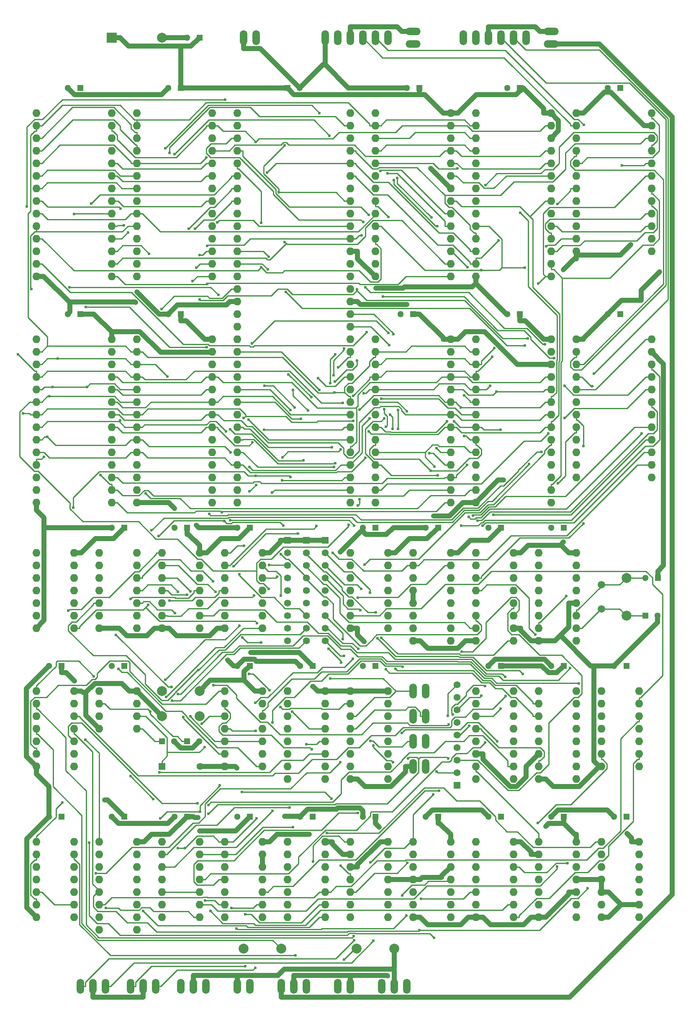
<source format=gbr>
G04 #@! TF.FileFunction,Copper,L2,Bot,Signal*
%FSLAX46Y46*%
G04 Gerber Fmt 4.6, Leading zero omitted, Abs format (unit mm)*
G04 Created by KiCad (PCBNEW 4.0.2+dfsg1-stable) date Thu 01 Jun 2017 06:03:18 PM EDT*
%MOMM*%
G01*
G04 APERTURE LIST*
%ADD10C,0.100000*%
%ADD11C,2.000000*%
%ADD12R,2.000000X2.000000*%
%ADD13R,1.300000X1.300000*%
%ADD14C,1.300000*%
%ADD15R,1.400000X1.400000*%
%ADD16C,1.400000*%
%ADD17O,1.506220X3.014980*%
%ADD18C,1.998980*%
%ADD19R,1.397000X1.397000*%
%ADD20C,1.397000*%
%ADD21O,1.600000X1.600000*%
%ADD22C,1.501140*%
%ADD23O,3.014980X1.506220*%
%ADD24C,0.600000*%
%ADD25C,0.250000*%
%ADD26C,1.000000*%
G04 APERTURE END LIST*
D10*
D11*
X53340520Y-22857460D03*
D12*
X43180520Y-22857460D03*
D13*
X53340000Y-165100000D03*
D14*
X55840000Y-165100000D03*
D13*
X58420000Y-165100000D03*
D14*
X60920000Y-165100000D03*
D15*
X53340000Y-170180000D03*
D16*
X61090000Y-170180000D03*
D13*
X60960000Y-22860000D03*
D14*
X58460000Y-22860000D03*
D13*
X36830000Y-33020000D03*
D14*
X34330000Y-33020000D03*
D13*
X57150000Y-33020000D03*
D14*
X54650000Y-33020000D03*
D13*
X78740000Y-33020000D03*
D14*
X81240000Y-33020000D03*
D13*
X105410000Y-33020000D03*
D14*
X102910000Y-33020000D03*
D13*
X125730000Y-33020000D03*
D14*
X123230000Y-33020000D03*
D13*
X121920000Y-149860000D03*
D14*
X119420000Y-149860000D03*
D13*
X36830000Y-78740000D03*
D14*
X34330000Y-78740000D03*
D13*
X57150000Y-78740000D03*
D14*
X54650000Y-78740000D03*
D13*
X104140000Y-78740000D03*
D14*
X101640000Y-78740000D03*
D13*
X125730000Y-78740000D03*
D14*
X123230000Y-78740000D03*
D13*
X146050000Y-33020000D03*
D14*
X143550000Y-33020000D03*
D13*
X134620000Y-149860000D03*
D14*
X132120000Y-149860000D03*
D13*
X147320000Y-180340000D03*
D14*
X144820000Y-180340000D03*
D13*
X45720000Y-121920000D03*
D14*
X43220000Y-121920000D03*
D13*
X58420000Y-121920000D03*
D14*
X55920000Y-121920000D03*
D13*
X71120000Y-121920000D03*
D14*
X68620000Y-121920000D03*
D13*
X134620000Y-121920000D03*
D14*
X132120000Y-121920000D03*
D13*
X121920000Y-121920000D03*
D14*
X119420000Y-121920000D03*
D13*
X96520000Y-121920000D03*
D14*
X94020000Y-121920000D03*
D13*
X109220000Y-121920000D03*
D14*
X106720000Y-121920000D03*
D13*
X33020000Y-149860000D03*
D14*
X30520000Y-149860000D03*
D13*
X45720000Y-149860000D03*
D14*
X43220000Y-149860000D03*
D13*
X96520000Y-149860000D03*
D14*
X94020000Y-149860000D03*
D13*
X71120000Y-149860000D03*
D14*
X68620000Y-149860000D03*
D13*
X83820000Y-149860000D03*
D14*
X81320000Y-149860000D03*
D13*
X146050000Y-78740000D03*
D14*
X143550000Y-78740000D03*
D13*
X33020000Y-180340000D03*
D14*
X30520000Y-180340000D03*
D13*
X45720000Y-180340000D03*
D14*
X43220000Y-180340000D03*
D13*
X58420000Y-180340000D03*
D14*
X55920000Y-180340000D03*
D13*
X71120000Y-180340000D03*
D14*
X68620000Y-180340000D03*
D13*
X83820000Y-180340000D03*
D14*
X81320000Y-180340000D03*
D13*
X96520000Y-180340000D03*
D14*
X94020000Y-180340000D03*
D13*
X109220000Y-180340000D03*
D14*
X106720000Y-180340000D03*
D13*
X121920000Y-180340000D03*
D14*
X119420000Y-180340000D03*
D17*
X68580000Y-214630000D03*
X71120000Y-214630000D03*
X88900000Y-214630000D03*
X91440000Y-214630000D03*
X86360000Y-22860000D03*
X88900000Y-22860000D03*
X91440000Y-22860000D03*
X93980000Y-22860000D03*
X96520000Y-22860000D03*
X99060000Y-22860000D03*
X114300000Y-22860000D03*
X116840000Y-22860000D03*
X119380000Y-22860000D03*
X121920000Y-22860000D03*
X124460000Y-22860000D03*
X127000000Y-22860000D03*
X69850000Y-22860000D03*
X72390000Y-22860000D03*
D18*
X60960000Y-154940000D03*
X53340000Y-154940000D03*
X53340000Y-160020000D03*
X60960000Y-160020000D03*
X69850000Y-207010000D03*
X77470000Y-207010000D03*
X147320000Y-139700000D03*
X147320000Y-132080000D03*
X92710000Y-207010000D03*
X100330000Y-207010000D03*
D19*
X113030000Y-173990000D03*
D20*
X113030000Y-171450000D03*
X113030000Y-168910000D03*
X113030000Y-166370000D03*
X113030000Y-163830000D03*
X113030000Y-161290000D03*
X113030000Y-158750000D03*
X113030000Y-156210000D03*
X113030000Y-153670000D03*
D19*
X86360000Y-124460000D03*
D20*
X86360000Y-127000000D03*
X86360000Y-129540000D03*
X86360000Y-132080000D03*
X86360000Y-134620000D03*
X86360000Y-137160000D03*
X86360000Y-139700000D03*
X86360000Y-142240000D03*
X86360000Y-144780000D03*
D19*
X82550000Y-124460000D03*
D20*
X82550000Y-127000000D03*
X82550000Y-129540000D03*
X82550000Y-132080000D03*
X82550000Y-134620000D03*
X82550000Y-137160000D03*
X82550000Y-139700000D03*
X82550000Y-142240000D03*
X82550000Y-144780000D03*
D19*
X78740000Y-124460000D03*
D20*
X78740000Y-127000000D03*
X78740000Y-129540000D03*
X78740000Y-132080000D03*
X78740000Y-134620000D03*
X78740000Y-137160000D03*
X78740000Y-139700000D03*
X78740000Y-142240000D03*
X78740000Y-144780000D03*
D17*
X57150000Y-214630000D03*
X59690000Y-214630000D03*
X62230000Y-214630000D03*
X46990000Y-214630000D03*
X49530000Y-214630000D03*
X52070000Y-214630000D03*
X36830000Y-214630000D03*
X39370000Y-214630000D03*
X41910000Y-214630000D03*
X97790000Y-214630000D03*
X100330000Y-214630000D03*
X102870000Y-214630000D03*
X77470000Y-214630000D03*
X80010000Y-214630000D03*
X82550000Y-214630000D03*
D21*
X40640000Y-154940000D03*
X40640000Y-157480000D03*
X40640000Y-160020000D03*
X40640000Y-162560000D03*
X48260000Y-162560000D03*
X48260000Y-160020000D03*
X48260000Y-157480000D03*
X48260000Y-154940000D03*
X27940000Y-127000000D03*
X27940000Y-129540000D03*
X27940000Y-132080000D03*
X27940000Y-134620000D03*
X27940000Y-137160000D03*
X27940000Y-139700000D03*
X27940000Y-142240000D03*
X35560000Y-142240000D03*
X35560000Y-139700000D03*
X35560000Y-137160000D03*
X35560000Y-134620000D03*
X35560000Y-132080000D03*
X35560000Y-129540000D03*
X35560000Y-127000000D03*
X40640000Y-127000000D03*
X40640000Y-129540000D03*
X40640000Y-132080000D03*
X40640000Y-134620000D03*
X40640000Y-137160000D03*
X40640000Y-139700000D03*
X40640000Y-142240000D03*
X48260000Y-142240000D03*
X48260000Y-139700000D03*
X48260000Y-137160000D03*
X48260000Y-134620000D03*
X48260000Y-132080000D03*
X48260000Y-129540000D03*
X48260000Y-127000000D03*
X27940000Y-185420000D03*
X27940000Y-187960000D03*
X27940000Y-190500000D03*
X27940000Y-193040000D03*
X27940000Y-195580000D03*
X27940000Y-198120000D03*
X27940000Y-200660000D03*
X35560000Y-200660000D03*
X35560000Y-198120000D03*
X35560000Y-195580000D03*
X35560000Y-193040000D03*
X35560000Y-190500000D03*
X35560000Y-187960000D03*
X35560000Y-185420000D03*
X27940000Y-154940000D03*
X27940000Y-157480000D03*
X27940000Y-160020000D03*
X27940000Y-162560000D03*
X27940000Y-165100000D03*
X27940000Y-167640000D03*
X27940000Y-170180000D03*
X35560000Y-170180000D03*
X35560000Y-167640000D03*
X35560000Y-165100000D03*
X35560000Y-162560000D03*
X35560000Y-160020000D03*
X35560000Y-157480000D03*
X35560000Y-154940000D03*
X53340000Y-127000000D03*
X53340000Y-129540000D03*
X53340000Y-132080000D03*
X53340000Y-134620000D03*
X53340000Y-137160000D03*
X53340000Y-139700000D03*
X53340000Y-142240000D03*
X60960000Y-142240000D03*
X60960000Y-139700000D03*
X60960000Y-137160000D03*
X60960000Y-134620000D03*
X60960000Y-132080000D03*
X60960000Y-129540000D03*
X60960000Y-127000000D03*
X66040000Y-154940000D03*
X66040000Y-157480000D03*
X66040000Y-160020000D03*
X66040000Y-162560000D03*
X66040000Y-165100000D03*
X66040000Y-167640000D03*
X66040000Y-170180000D03*
X73660000Y-170180000D03*
X73660000Y-167640000D03*
X73660000Y-165100000D03*
X73660000Y-162560000D03*
X73660000Y-160020000D03*
X73660000Y-157480000D03*
X73660000Y-154940000D03*
X53340000Y-185420000D03*
X53340000Y-187960000D03*
X53340000Y-190500000D03*
X53340000Y-193040000D03*
X53340000Y-195580000D03*
X53340000Y-198120000D03*
X53340000Y-200660000D03*
X60960000Y-200660000D03*
X60960000Y-198120000D03*
X60960000Y-195580000D03*
X60960000Y-193040000D03*
X60960000Y-190500000D03*
X60960000Y-187960000D03*
X60960000Y-185420000D03*
X66040000Y-185420000D03*
X66040000Y-187960000D03*
X66040000Y-190500000D03*
X66040000Y-193040000D03*
X66040000Y-195580000D03*
X66040000Y-198120000D03*
X66040000Y-200660000D03*
X73660000Y-200660000D03*
X73660000Y-198120000D03*
X73660000Y-195580000D03*
X73660000Y-193040000D03*
X73660000Y-190500000D03*
X73660000Y-187960000D03*
X73660000Y-185420000D03*
X78740000Y-185420000D03*
X78740000Y-187960000D03*
X78740000Y-190500000D03*
X78740000Y-193040000D03*
X78740000Y-195580000D03*
X78740000Y-198120000D03*
X78740000Y-200660000D03*
X86360000Y-200660000D03*
X86360000Y-198120000D03*
X86360000Y-195580000D03*
X86360000Y-193040000D03*
X86360000Y-190500000D03*
X86360000Y-187960000D03*
X86360000Y-185420000D03*
X91440000Y-185420000D03*
X91440000Y-187960000D03*
X91440000Y-190500000D03*
X91440000Y-193040000D03*
X91440000Y-195580000D03*
X91440000Y-198120000D03*
X91440000Y-200660000D03*
X99060000Y-200660000D03*
X99060000Y-198120000D03*
X99060000Y-195580000D03*
X99060000Y-193040000D03*
X99060000Y-190500000D03*
X99060000Y-187960000D03*
X99060000Y-185420000D03*
X104140000Y-127000000D03*
X104140000Y-129540000D03*
X104140000Y-132080000D03*
X104140000Y-134620000D03*
X104140000Y-137160000D03*
X104140000Y-139700000D03*
X104140000Y-142240000D03*
X104140000Y-144780000D03*
X111760000Y-144780000D03*
X111760000Y-142240000D03*
X111760000Y-139700000D03*
X111760000Y-137160000D03*
X111760000Y-134620000D03*
X111760000Y-132080000D03*
X111760000Y-129540000D03*
X111760000Y-127000000D03*
X91440000Y-154940000D03*
X91440000Y-157480000D03*
X91440000Y-160020000D03*
X91440000Y-162560000D03*
X91440000Y-165100000D03*
X91440000Y-167640000D03*
X91440000Y-170180000D03*
X91440000Y-172720000D03*
X99060000Y-172720000D03*
X99060000Y-170180000D03*
X99060000Y-167640000D03*
X99060000Y-165100000D03*
X99060000Y-162560000D03*
X99060000Y-160020000D03*
X99060000Y-157480000D03*
X99060000Y-154940000D03*
X104140000Y-185420000D03*
X104140000Y-187960000D03*
X104140000Y-190500000D03*
X104140000Y-193040000D03*
X104140000Y-195580000D03*
X104140000Y-198120000D03*
X104140000Y-200660000D03*
X111760000Y-200660000D03*
X111760000Y-198120000D03*
X111760000Y-195580000D03*
X111760000Y-193040000D03*
X111760000Y-190500000D03*
X111760000Y-187960000D03*
X111760000Y-185420000D03*
X91440000Y-127000000D03*
X91440000Y-129540000D03*
X91440000Y-132080000D03*
X91440000Y-134620000D03*
X91440000Y-137160000D03*
X91440000Y-139700000D03*
X91440000Y-142240000D03*
X99060000Y-142240000D03*
X99060000Y-139700000D03*
X99060000Y-137160000D03*
X99060000Y-134620000D03*
X99060000Y-132080000D03*
X99060000Y-129540000D03*
X99060000Y-127000000D03*
X66040000Y-127000000D03*
X66040000Y-129540000D03*
X66040000Y-132080000D03*
X66040000Y-134620000D03*
X66040000Y-137160000D03*
X66040000Y-139700000D03*
X66040000Y-142240000D03*
X73660000Y-142240000D03*
X73660000Y-139700000D03*
X73660000Y-137160000D03*
X73660000Y-134620000D03*
X73660000Y-132080000D03*
X73660000Y-129540000D03*
X73660000Y-127000000D03*
X78740000Y-154940000D03*
X78740000Y-157480000D03*
X78740000Y-160020000D03*
X78740000Y-162560000D03*
X78740000Y-165100000D03*
X78740000Y-167640000D03*
X78740000Y-170180000D03*
X78740000Y-172720000D03*
X86360000Y-172720000D03*
X86360000Y-170180000D03*
X86360000Y-167640000D03*
X86360000Y-165100000D03*
X86360000Y-162560000D03*
X86360000Y-160020000D03*
X86360000Y-157480000D03*
X86360000Y-154940000D03*
X116840000Y-127000000D03*
X116840000Y-129540000D03*
X116840000Y-132080000D03*
X116840000Y-134620000D03*
X116840000Y-137160000D03*
X116840000Y-139700000D03*
X116840000Y-142240000D03*
X116840000Y-144780000D03*
X124460000Y-144780000D03*
X124460000Y-142240000D03*
X124460000Y-139700000D03*
X124460000Y-137160000D03*
X124460000Y-134620000D03*
X124460000Y-132080000D03*
X124460000Y-129540000D03*
X124460000Y-127000000D03*
X129540000Y-154940000D03*
X129540000Y-157480000D03*
X129540000Y-160020000D03*
X129540000Y-162560000D03*
X129540000Y-165100000D03*
X129540000Y-167640000D03*
X129540000Y-170180000D03*
X129540000Y-172720000D03*
X137160000Y-172720000D03*
X137160000Y-170180000D03*
X137160000Y-167640000D03*
X137160000Y-165100000D03*
X137160000Y-162560000D03*
X137160000Y-160020000D03*
X137160000Y-157480000D03*
X137160000Y-154940000D03*
X116840000Y-154940000D03*
X116840000Y-157480000D03*
X116840000Y-160020000D03*
X116840000Y-162560000D03*
X116840000Y-165100000D03*
X116840000Y-167640000D03*
X116840000Y-170180000D03*
X116840000Y-172720000D03*
X124460000Y-172720000D03*
X124460000Y-170180000D03*
X124460000Y-167640000D03*
X124460000Y-165100000D03*
X124460000Y-162560000D03*
X124460000Y-160020000D03*
X124460000Y-157480000D03*
X124460000Y-154940000D03*
X116840000Y-185420000D03*
X116840000Y-187960000D03*
X116840000Y-190500000D03*
X116840000Y-193040000D03*
X116840000Y-195580000D03*
X116840000Y-198120000D03*
X116840000Y-200660000D03*
X124460000Y-200660000D03*
X124460000Y-198120000D03*
X124460000Y-195580000D03*
X124460000Y-193040000D03*
X124460000Y-190500000D03*
X124460000Y-187960000D03*
X124460000Y-185420000D03*
X129540000Y-185420000D03*
X129540000Y-187960000D03*
X129540000Y-190500000D03*
X129540000Y-193040000D03*
X129540000Y-195580000D03*
X129540000Y-198120000D03*
X129540000Y-200660000D03*
X137160000Y-200660000D03*
X137160000Y-198120000D03*
X137160000Y-195580000D03*
X137160000Y-193040000D03*
X137160000Y-190500000D03*
X137160000Y-187960000D03*
X137160000Y-185420000D03*
D22*
X142240000Y-133449060D03*
X142240000Y-138330940D03*
D21*
X137160000Y-83820000D03*
X137160000Y-86360000D03*
X137160000Y-88900000D03*
X137160000Y-91440000D03*
X137160000Y-93980000D03*
X137160000Y-96520000D03*
X137160000Y-99060000D03*
X137160000Y-101600000D03*
X137160000Y-104140000D03*
X137160000Y-106680000D03*
X137160000Y-109220000D03*
X137160000Y-111760000D03*
X152400000Y-111760000D03*
X152400000Y-109220000D03*
X152400000Y-106680000D03*
X152400000Y-104140000D03*
X152400000Y-101600000D03*
X152400000Y-99060000D03*
X152400000Y-96520000D03*
X152400000Y-93980000D03*
X152400000Y-91440000D03*
X152400000Y-88900000D03*
X152400000Y-86360000D03*
X152400000Y-83820000D03*
X68580000Y-38100000D03*
X68580000Y-40640000D03*
X68580000Y-43180000D03*
X68580000Y-45720000D03*
X68580000Y-48260000D03*
X68580000Y-50800000D03*
X68580000Y-53340000D03*
X68580000Y-55880000D03*
X68580000Y-58420000D03*
X68580000Y-60960000D03*
X68580000Y-63500000D03*
X68580000Y-66040000D03*
X68580000Y-68580000D03*
X68580000Y-71120000D03*
X68580000Y-73660000D03*
X68580000Y-76200000D03*
X68580000Y-78740000D03*
X68580000Y-81280000D03*
X68580000Y-83820000D03*
X68580000Y-86360000D03*
X68580000Y-88900000D03*
X68580000Y-91440000D03*
X68580000Y-93980000D03*
X68580000Y-96520000D03*
X68580000Y-99060000D03*
X68580000Y-101600000D03*
X68580000Y-104140000D03*
X68580000Y-106680000D03*
X68580000Y-109220000D03*
X68580000Y-111760000D03*
X68580000Y-114300000D03*
X68580000Y-116840000D03*
X91440000Y-116840000D03*
X91440000Y-114300000D03*
X91440000Y-111760000D03*
X91440000Y-109220000D03*
X91440000Y-106680000D03*
X91440000Y-104140000D03*
X91440000Y-101600000D03*
X91440000Y-99060000D03*
X91440000Y-96520000D03*
X91440000Y-93980000D03*
X91440000Y-91440000D03*
X91440000Y-88900000D03*
X91440000Y-86360000D03*
X91440000Y-83820000D03*
X91440000Y-81280000D03*
X91440000Y-78740000D03*
X91440000Y-76200000D03*
X91440000Y-73660000D03*
X91440000Y-71120000D03*
X91440000Y-68580000D03*
X91440000Y-66040000D03*
X91440000Y-63500000D03*
X91440000Y-60960000D03*
X91440000Y-58420000D03*
X91440000Y-55880000D03*
X91440000Y-53340000D03*
X91440000Y-50800000D03*
X91440000Y-48260000D03*
X91440000Y-45720000D03*
X91440000Y-43180000D03*
X91440000Y-40640000D03*
X91440000Y-38100000D03*
X27940000Y-38100000D03*
X27940000Y-40640000D03*
X27940000Y-43180000D03*
X27940000Y-45720000D03*
X27940000Y-48260000D03*
X27940000Y-50800000D03*
X27940000Y-53340000D03*
X27940000Y-55880000D03*
X27940000Y-58420000D03*
X27940000Y-60960000D03*
X27940000Y-63500000D03*
X27940000Y-66040000D03*
X27940000Y-68580000D03*
X27940000Y-71120000D03*
X43180000Y-71120000D03*
X43180000Y-68580000D03*
X43180000Y-66040000D03*
X43180000Y-63500000D03*
X43180000Y-60960000D03*
X43180000Y-58420000D03*
X43180000Y-55880000D03*
X43180000Y-53340000D03*
X43180000Y-50800000D03*
X43180000Y-48260000D03*
X43180000Y-45720000D03*
X43180000Y-43180000D03*
X43180000Y-40640000D03*
X43180000Y-38100000D03*
X27940000Y-83820000D03*
X27940000Y-86360000D03*
X27940000Y-88900000D03*
X27940000Y-91440000D03*
X27940000Y-93980000D03*
X27940000Y-96520000D03*
X27940000Y-99060000D03*
X27940000Y-101600000D03*
X27940000Y-104140000D03*
X27940000Y-106680000D03*
X27940000Y-109220000D03*
X27940000Y-111760000D03*
X27940000Y-114300000D03*
X27940000Y-116840000D03*
X43180000Y-116840000D03*
X43180000Y-114300000D03*
X43180000Y-111760000D03*
X43180000Y-109220000D03*
X43180000Y-106680000D03*
X43180000Y-104140000D03*
X43180000Y-101600000D03*
X43180000Y-99060000D03*
X43180000Y-96520000D03*
X43180000Y-93980000D03*
X43180000Y-91440000D03*
X43180000Y-88900000D03*
X43180000Y-86360000D03*
X43180000Y-83820000D03*
X48260000Y-38100000D03*
X48260000Y-40640000D03*
X48260000Y-43180000D03*
X48260000Y-45720000D03*
X48260000Y-48260000D03*
X48260000Y-50800000D03*
X48260000Y-53340000D03*
X48260000Y-55880000D03*
X48260000Y-58420000D03*
X48260000Y-60960000D03*
X48260000Y-63500000D03*
X48260000Y-66040000D03*
X48260000Y-68580000D03*
X48260000Y-71120000D03*
X63500000Y-71120000D03*
X63500000Y-68580000D03*
X63500000Y-66040000D03*
X63500000Y-63500000D03*
X63500000Y-60960000D03*
X63500000Y-58420000D03*
X63500000Y-55880000D03*
X63500000Y-53340000D03*
X63500000Y-50800000D03*
X63500000Y-48260000D03*
X63500000Y-45720000D03*
X63500000Y-43180000D03*
X63500000Y-40640000D03*
X63500000Y-38100000D03*
X48260000Y-83820000D03*
X48260000Y-86360000D03*
X48260000Y-88900000D03*
X48260000Y-91440000D03*
X48260000Y-93980000D03*
X48260000Y-96520000D03*
X48260000Y-99060000D03*
X48260000Y-101600000D03*
X48260000Y-104140000D03*
X48260000Y-106680000D03*
X48260000Y-109220000D03*
X48260000Y-111760000D03*
X48260000Y-114300000D03*
X48260000Y-116840000D03*
X63500000Y-116840000D03*
X63500000Y-114300000D03*
X63500000Y-111760000D03*
X63500000Y-109220000D03*
X63500000Y-106680000D03*
X63500000Y-104140000D03*
X63500000Y-101600000D03*
X63500000Y-99060000D03*
X63500000Y-96520000D03*
X63500000Y-93980000D03*
X63500000Y-91440000D03*
X63500000Y-88900000D03*
X63500000Y-86360000D03*
X63500000Y-83820000D03*
X96520000Y-38100000D03*
X96520000Y-40640000D03*
X96520000Y-43180000D03*
X96520000Y-45720000D03*
X96520000Y-48260000D03*
X96520000Y-50800000D03*
X96520000Y-53340000D03*
X96520000Y-55880000D03*
X96520000Y-58420000D03*
X96520000Y-60960000D03*
X96520000Y-63500000D03*
X96520000Y-66040000D03*
X96520000Y-68580000D03*
X96520000Y-71120000D03*
X111760000Y-71120000D03*
X111760000Y-68580000D03*
X111760000Y-66040000D03*
X111760000Y-63500000D03*
X111760000Y-60960000D03*
X111760000Y-58420000D03*
X111760000Y-55880000D03*
X111760000Y-53340000D03*
X111760000Y-50800000D03*
X111760000Y-48260000D03*
X111760000Y-45720000D03*
X111760000Y-43180000D03*
X111760000Y-40640000D03*
X111760000Y-38100000D03*
X96520000Y-83820000D03*
X96520000Y-86360000D03*
X96520000Y-88900000D03*
X96520000Y-91440000D03*
X96520000Y-93980000D03*
X96520000Y-96520000D03*
X96520000Y-99060000D03*
X96520000Y-101600000D03*
X96520000Y-104140000D03*
X96520000Y-106680000D03*
X96520000Y-109220000D03*
X96520000Y-111760000D03*
X96520000Y-114300000D03*
X96520000Y-116840000D03*
X111760000Y-116840000D03*
X111760000Y-114300000D03*
X111760000Y-111760000D03*
X111760000Y-109220000D03*
X111760000Y-106680000D03*
X111760000Y-104140000D03*
X111760000Y-101600000D03*
X111760000Y-99060000D03*
X111760000Y-96520000D03*
X111760000Y-93980000D03*
X111760000Y-91440000D03*
X111760000Y-88900000D03*
X111760000Y-86360000D03*
X111760000Y-83820000D03*
X116840000Y-38100000D03*
X116840000Y-40640000D03*
X116840000Y-43180000D03*
X116840000Y-45720000D03*
X116840000Y-48260000D03*
X116840000Y-50800000D03*
X116840000Y-53340000D03*
X116840000Y-55880000D03*
X116840000Y-58420000D03*
X116840000Y-60960000D03*
X116840000Y-63500000D03*
X116840000Y-66040000D03*
X116840000Y-68580000D03*
X116840000Y-71120000D03*
X132080000Y-71120000D03*
X132080000Y-68580000D03*
X132080000Y-66040000D03*
X132080000Y-63500000D03*
X132080000Y-60960000D03*
X132080000Y-58420000D03*
X132080000Y-55880000D03*
X132080000Y-53340000D03*
X132080000Y-50800000D03*
X132080000Y-48260000D03*
X132080000Y-45720000D03*
X132080000Y-43180000D03*
X132080000Y-40640000D03*
X132080000Y-38100000D03*
X116840000Y-83820000D03*
X116840000Y-86360000D03*
X116840000Y-88900000D03*
X116840000Y-91440000D03*
X116840000Y-93980000D03*
X116840000Y-96520000D03*
X116840000Y-99060000D03*
X116840000Y-101600000D03*
X116840000Y-104140000D03*
X116840000Y-106680000D03*
X116840000Y-109220000D03*
X116840000Y-111760000D03*
X116840000Y-114300000D03*
X116840000Y-116840000D03*
X132080000Y-116840000D03*
X132080000Y-114300000D03*
X132080000Y-111760000D03*
X132080000Y-109220000D03*
X132080000Y-106680000D03*
X132080000Y-104140000D03*
X132080000Y-101600000D03*
X132080000Y-99060000D03*
X132080000Y-96520000D03*
X132080000Y-93980000D03*
X132080000Y-91440000D03*
X132080000Y-88900000D03*
X132080000Y-86360000D03*
X132080000Y-83820000D03*
X137160000Y-38100000D03*
X137160000Y-40640000D03*
X137160000Y-43180000D03*
X137160000Y-45720000D03*
X137160000Y-48260000D03*
X137160000Y-50800000D03*
X137160000Y-53340000D03*
X137160000Y-55880000D03*
X137160000Y-58420000D03*
X137160000Y-60960000D03*
X137160000Y-63500000D03*
X137160000Y-66040000D03*
X152400000Y-66040000D03*
X152400000Y-63500000D03*
X152400000Y-60960000D03*
X152400000Y-58420000D03*
X152400000Y-55880000D03*
X152400000Y-53340000D03*
X152400000Y-50800000D03*
X152400000Y-48260000D03*
X152400000Y-45720000D03*
X152400000Y-43180000D03*
X152400000Y-40640000D03*
X152400000Y-38100000D03*
D17*
X106680000Y-154940000D03*
X104140000Y-154940000D03*
X104140000Y-160020000D03*
X106680000Y-160020000D03*
X106680000Y-165100000D03*
X104140000Y-165100000D03*
X104140000Y-170180000D03*
X106680000Y-170180000D03*
D23*
X104140000Y-24130000D03*
X104140000Y-21590000D03*
X132080000Y-24130000D03*
X132080000Y-21590000D03*
D13*
X153670000Y-132080000D03*
D14*
X151170000Y-132080000D03*
D13*
X151130000Y-139700000D03*
D14*
X153630000Y-139700000D03*
D21*
X40640000Y-185420000D03*
X40640000Y-187960000D03*
X40640000Y-190500000D03*
X40640000Y-193040000D03*
X40640000Y-195580000D03*
X40640000Y-198120000D03*
X40640000Y-200660000D03*
X40640000Y-203200000D03*
X48260000Y-203200000D03*
X48260000Y-200660000D03*
X48260000Y-198120000D03*
X48260000Y-195580000D03*
X48260000Y-193040000D03*
X48260000Y-190500000D03*
X48260000Y-187960000D03*
X48260000Y-185420000D03*
X129540000Y-127000000D03*
X129540000Y-129540000D03*
X129540000Y-132080000D03*
X129540000Y-134620000D03*
X129540000Y-137160000D03*
X129540000Y-139700000D03*
X129540000Y-142240000D03*
X129540000Y-144780000D03*
X137160000Y-144780000D03*
X137160000Y-142240000D03*
X137160000Y-139700000D03*
X137160000Y-137160000D03*
X137160000Y-134620000D03*
X137160000Y-132080000D03*
X137160000Y-129540000D03*
X137160000Y-127000000D03*
X142240000Y-185420000D03*
X142240000Y-187960000D03*
X142240000Y-190500000D03*
X142240000Y-193040000D03*
X142240000Y-195580000D03*
X142240000Y-198120000D03*
X142240000Y-200660000D03*
X149860000Y-200660000D03*
X149860000Y-198120000D03*
X149860000Y-195580000D03*
X149860000Y-193040000D03*
X149860000Y-190500000D03*
X149860000Y-187960000D03*
X149860000Y-185420000D03*
X142240000Y-154940000D03*
X142240000Y-157480000D03*
X142240000Y-160020000D03*
X142240000Y-162560000D03*
X142240000Y-165100000D03*
X142240000Y-167640000D03*
X142240000Y-170180000D03*
X149860000Y-170180000D03*
X149860000Y-167640000D03*
X149860000Y-165100000D03*
X149860000Y-162560000D03*
X149860000Y-160020000D03*
X149860000Y-157480000D03*
X149860000Y-154940000D03*
D13*
X147320000Y-149860000D03*
D14*
X144820000Y-149860000D03*
D13*
X134620000Y-180340000D03*
D14*
X132120000Y-180340000D03*
D24*
X107715000Y-49295000D03*
X48260000Y-74242800D03*
X66663400Y-148659200D03*
X108301900Y-119528400D03*
X55920000Y-118058500D03*
X122472000Y-112274000D03*
X150336500Y-75967000D03*
X89453100Y-126840600D03*
X94293900Y-144991400D03*
X102422600Y-73261300D03*
X96618400Y-73550900D03*
X68499900Y-170499600D03*
X48068500Y-76385600D03*
X154013000Y-70237500D03*
X60304100Y-121402600D03*
X78226800Y-180234300D03*
X51020600Y-159119900D03*
X61972500Y-166271500D03*
X134589000Y-69763800D03*
X60960000Y-183207100D03*
X148165300Y-64728800D03*
X109961200Y-192613200D03*
X97313900Y-182455600D03*
X134567500Y-124835800D03*
X131040300Y-182284100D03*
X71331700Y-147196600D03*
X83820000Y-154027200D03*
X35652200Y-152904000D03*
X41755300Y-176963200D03*
X60672100Y-180529900D03*
X98994500Y-212553400D03*
X147436400Y-183755300D03*
X83211800Y-183914100D03*
X102896000Y-76771100D03*
X90183200Y-209247600D03*
X87411900Y-152398700D03*
X93501000Y-138606300D03*
X93651500Y-134316600D03*
X95506800Y-165011300D03*
X95447900Y-135089600D03*
X138683800Y-40517700D03*
X140795100Y-90778800D03*
X113992900Y-147030300D03*
X108938300Y-171229100D03*
X115518900Y-161949300D03*
X118774800Y-153918600D03*
X112260900Y-159678500D03*
X133350000Y-56485100D03*
X138629900Y-105398700D03*
X138620200Y-121061500D03*
X117965400Y-155892400D03*
X105747600Y-196930900D03*
X111205800Y-159992900D03*
X89576000Y-149240000D03*
X87085900Y-146434700D03*
X83924700Y-189377400D03*
X70268900Y-210591200D03*
X89557300Y-190291000D03*
X89947000Y-144429900D03*
X72247200Y-210914900D03*
X100100100Y-169341300D03*
X96113500Y-165993300D03*
X93044700Y-146445700D03*
X92278800Y-205329900D03*
X96162000Y-205433400D03*
X90239900Y-147840000D03*
X67182100Y-102070000D03*
X82032200Y-108321000D03*
X96625400Y-139069100D03*
X97785100Y-144211900D03*
X81496500Y-99932900D03*
X79345900Y-98131100D03*
X77409300Y-127271800D03*
X74952100Y-67138900D03*
X79916700Y-94054100D03*
X82943700Y-98266300D03*
X74766400Y-69701200D03*
X78987100Y-90932000D03*
X83569500Y-95514400D03*
X69008200Y-131334300D03*
X69008200Y-141714100D03*
X54020000Y-152649400D03*
X60784400Y-150728500D03*
X55429700Y-156911400D03*
X44100700Y-143626800D03*
X55340400Y-154143200D03*
X66029000Y-120582600D03*
X77909400Y-121536900D03*
X52714400Y-123607200D03*
X71992600Y-135621600D03*
X75051800Y-129488700D03*
X72354800Y-111463500D03*
X79399900Y-111685900D03*
X35411100Y-117865200D03*
X74144700Y-93272600D03*
X80245900Y-97617200D03*
X64770200Y-74895100D03*
X34695500Y-73305800D03*
X39604500Y-151973400D03*
X53274000Y-77706400D03*
X50572100Y-137551200D03*
X72637500Y-141232200D03*
X77327800Y-158159600D03*
X33230400Y-177471900D03*
X133508600Y-112924300D03*
X127662200Y-109099900D03*
X51302900Y-122463300D03*
X56562000Y-186679800D03*
X58074300Y-186679800D03*
X72534700Y-180690300D03*
X55997600Y-139213700D03*
X133314400Y-190423500D03*
X60081100Y-61462400D03*
X135964000Y-150339200D03*
X56623900Y-155541200D03*
X56623900Y-134858200D03*
X72356400Y-163006100D03*
X137674000Y-153434900D03*
X65085500Y-174034200D03*
X53008400Y-180713200D03*
X63718100Y-132812700D03*
X61043300Y-179359400D03*
X58770300Y-61489800D03*
X92966900Y-136114100D03*
X89408700Y-169386400D03*
X39987500Y-191770000D03*
X108209600Y-175893500D03*
X95560900Y-189563800D03*
X92190200Y-204517200D03*
X49529000Y-199390000D03*
X34434200Y-138738400D03*
X72371500Y-43944400D03*
X62750100Y-179752200D03*
X60617100Y-177619200D03*
X103136900Y-168564800D03*
X111310200Y-168609200D03*
X105432700Y-203302300D03*
X139513500Y-194840900D03*
X39042800Y-56404800D03*
X122853800Y-155977400D03*
X62453200Y-85483200D03*
X37967200Y-77306300D03*
X115407000Y-119760900D03*
X150374500Y-102917400D03*
X40914300Y-111259500D03*
X78221300Y-64168200D03*
X65460500Y-118792400D03*
X62546300Y-72672200D03*
X117242900Y-120531700D03*
X94799500Y-82362400D03*
X94093200Y-60156900D03*
X131510800Y-102870000D03*
X134809100Y-99770000D03*
X95208500Y-58720200D03*
X98061000Y-75235800D03*
X132705100Y-87630000D03*
X134809100Y-93270100D03*
X98640100Y-101571400D03*
X98315900Y-97975600D03*
X66202000Y-35383400D03*
X26061900Y-57029400D03*
X29515700Y-107615300D03*
X98308900Y-99816600D03*
X109160800Y-111361100D03*
X113947700Y-121528000D03*
X73446400Y-69273900D03*
X73446400Y-60309500D03*
X85224400Y-94052500D03*
X87964300Y-127043600D03*
X87751900Y-105656800D03*
X98655900Y-150573400D03*
X88426100Y-108899600D03*
X100649500Y-150506400D03*
X88195700Y-109700100D03*
X96983900Y-144310400D03*
X126319200Y-151447500D03*
X94489600Y-107838600D03*
X26996300Y-73641000D03*
X117973000Y-69850000D03*
X126823200Y-69383000D03*
X131123700Y-65082500D03*
X108535500Y-109573800D03*
X67264600Y-106676000D03*
X30169000Y-103591600D03*
X107693200Y-110429100D03*
X114544800Y-103372500D03*
X112497600Y-100458100D03*
X111028000Y-100458100D03*
X66364200Y-102506100D03*
X109455200Y-175143900D03*
X121849800Y-158499800D03*
X121854300Y-102097700D03*
X44946400Y-100259500D03*
X44997200Y-57403100D03*
X99158000Y-59123300D03*
X99161100Y-82586700D03*
X71543800Y-84706000D03*
X92085000Y-100360800D03*
X25288700Y-98800400D03*
X67392300Y-198813300D03*
X69918800Y-99748800D03*
X97758200Y-95880800D03*
X102893600Y-98423400D03*
X114539100Y-95146500D03*
X91116000Y-121315100D03*
X74963200Y-134293700D03*
X30630300Y-95386800D03*
X94180900Y-94792700D03*
X113174400Y-49296900D03*
X62341300Y-47105500D03*
X119753600Y-93202200D03*
X75677100Y-114836800D03*
X31250500Y-93465000D03*
X38236700Y-93465000D03*
X37882200Y-164765000D03*
X77638600Y-112328800D03*
X92067600Y-95243700D03*
X89988300Y-96724600D03*
X24241100Y-86897100D03*
X54242100Y-156173700D03*
X120155900Y-87420800D03*
X54928000Y-136652100D03*
X71089600Y-109688900D03*
X54477800Y-91355600D03*
X120576300Y-85593700D03*
X32287700Y-87774700D03*
X95394700Y-99827800D03*
X93306200Y-116174300D03*
X92979200Y-117425000D03*
X70895000Y-100084300D03*
X121048200Y-94430400D03*
X74001800Y-102167300D03*
X71671600Y-104704600D03*
X95173800Y-102435500D03*
X113848500Y-97645400D03*
X125814000Y-58236200D03*
X93373000Y-98071200D03*
X88224000Y-94586100D03*
X89513500Y-106142800D03*
X77721900Y-107712000D03*
X77408400Y-135684400D03*
X84962800Y-91724300D03*
X76681700Y-131824700D03*
X67826800Y-129690300D03*
X80871200Y-123158900D03*
X89046900Y-89513900D03*
X84645200Y-121607900D03*
X69940900Y-125541100D03*
X71016100Y-151516200D03*
X75130200Y-154816400D03*
X99381000Y-85029100D03*
X99508300Y-99092000D03*
X100004600Y-101998100D03*
X100173900Y-82844400D03*
X101148900Y-98188500D03*
X101140600Y-101955200D03*
X92870700Y-88172900D03*
X88363900Y-92351900D03*
X90190700Y-85731300D03*
X88059500Y-91157800D03*
X88433800Y-86860400D03*
X87400100Y-92709300D03*
X62544600Y-64945700D03*
X130870500Y-84866000D03*
X94558000Y-73368700D03*
X93751700Y-62835000D03*
X130157700Y-106631800D03*
X62916800Y-119184600D03*
X64590700Y-60198900D03*
X60959900Y-66789700D03*
X92821300Y-73755300D03*
X60959800Y-75780600D03*
X127346800Y-83654100D03*
X77014600Y-54129300D03*
X60334500Y-69354000D03*
X78226100Y-44662000D03*
X59576400Y-72086700D03*
X129486300Y-72618300D03*
X126772400Y-85133500D03*
X78407500Y-74282300D03*
X121452200Y-63861000D03*
X146405500Y-48721300D03*
X50094700Y-115009400D03*
X118791500Y-52673700D03*
X74616200Y-50129500D03*
X87245700Y-42651000D03*
X55907100Y-46413100D03*
X85244700Y-38110000D03*
X54082100Y-45265700D03*
X99009600Y-50283200D03*
X45656500Y-60850800D03*
X118213100Y-121548700D03*
X108905900Y-105847900D03*
X120436600Y-119350500D03*
X109074500Y-60964100D03*
X100243500Y-51681900D03*
X46479900Y-62219200D03*
X54929000Y-46185500D03*
X107463400Y-106853300D03*
X116246600Y-119503800D03*
X107867200Y-59181600D03*
X101000000Y-51272200D03*
X50785000Y-66574300D03*
X115080600Y-109201000D03*
X115171400Y-69242700D03*
X79710800Y-159087400D03*
X73458000Y-145152800D03*
X69592600Y-144133300D03*
X64212600Y-134932100D03*
X59101000Y-160068500D03*
X59101000Y-134775400D03*
X62091000Y-197275900D03*
X58417900Y-135494600D03*
X108418500Y-204861200D03*
X38673600Y-185644300D03*
X63184200Y-199401300D03*
X122830300Y-152098400D03*
X62750100Y-177969900D03*
X51628400Y-176787100D03*
X47005200Y-172163900D03*
X47005200Y-136330200D03*
X111346900Y-161706700D03*
X63810800Y-153790800D03*
X121162800Y-165104900D03*
X101877100Y-163452300D03*
X92261200Y-121491300D03*
X67195600Y-120421200D03*
X83669700Y-166740600D03*
X61435300Y-161554200D03*
X57699600Y-160201700D03*
X44556700Y-150466500D03*
X94344100Y-129389900D03*
X91991100Y-148449800D03*
X72240000Y-157296000D03*
X82556300Y-165705600D03*
X79205400Y-178494500D03*
X102030600Y-150071900D03*
X75712800Y-161337500D03*
X75712800Y-179181200D03*
X35575000Y-58490100D03*
X41991400Y-198844200D03*
X118732400Y-165346400D03*
X79865300Y-182443700D03*
X97541800Y-49786300D03*
X72413700Y-113295600D03*
X71106700Y-114602600D03*
X93000500Y-179605800D03*
X102833000Y-200318100D03*
X68489100Y-202986800D03*
X70248500Y-200065000D03*
X69509800Y-175391400D03*
X87652800Y-176734500D03*
X103033100Y-189666400D03*
X102003500Y-196241100D03*
X52848500Y-171415600D03*
X86776600Y-183669300D03*
X128917200Y-143510000D03*
X140449700Y-93331200D03*
X135176400Y-135759700D03*
X80398800Y-208409100D03*
X135443800Y-189760400D03*
X129395200Y-181652100D03*
D25*
X51925300Y-165100000D02*
X53340000Y-165100000D01*
X49385300Y-162560000D02*
X51925300Y-165100000D01*
X48260000Y-162560000D02*
X49385300Y-162560000D01*
D26*
X137160000Y-137160000D02*
X135659700Y-137160000D01*
X142240000Y-200660000D02*
X143740300Y-200660000D01*
X30520000Y-174260300D02*
X27940000Y-171680300D01*
X30520000Y-180340000D02*
X30520000Y-174260300D01*
X27940000Y-170180000D02*
X27940000Y-171680300D01*
X25963800Y-168203800D02*
X27940000Y-170180000D01*
X25963800Y-154416200D02*
X25963800Y-168203800D01*
X30520000Y-149860000D02*
X25963800Y-154416200D01*
X52757200Y-78740000D02*
X54650000Y-78740000D01*
X48260000Y-74242800D02*
X52757200Y-78740000D01*
X68580000Y-214630000D02*
X68580000Y-212422200D01*
X92940300Y-67540300D02*
X92940300Y-66040000D01*
X96520000Y-71120000D02*
X92940300Y-67540300D01*
X91440000Y-66040000D02*
X92940300Y-66040000D01*
X104140000Y-134620000D02*
X104140000Y-137160000D01*
X111760000Y-53340000D02*
X107715000Y-49295000D01*
X137160000Y-193040000D02*
X138660300Y-193040000D01*
X116206500Y-200660000D02*
X115339700Y-200660000D01*
X116206500Y-200660000D02*
X116840000Y-200660000D01*
X126535500Y-202164200D02*
X128039700Y-200660000D01*
X119844500Y-202164200D02*
X126535500Y-202164200D01*
X118340300Y-200660000D02*
X119844500Y-202164200D01*
X116840000Y-200660000D02*
X118340300Y-200660000D01*
X129540000Y-200660000D02*
X128039700Y-200660000D01*
X137160000Y-83820000D02*
X138660300Y-83820000D01*
X138660300Y-83629700D02*
X138660300Y-83820000D01*
X143550000Y-78740000D02*
X138660300Y-83629700D01*
X142240000Y-195580000D02*
X143740300Y-195580000D01*
X143740300Y-195580000D02*
X146280300Y-198120000D01*
X143740300Y-200660000D02*
X146280300Y-198120000D01*
X146280300Y-198120000D02*
X149860000Y-198120000D01*
X27940000Y-116840000D02*
X27940000Y-118340300D01*
X43220000Y-121920000D02*
X29493800Y-121920000D01*
X29493800Y-140686200D02*
X29493800Y-121920000D01*
X27940000Y-142240000D02*
X29493800Y-140686200D01*
X29493800Y-119894100D02*
X27940000Y-118340300D01*
X29493800Y-121920000D02*
X29493800Y-119894100D01*
X73660000Y-190500000D02*
X73660000Y-187960000D01*
X104140000Y-200660000D02*
X105640300Y-200660000D01*
X107141500Y-202161200D02*
X105640300Y-200660000D01*
X113838500Y-202161200D02*
X107141500Y-202161200D01*
X115339700Y-200660000D02*
X113838500Y-202161200D01*
X104140000Y-144780000D02*
X105640300Y-144780000D01*
X116840000Y-144780000D02*
X115339700Y-144780000D01*
X142240000Y-193040000D02*
X142240000Y-195580000D01*
X129540000Y-172720000D02*
X131040300Y-172720000D01*
X153630000Y-141050000D02*
X153630000Y-139700000D01*
X144820000Y-149860000D02*
X153630000Y-141050000D01*
X154832300Y-88792300D02*
X152400000Y-86360000D01*
X154832300Y-129567400D02*
X154832300Y-88792300D01*
X153670000Y-130729700D02*
X154832300Y-129567400D01*
X153670000Y-132080000D02*
X153670000Y-130729700D01*
X68580000Y-76200000D02*
X67079700Y-76200000D01*
X27940000Y-71120000D02*
X29440300Y-71120000D01*
X69850000Y-22860000D02*
X69850000Y-25067800D01*
X100330000Y-210901700D02*
X100077600Y-211154100D01*
X100330000Y-207010000D02*
X100330000Y-210901700D01*
X125960300Y-142700600D02*
X125960300Y-142240000D01*
X128039700Y-144780000D02*
X125960300Y-142700600D01*
X129540000Y-144780000D02*
X131040300Y-144780000D01*
X152400000Y-40640000D02*
X150899700Y-40640000D01*
X133470400Y-178989600D02*
X132120000Y-180340000D01*
X143469600Y-178989600D02*
X133470400Y-178989600D01*
X144820000Y-180340000D02*
X143469600Y-178989600D01*
X25989300Y-184870700D02*
X30520000Y-180340000D01*
X25989300Y-198709300D02*
X25989300Y-184870700D01*
X27940000Y-200660000D02*
X25989300Y-198709300D01*
X48260000Y-116840000D02*
X49760300Y-116840000D01*
X107155800Y-146295500D02*
X105640300Y-144780000D01*
X113275600Y-146295500D02*
X107155800Y-146295500D01*
X114791100Y-144780000D02*
X113275600Y-146295500D01*
X115339700Y-144780000D02*
X114791100Y-144780000D01*
X121406000Y-112274000D02*
X122472000Y-112274000D01*
X116840000Y-116840000D02*
X121406000Y-112274000D01*
X135659700Y-196040600D02*
X131040300Y-200660000D01*
X135659700Y-195580000D02*
X135659700Y-196040600D01*
X129540000Y-200660000D02*
X131040300Y-200660000D01*
X137160000Y-195580000D02*
X135659700Y-195580000D01*
X137160000Y-38100000D02*
X138660300Y-38100000D01*
X143550000Y-33894900D02*
X143550000Y-33020000D01*
X144154600Y-33894900D02*
X143550000Y-33894900D01*
X150899700Y-40640000D02*
X144154600Y-33894900D01*
X142865400Y-33894900D02*
X138660300Y-38100000D01*
X143550000Y-33894900D02*
X142865400Y-33894900D01*
X104140000Y-170180000D02*
X102686600Y-170180000D01*
X91440000Y-172720000D02*
X92940300Y-172720000D01*
X94459200Y-174238900D02*
X92940300Y-172720000D01*
X99717700Y-174238900D02*
X94459200Y-174238900D01*
X102686600Y-171270000D02*
X99717700Y-174238900D01*
X102686600Y-170180000D02*
X102686600Y-171270000D01*
X100330000Y-211406500D02*
X100077600Y-211154100D01*
X100330000Y-214630000D02*
X100330000Y-211406500D01*
X116840000Y-71120000D02*
X116840000Y-72538900D01*
X108070400Y-178989600D02*
X106720000Y-180340000D01*
X118069600Y-178989600D02*
X108070400Y-178989600D01*
X119420000Y-180340000D02*
X118069600Y-178989600D01*
X129540000Y-144780000D02*
X128039700Y-144780000D01*
X124460000Y-142240000D02*
X125960300Y-142240000D01*
X142240000Y-193040000D02*
X138660300Y-193040000D01*
X92940300Y-143637800D02*
X94293900Y-144991400D01*
X92940300Y-142240000D02*
X92940300Y-143637800D01*
X91440000Y-142240000D02*
X92940300Y-142240000D01*
X116117600Y-73261300D02*
X102422600Y-73261300D01*
X116840000Y-72538900D02*
X116117600Y-73261300D01*
X102133000Y-73550900D02*
X102422600Y-73261300D01*
X96618400Y-73550900D02*
X102133000Y-73550900D01*
X123041100Y-78740000D02*
X123230000Y-78740000D01*
X116840000Y-72538900D02*
X123041100Y-78740000D01*
X111571800Y-119528400D02*
X108301900Y-119528400D01*
X114260200Y-116840000D02*
X111571800Y-119528400D01*
X116840000Y-116840000D02*
X114260200Y-116840000D01*
X94629400Y-123296000D02*
X94020000Y-122686600D01*
X98800900Y-123296000D02*
X94629400Y-123296000D01*
X100176900Y-121920000D02*
X98800900Y-123296000D01*
X106720000Y-121920000D02*
X100176900Y-121920000D01*
X93607100Y-122686600D02*
X94020000Y-122686600D01*
X89453100Y-126840600D02*
X93607100Y-122686600D01*
X94020000Y-122686600D02*
X94020000Y-121920000D01*
X130769700Y-148509700D02*
X132120000Y-149860000D01*
X120770300Y-148509700D02*
X130769700Y-148509700D01*
X119420000Y-149860000D02*
X120770300Y-148509700D01*
X34749700Y-78320300D02*
X34749700Y-76429400D01*
X34330000Y-78740000D02*
X34749700Y-78320300D01*
X34749700Y-76429400D02*
X29440300Y-71120000D01*
X53340000Y-142240000D02*
X51839700Y-142240000D01*
X54701500Y-116840000D02*
X49760300Y-116840000D01*
X55920000Y-118058500D02*
X54701500Y-116840000D01*
X56341900Y-143741600D02*
X54840300Y-142240000D01*
X63038100Y-143741600D02*
X56341900Y-143741600D01*
X64539700Y-142240000D02*
X63038100Y-143741600D01*
X66040000Y-142240000D02*
X64539700Y-142240000D01*
X53340000Y-142240000D02*
X54840300Y-142240000D01*
X67864200Y-149860000D02*
X66663400Y-148659200D01*
X68620000Y-149860000D02*
X67864200Y-149860000D01*
X69970400Y-148509600D02*
X68620000Y-149860000D01*
X72060000Y-148509600D02*
X69970400Y-148509600D01*
X72470300Y-148919900D02*
X72060000Y-148509600D01*
X72470300Y-148920000D02*
X72470300Y-148919900D01*
X80380000Y-148920000D02*
X72470300Y-148920000D01*
X81320000Y-149860000D02*
X80380000Y-148920000D01*
X73287800Y-25067800D02*
X81240000Y-33020000D01*
X69850000Y-25067800D02*
X73287800Y-25067800D01*
X86360000Y-22860000D02*
X86360000Y-25067800D01*
X86360000Y-28300100D02*
X86360000Y-25067800D01*
X91079900Y-33020000D02*
X86360000Y-28300100D01*
X102910000Y-33020000D02*
X91079900Y-33020000D01*
X85959900Y-28300100D02*
X81240000Y-33020000D01*
X86360000Y-28300100D02*
X85959900Y-28300100D01*
X135659700Y-141992900D02*
X133944000Y-143708600D01*
X135659700Y-137160000D02*
X135659700Y-141992900D01*
X132872600Y-144780000D02*
X131040300Y-144780000D01*
X133944000Y-143708600D02*
X132872600Y-144780000D01*
X140095300Y-149860000D02*
X140729300Y-149860000D01*
X133944000Y-143708600D02*
X140095300Y-149860000D01*
X140729300Y-149860000D02*
X144820000Y-149860000D01*
X140729300Y-169055200D02*
X141854100Y-170180000D01*
X140729300Y-149860000D02*
X140729300Y-169055200D01*
X137813700Y-174220400D02*
X141854100Y-170180000D01*
X132540700Y-174220400D02*
X137813700Y-174220400D01*
X131040300Y-172720000D02*
X132540700Y-174220400D01*
X141854100Y-170180000D02*
X142240000Y-170180000D01*
X40640000Y-142240000D02*
X42140300Y-142240000D01*
X146323000Y-75967000D02*
X143550000Y-78740000D01*
X150336500Y-75967000D02*
X146323000Y-75967000D01*
X150336500Y-73914000D02*
X154013000Y-70237500D01*
X150336500Y-75967000D02*
X150336500Y-73914000D01*
X34873100Y-76306000D02*
X34749700Y-76429400D01*
X47988700Y-76306000D02*
X34873100Y-76306000D01*
X48068300Y-76385600D02*
X47988700Y-76306000D01*
X48068500Y-76385600D02*
X48068300Y-76385600D01*
X57190400Y-166450400D02*
X55840000Y-165100000D01*
X59569600Y-166450400D02*
X57190400Y-166450400D01*
X60920000Y-165100000D02*
X59569600Y-166450400D01*
X53343000Y-22860000D02*
X53340500Y-22857500D01*
X58460000Y-22860000D02*
X53343000Y-22860000D01*
X39370000Y-216837800D02*
X49530000Y-216837800D01*
X39370000Y-214630000D02*
X39370000Y-216837800D01*
X49530000Y-214630000D02*
X49530000Y-216837800D01*
X44596000Y-181716000D02*
X43220000Y-180340000D01*
X54544000Y-181716000D02*
X44596000Y-181716000D01*
X55920000Y-180340000D02*
X54544000Y-181716000D01*
X60821500Y-121920000D02*
X68620000Y-121920000D01*
X60304100Y-121402600D02*
X60821500Y-121920000D01*
X68180300Y-170180000D02*
X66040000Y-170180000D01*
X68499900Y-170499600D02*
X68180300Y-170180000D01*
X66040000Y-170180000D02*
X61090000Y-170180000D01*
X76867700Y-212422200D02*
X68580000Y-212422200D01*
X78135800Y-211154100D02*
X76867700Y-212422200D01*
X100077600Y-211154100D02*
X78135800Y-211154100D01*
X68580000Y-212422200D02*
X59690000Y-212422200D01*
X59690000Y-214630000D02*
X59690000Y-212422200D01*
X44782500Y-142240000D02*
X42140300Y-142240000D01*
X46296600Y-143754100D02*
X44782500Y-142240000D01*
X50325600Y-143754100D02*
X46296600Y-143754100D01*
X51839700Y-142240000D02*
X50325600Y-143754100D01*
X81214300Y-180234300D02*
X81320000Y-180340000D01*
X78226800Y-180234300D02*
X81214300Y-180234300D01*
X82817300Y-178842700D02*
X81320000Y-180340000D01*
X88687900Y-178842700D02*
X82817300Y-178842700D01*
X88935600Y-178595000D02*
X88687900Y-178842700D01*
X93410200Y-178595000D02*
X88935600Y-178595000D01*
X94020000Y-179204800D02*
X93410200Y-178595000D01*
X94020000Y-180340000D02*
X94020000Y-179204800D01*
X66377600Y-76902100D02*
X67079700Y-76200000D01*
X56487900Y-76902100D02*
X66377600Y-76902100D01*
X54650000Y-78740000D02*
X56487900Y-76902100D01*
X35680400Y-34370400D02*
X34330000Y-33020000D01*
X53299600Y-34370400D02*
X35680400Y-34370400D01*
X54650000Y-33020000D02*
X53299600Y-34370400D01*
D25*
X40640000Y-157480000D02*
X41765300Y-157480000D01*
X58420000Y-165100000D02*
X57444700Y-165100000D01*
X50506000Y-158605300D02*
X51020600Y-159119900D01*
X42890600Y-158605300D02*
X50506000Y-158605300D01*
X41765300Y-157480000D02*
X42890600Y-158605300D01*
X56469400Y-164124700D02*
X57444700Y-165100000D01*
X55565600Y-164124700D02*
X56469400Y-164124700D01*
X51020600Y-159579700D02*
X55565600Y-164124700D01*
X51020600Y-159119900D02*
X51020600Y-159579700D01*
X60934300Y-167309700D02*
X61972500Y-166271500D01*
X54374600Y-167309700D02*
X60934300Y-167309700D01*
X54374600Y-168120100D02*
X53340000Y-169154700D01*
X54374600Y-167309700D02*
X54374600Y-168120100D01*
X53340000Y-170180000D02*
X53340000Y-169154700D01*
X54374600Y-164336800D02*
X54374600Y-167309700D01*
X50057800Y-160020000D02*
X54374600Y-164336800D01*
X48260000Y-160020000D02*
X50057800Y-160020000D01*
D26*
X126850000Y-80090300D02*
X125730000Y-80090300D01*
X130579700Y-83820000D02*
X126850000Y-80090300D01*
X132080000Y-83820000D02*
X130579700Y-83820000D01*
X125730000Y-78740000D02*
X125730000Y-80090300D01*
X106530000Y-34370300D02*
X105410000Y-34370300D01*
X110259700Y-38100000D02*
X106530000Y-34370300D01*
X111760000Y-38100000D02*
X110259700Y-38100000D01*
X127000000Y-170180000D02*
X129540000Y-167640000D01*
X127000000Y-172305700D02*
X127000000Y-170180000D01*
X125073900Y-174231800D02*
X127000000Y-172305700D01*
X123806900Y-174231800D02*
X125073900Y-174231800D01*
X118340300Y-168765200D02*
X123806900Y-174231800D01*
X118340300Y-167640000D02*
X118340300Y-168765200D01*
X116840000Y-167640000D02*
X118340300Y-167640000D01*
X99060000Y-154940000D02*
X91440000Y-154940000D01*
X87860300Y-154940000D02*
X89939700Y-154940000D01*
X86360000Y-154940000D02*
X87860300Y-154940000D01*
X91440000Y-154940000D02*
X89939700Y-154940000D01*
X86360000Y-185420000D02*
X87860300Y-185420000D01*
X91440000Y-187960000D02*
X89939700Y-187960000D01*
X78740000Y-124460000D02*
X82550000Y-124460000D01*
X125730000Y-33020000D02*
X126405200Y-33020000D01*
X116944000Y-34416300D02*
X113260300Y-38100000D01*
X125008900Y-34416300D02*
X116944000Y-34416300D01*
X126405200Y-33020000D02*
X125008900Y-34416300D01*
X111760000Y-38100000D02*
X113260300Y-38100000D01*
X105410000Y-33020000D02*
X105410000Y-34070200D01*
X105410000Y-34070200D02*
X105410000Y-34370300D01*
X36830000Y-78740000D02*
X38180300Y-78740000D01*
X43180000Y-83820000D02*
X43180000Y-82319700D01*
X48260000Y-185420000D02*
X49760300Y-185420000D01*
X57150000Y-33020000D02*
X58500300Y-33020000D01*
X80090300Y-34370300D02*
X78740000Y-33020000D01*
X105410000Y-34370300D02*
X80090300Y-34370300D01*
X78740000Y-33020000D02*
X58500300Y-33020000D01*
X84961200Y-124460000D02*
X82550000Y-124460000D01*
X86360000Y-124460000D02*
X84961200Y-124460000D01*
X54840300Y-183919700D02*
X58420000Y-180340000D01*
X51260600Y-183919700D02*
X54840300Y-183919700D01*
X49760300Y-185420000D02*
X51260600Y-183919700D01*
X87860300Y-185880600D02*
X89939700Y-187960000D01*
X87860300Y-185420000D02*
X87860300Y-185880600D01*
X103402900Y-124157400D02*
X100560300Y-127000000D01*
X106982600Y-124157400D02*
X103402900Y-124157400D01*
X109220000Y-121920000D02*
X106982600Y-124157400D01*
X99060000Y-127000000D02*
X100560300Y-127000000D01*
X99060000Y-193040000D02*
X104140000Y-193040000D01*
X133580400Y-39600400D02*
X132080000Y-38100000D01*
X133580400Y-41679600D02*
X133580400Y-39600400D01*
X132080000Y-43180000D02*
X133580400Y-41679600D01*
X130579700Y-37194500D02*
X126405200Y-33020000D01*
X130579700Y-38100000D02*
X130579700Y-37194500D01*
X132080000Y-38100000D02*
X130579700Y-38100000D01*
X136812500Y-67540300D02*
X137160000Y-67540300D01*
X134589000Y-69763800D02*
X136812500Y-67540300D01*
X104140000Y-193040000D02*
X105640300Y-193040000D01*
X39952200Y-124108100D02*
X37060300Y-127000000D01*
X43531900Y-124108100D02*
X39952200Y-124108100D01*
X45720000Y-121920000D02*
X43531900Y-124108100D01*
X35560000Y-127000000D02*
X37060300Y-127000000D01*
X43180500Y-22857500D02*
X44880800Y-22857500D01*
X57150000Y-33020000D02*
X57150000Y-31669700D01*
X57150000Y-24557900D02*
X57150000Y-31669700D01*
X46581200Y-24557900D02*
X57150000Y-24557900D01*
X44880800Y-22857500D02*
X46581200Y-24557900D01*
X59262100Y-24557900D02*
X60960000Y-22860000D01*
X57150000Y-24557900D02*
X59262100Y-24557900D01*
X39600300Y-78740000D02*
X43180000Y-82319700D01*
X38180300Y-78740000D02*
X39600300Y-78740000D01*
X110259700Y-83509400D02*
X105490300Y-78740000D01*
X110259700Y-83820000D02*
X110259700Y-83509400D01*
X104140000Y-78740000D02*
X105490300Y-78740000D01*
X111760000Y-83820000D02*
X110259700Y-83820000D01*
X132080000Y-88900000D02*
X130579700Y-88900000D01*
X111760000Y-83820000D02*
X113260300Y-83820000D01*
X130210200Y-149860000D02*
X123270300Y-149860000D01*
X131582200Y-151232000D02*
X130210200Y-149860000D01*
X133248000Y-151232000D02*
X131582200Y-151232000D01*
X134620000Y-149860000D02*
X133248000Y-151232000D01*
X121920000Y-149860000D02*
X123270300Y-149860000D01*
X137160000Y-66040000D02*
X137160000Y-66790100D01*
X137160000Y-66790100D02*
X137160000Y-67540300D01*
X146104000Y-66790100D02*
X148165300Y-64728800D01*
X137160000Y-66790100D02*
X146104000Y-66790100D01*
X109961200Y-192298800D02*
X111760000Y-190500000D01*
X109961200Y-192613200D02*
X109961200Y-192298800D01*
X114787500Y-82292800D02*
X113260300Y-83820000D01*
X118690200Y-82292800D02*
X114787500Y-82292800D01*
X125297400Y-88900000D02*
X118690200Y-82292800D01*
X130579700Y-88900000D02*
X125297400Y-88900000D01*
X106067100Y-192613200D02*
X109961200Y-192613200D01*
X105640300Y-193040000D02*
X106067100Y-192613200D01*
X80010000Y-212422200D02*
X91440000Y-212422200D01*
X80010000Y-214630000D02*
X80010000Y-212422200D01*
X91440000Y-214630000D02*
X91440000Y-212422200D01*
X96548600Y-181690300D02*
X96520000Y-181690300D01*
X97313900Y-182455600D02*
X96548600Y-181690300D01*
X96520000Y-180340000D02*
X96520000Y-181690300D01*
X137160000Y-127000000D02*
X135659700Y-127000000D01*
X124460000Y-127000000D02*
X125960300Y-127000000D01*
X134031600Y-125371800D02*
X135659700Y-127000000D01*
X133903700Y-125499700D02*
X134031600Y-125371800D01*
X127460600Y-125499700D02*
X133903700Y-125499700D01*
X125960300Y-127000000D02*
X127460600Y-125499700D01*
X134567500Y-124835900D02*
X134567500Y-124835800D01*
X134031600Y-125371800D02*
X134567500Y-124835900D01*
X65352200Y-124108100D02*
X62460300Y-127000000D01*
X68931900Y-124108100D02*
X65352200Y-124108100D01*
X71120000Y-121920000D02*
X68931900Y-124108100D01*
X60960000Y-127000000D02*
X62460300Y-127000000D01*
X58730600Y-123270300D02*
X60960000Y-125499700D01*
X58420000Y-123270300D02*
X58730600Y-123270300D01*
X60960000Y-127000000D02*
X60960000Y-125499700D01*
X58420000Y-121920000D02*
X58420000Y-123270300D01*
X73660000Y-154940000D02*
X72159700Y-154940000D01*
X63127700Y-152772300D02*
X60960000Y-154940000D01*
X69992000Y-152772300D02*
X63127700Y-152772300D01*
X72159700Y-154940000D02*
X69992000Y-152772300D01*
X69992000Y-150988000D02*
X71120000Y-149860000D01*
X69992000Y-152772300D02*
X69992000Y-150988000D01*
X128039700Y-187499400D02*
X125960300Y-185420000D01*
X128039700Y-187960000D02*
X128039700Y-187499400D01*
X124460000Y-185420000D02*
X125960300Y-185420000D01*
X129540000Y-187960000D02*
X128039700Y-187960000D01*
X136849400Y-183919700D02*
X137160000Y-183919700D01*
X134620000Y-181690300D02*
X136849400Y-183919700D01*
X134620000Y-180340000D02*
X134620000Y-181690300D01*
X137160000Y-185420000D02*
X137160000Y-183919700D01*
X68252900Y-183207100D02*
X60960000Y-183207100D01*
X71120000Y-180340000D02*
X68252900Y-183207100D01*
X131634100Y-181690300D02*
X131040300Y-182284100D01*
X134620000Y-181690300D02*
X131634100Y-181690300D01*
X115806900Y-124453400D02*
X113260300Y-127000000D01*
X119386600Y-124453400D02*
X115806900Y-124453400D01*
X121920000Y-121920000D02*
X119386600Y-124453400D01*
X111760000Y-127000000D02*
X113260300Y-127000000D01*
X81156600Y-147196600D02*
X71331700Y-147196600D01*
X83820000Y-149860000D02*
X81156600Y-147196600D01*
X58270000Y-80090300D02*
X57150000Y-80090300D01*
X61999700Y-83820000D02*
X58270000Y-80090300D01*
X63500000Y-83820000D02*
X61999700Y-83820000D01*
X57150000Y-78740000D02*
X57150000Y-80090300D01*
X86360000Y-154940000D02*
X84859700Y-154940000D01*
X53340000Y-160020000D02*
X48260000Y-154940000D01*
X83946900Y-154027200D02*
X83820000Y-154027200D01*
X84859700Y-154940000D02*
X83946900Y-154027200D01*
X77341200Y-124819100D02*
X77341200Y-124460000D01*
X75160300Y-127000000D02*
X77341200Y-124819100D01*
X73660000Y-127000000D02*
X75160300Y-127000000D01*
X78740000Y-124460000D02*
X77341200Y-124460000D01*
X63376500Y-86483500D02*
X63500000Y-86360000D01*
X53094400Y-86483500D02*
X63376500Y-86483500D01*
X48930600Y-82319700D02*
X53094400Y-86483500D01*
X43180000Y-82319700D02*
X48930600Y-82319700D01*
X109530600Y-181690300D02*
X109220000Y-181690300D01*
X111760000Y-183919700D02*
X109530600Y-181690300D01*
X111760000Y-185420000D02*
X111760000Y-183919700D01*
X109220000Y-180340000D02*
X109220000Y-181690300D01*
X33958500Y-151210300D02*
X33020000Y-151210300D01*
X35652200Y-152904000D02*
X33958500Y-151210300D01*
X33020000Y-149860000D02*
X33020000Y-151210300D01*
X42343200Y-176963200D02*
X41755300Y-176963200D01*
X45720000Y-180340000D02*
X42343200Y-176963200D01*
X59960200Y-180529900D02*
X59770300Y-180340000D01*
X60672100Y-180529900D02*
X59960200Y-180529900D01*
X58420000Y-180340000D02*
X59770300Y-180340000D01*
X48260000Y-154940000D02*
X46759700Y-154940000D01*
X37978000Y-159898000D02*
X37978000Y-155243300D01*
X40640000Y-162560000D02*
X37978000Y-159898000D01*
X37363600Y-155243300D02*
X37978000Y-155243300D01*
X37060300Y-154940000D02*
X37363600Y-155243300D01*
X35560000Y-154940000D02*
X37060300Y-154940000D01*
X98863300Y-212422200D02*
X91440000Y-212422200D01*
X98994500Y-212553400D02*
X98863300Y-212422200D01*
X148359700Y-184678600D02*
X148359700Y-185420000D01*
X147436400Y-183755300D02*
X148359700Y-184678600D01*
X149860000Y-185420000D02*
X148359700Y-185420000D01*
X73660000Y-185420000D02*
X75160300Y-185420000D01*
X92940300Y-190039400D02*
X92940300Y-190500000D01*
X97559700Y-185420000D02*
X92940300Y-190039400D01*
X99060000Y-185420000D02*
X97559700Y-185420000D01*
X91440000Y-190500000D02*
X92940300Y-190500000D01*
X93511400Y-76771100D02*
X92940300Y-76200000D01*
X102896000Y-76771100D02*
X93511400Y-76771100D01*
X91440000Y-76200000D02*
X92940300Y-76200000D01*
X76666200Y-183914100D02*
X83211800Y-183914100D01*
X75160300Y-185420000D02*
X76666200Y-183914100D01*
X45243700Y-153424000D02*
X46759700Y-154940000D01*
X39797300Y-153424000D02*
X45243700Y-153424000D01*
X37978000Y-155243300D02*
X39797300Y-153424000D01*
D25*
X92420800Y-207010000D02*
X90183200Y-209247600D01*
X92710000Y-207010000D02*
X92420800Y-207010000D01*
X91440000Y-160020000D02*
X92565300Y-160020000D01*
X104140000Y-154940000D02*
X103061600Y-154940000D01*
X99431200Y-156210000D02*
X100676400Y-154964800D01*
X96375300Y-156210000D02*
X99431200Y-156210000D01*
X92565300Y-160020000D02*
X96375300Y-156210000D01*
X100701200Y-154940000D02*
X103061600Y-154940000D01*
X100676400Y-154964800D02*
X100701200Y-154940000D01*
X98110300Y-152398700D02*
X87411900Y-152398700D01*
X100676400Y-154964800D02*
X98110300Y-152398700D01*
X105601600Y-159194400D02*
X105601600Y-160020000D01*
X104593000Y-158185800D02*
X105601600Y-159194400D01*
X103173900Y-158185800D02*
X104593000Y-158185800D01*
X102625000Y-158734700D02*
X103173900Y-158185800D01*
X96390600Y-158734700D02*
X102625000Y-158734700D01*
X92565300Y-162560000D02*
X96390600Y-158734700D01*
X91440000Y-162560000D02*
X92565300Y-162560000D01*
X106680000Y-160020000D02*
X105601600Y-160020000D01*
X89998600Y-135718600D02*
X86360000Y-132080000D01*
X89998600Y-137331500D02*
X89998600Y-135718600D01*
X90994200Y-138327100D02*
X89998600Y-137331500D01*
X93221800Y-138327100D02*
X90994200Y-138327100D01*
X93501000Y-138606300D02*
X93221800Y-138327100D01*
X92791500Y-133456600D02*
X93651500Y-134316600D01*
X90276600Y-133456600D02*
X92791500Y-133456600D01*
X86360000Y-129540000D02*
X90276600Y-133456600D01*
X101927100Y-166234500D02*
X103061600Y-165100000D01*
X97239200Y-166234500D02*
X101927100Y-166234500D01*
X96016000Y-165011300D02*
X97239200Y-166234500D01*
X95506800Y-165011300D02*
X96016000Y-165011300D01*
X104140000Y-165100000D02*
X103061600Y-165100000D01*
X95447800Y-135089600D02*
X95447900Y-135089600D01*
X95447800Y-134476400D02*
X95447800Y-135089600D01*
X91781400Y-130810000D02*
X95447800Y-134476400D01*
X90170000Y-130810000D02*
X91781400Y-130810000D01*
X86360000Y-127000000D02*
X90170000Y-130810000D01*
D26*
X141837900Y-24130000D02*
X132080000Y-24130000D01*
X156571400Y-38863500D02*
X141837900Y-24130000D01*
X156571400Y-196123500D02*
X156571400Y-38863500D01*
X135857100Y-216837800D02*
X156571400Y-196123500D01*
X77470000Y-216837800D02*
X135857100Y-216837800D01*
X77470000Y-214630000D02*
X77470000Y-216837800D01*
X100994400Y-20652200D02*
X101932200Y-21590000D01*
X91440000Y-20652200D02*
X100994400Y-20652200D01*
X91440000Y-22860000D02*
X91440000Y-20652200D01*
X104140000Y-21590000D02*
X101932200Y-21590000D01*
X128934400Y-20652200D02*
X129872200Y-21590000D01*
X119380000Y-20652200D02*
X128934400Y-20652200D01*
X119380000Y-22860000D02*
X119380000Y-20652200D01*
X132080000Y-21590000D02*
X129872200Y-21590000D01*
D25*
X98028000Y-26908000D02*
X93980000Y-22860000D01*
X122584000Y-26908000D02*
X98028000Y-26908000D01*
X136034700Y-40358700D02*
X122584000Y-26908000D01*
X136034700Y-40640000D02*
X136034700Y-40358700D01*
X137160000Y-40640000D02*
X136034700Y-40640000D01*
X99071200Y-25411200D02*
X96520000Y-22860000D01*
X122826700Y-25411200D02*
X99071200Y-25411200D01*
X136785500Y-39370000D02*
X122826700Y-25411200D01*
X137536100Y-39370000D02*
X136785500Y-39370000D01*
X138683800Y-40517700D02*
X137536100Y-39370000D01*
X137160000Y-86360000D02*
X137160000Y-87485300D01*
X131091800Y-32031800D02*
X121920000Y-22860000D01*
X147923400Y-32031800D02*
X131091800Y-32031800D01*
X155288600Y-39397000D02*
X147923400Y-32031800D01*
X155288600Y-72928500D02*
X155288600Y-39397000D01*
X138190400Y-90026700D02*
X155288600Y-72928500D01*
X136654800Y-90026700D02*
X138190400Y-90026700D01*
X136021300Y-89393200D02*
X136654800Y-90026700D01*
X136021300Y-88342700D02*
X136021300Y-89393200D01*
X136878700Y-87485300D02*
X136021300Y-88342700D01*
X137160000Y-87485300D02*
X136878700Y-87485300D01*
X126968200Y-25368200D02*
X124460000Y-22860000D01*
X141896700Y-25368200D02*
X126968200Y-25368200D01*
X155738900Y-39210400D02*
X141896700Y-25368200D01*
X155738900Y-75835000D02*
X155738900Y-39210400D01*
X140795100Y-90778800D02*
X155738900Y-75835000D01*
X75761600Y-205301600D02*
X77470000Y-207010000D01*
X40458000Y-205301600D02*
X75761600Y-205301600D01*
X37135700Y-201979300D02*
X40458000Y-205301600D01*
X37135700Y-180087700D02*
X37135700Y-201979300D01*
X31345400Y-174297400D02*
X37135700Y-180087700D01*
X31345400Y-166809400D02*
X31345400Y-174297400D01*
X28221300Y-163685300D02*
X31345400Y-166809400D01*
X27940000Y-163685300D02*
X28221300Y-163685300D01*
X27940000Y-162560000D02*
X27940000Y-163685300D01*
X109159200Y-171450000D02*
X113030000Y-171450000D01*
X108938300Y-171229100D02*
X109159200Y-171450000D01*
X116186200Y-147030300D02*
X113992900Y-147030300D01*
X118922500Y-144294000D02*
X116186200Y-147030300D01*
X118922500Y-141075900D02*
X118922500Y-144294000D01*
X123982900Y-136015500D02*
X118922500Y-141075900D01*
X124977900Y-136015500D02*
X123982900Y-136015500D01*
X125623200Y-136660800D02*
X124977900Y-136015500D01*
X125623200Y-138536800D02*
X125623200Y-136660800D01*
X124460000Y-139700000D02*
X125623200Y-138536800D01*
X124460000Y-137160000D02*
X124460000Y-138285300D01*
X124178700Y-138285300D02*
X124460000Y-138285300D01*
X123283100Y-139180900D02*
X124178700Y-138285300D01*
X123283100Y-142715800D02*
X123283100Y-139180900D01*
X124077300Y-143510000D02*
X123283100Y-142715800D01*
X125577400Y-143510000D02*
X124077300Y-143510000D01*
X129751700Y-147684300D02*
X125577400Y-143510000D01*
X134204700Y-147684300D02*
X129751700Y-147684300D01*
X138330200Y-151809800D02*
X134204700Y-147684300D01*
X138330200Y-155435500D02*
X138330200Y-151809800D01*
X137555700Y-156210000D02*
X138330200Y-155435500D01*
X136795100Y-156210000D02*
X137555700Y-156210000D01*
X131599500Y-161405600D02*
X136795100Y-156210000D01*
X131599500Y-169768300D02*
X131599500Y-161405600D01*
X129917800Y-171450000D02*
X131599500Y-169768300D01*
X129134900Y-171450000D02*
X129917800Y-171450000D01*
X125527100Y-175057800D02*
X129134900Y-171450000D01*
X123387600Y-175057800D02*
X125527100Y-175057800D01*
X117239800Y-168910000D02*
X123387600Y-175057800D01*
X113030000Y-168910000D02*
X117239800Y-168910000D01*
X113638200Y-163830000D02*
X115518900Y-161949300D01*
X113030000Y-163830000D02*
X113638200Y-163830000D01*
X137160000Y-53340000D02*
X136034700Y-53340000D01*
X136034700Y-53800400D02*
X133350000Y-56485100D01*
X136034700Y-53340000D02*
X136034700Y-53800400D01*
X118665000Y-153808800D02*
X118774800Y-153918600D01*
X116376900Y-153808800D02*
X118665000Y-153808800D01*
X114950300Y-155235400D02*
X116376900Y-153808800D01*
X114950300Y-155780000D02*
X114950300Y-155235400D01*
X113168800Y-157561500D02*
X114950300Y-155780000D01*
X112730100Y-157561500D02*
X113168800Y-157561500D01*
X111962300Y-158329300D02*
X112730100Y-157561500D01*
X111962300Y-159379900D02*
X111962300Y-158329300D01*
X112260900Y-159678500D02*
X111962300Y-159379900D01*
X116840000Y-132080000D02*
X117965300Y-132080000D01*
X137160000Y-99060000D02*
X137160000Y-100185300D01*
X117965300Y-131798700D02*
X117965300Y-132080000D01*
X125753500Y-124010500D02*
X117965300Y-131798700D01*
X135671200Y-124010500D02*
X125753500Y-124010500D01*
X138620200Y-121061500D02*
X135671200Y-124010500D01*
X138629900Y-101373900D02*
X138629900Y-105398700D01*
X137441300Y-100185300D02*
X138629900Y-101373900D01*
X137160000Y-100185300D02*
X137441300Y-100185300D01*
X117647800Y-156210000D02*
X117965400Y-155892400D01*
X115570000Y-156210000D02*
X117647800Y-156210000D01*
X113030000Y-158750000D02*
X115570000Y-156210000D01*
X114363800Y-196930900D02*
X105747600Y-196930900D01*
X115714700Y-195580000D02*
X114363800Y-196930900D01*
X116840000Y-195580000D02*
X115714700Y-195580000D01*
X111205800Y-155494200D02*
X113030000Y-153670000D01*
X111205800Y-159992900D02*
X111205800Y-155494200D01*
X89576000Y-148924800D02*
X89576000Y-149240000D01*
X87085900Y-146434700D02*
X89576000Y-148924800D01*
X83924700Y-186213600D02*
X83924700Y-189377400D01*
X85843700Y-184294600D02*
X83924700Y-186213600D01*
X89189300Y-184294600D02*
X85843700Y-184294600D01*
X90314700Y-185420000D02*
X89189300Y-184294600D01*
X48068400Y-213804300D02*
X48068400Y-214630000D01*
X51281500Y-210591200D02*
X48068400Y-213804300D01*
X70268900Y-210591200D02*
X51281500Y-210591200D01*
X46990000Y-214630000D02*
X48068400Y-214630000D01*
X91440000Y-185420000D02*
X90314700Y-185420000D01*
X91440000Y-193040000D02*
X91440000Y-191914700D01*
X89947000Y-143287000D02*
X89947000Y-144429900D01*
X86360000Y-139700000D02*
X89947000Y-143287000D01*
X91181000Y-191914700D02*
X89557300Y-190291000D01*
X91440000Y-191914700D02*
X91181000Y-191914700D01*
X56403000Y-211375400D02*
X53148400Y-214630000D01*
X71786700Y-211375400D02*
X56403000Y-211375400D01*
X72247200Y-210914900D02*
X71786700Y-211375400D01*
X52070000Y-214630000D02*
X53148400Y-214630000D01*
X36830000Y-214630000D02*
X37908400Y-214630000D01*
X91934400Y-145335400D02*
X93044700Y-146445700D01*
X89953200Y-145335400D02*
X91934400Y-145335400D01*
X86857800Y-142240000D02*
X89953200Y-145335400D01*
X86360000Y-142240000D02*
X86857800Y-142240000D01*
X88540600Y-209068100D02*
X92278800Y-205329900D01*
X42644600Y-209068100D02*
X88540600Y-209068100D01*
X37908400Y-213804300D02*
X42644600Y-209068100D01*
X37908400Y-214630000D02*
X37908400Y-213804300D01*
X99781300Y-169022500D02*
X100100100Y-169341300D01*
X98813100Y-169022500D02*
X99781300Y-169022500D01*
X96113500Y-166322900D02*
X98813100Y-169022500D01*
X96113500Y-165993300D02*
X96113500Y-166322900D01*
X47726600Y-209891800D02*
X42988400Y-214630000D01*
X91703600Y-209891800D02*
X47726600Y-209891800D01*
X96162000Y-205433400D02*
X91703600Y-209891800D01*
X41910000Y-214630000D02*
X42988400Y-214630000D01*
X89420000Y-147840000D02*
X90239900Y-147840000D01*
X86360000Y-144780000D02*
X89420000Y-147840000D01*
X124460000Y-144780000D02*
X123334700Y-144780000D01*
X95037600Y-139069100D02*
X96625400Y-139069100D01*
X91859100Y-135890600D02*
X95037600Y-139069100D01*
X91107500Y-135890600D02*
X91859100Y-135890600D01*
X89797100Y-134580200D02*
X91107500Y-135890600D01*
X89797100Y-134050400D02*
X89797100Y-134580200D01*
X86556700Y-130810000D02*
X89797100Y-134050400D01*
X86122500Y-130810000D02*
X86556700Y-130810000D01*
X82550000Y-127237500D02*
X86122500Y-130810000D01*
X82550000Y-127000000D02*
X82550000Y-127237500D01*
X81981400Y-108371800D02*
X82032200Y-108321000D01*
X76876700Y-108371800D02*
X81981400Y-108371800D01*
X71509400Y-103004500D02*
X76876700Y-108371800D01*
X68116600Y-103004500D02*
X71509400Y-103004500D01*
X67182100Y-102070000D02*
X68116600Y-103004500D01*
X120459100Y-147655600D02*
X123334700Y-144780000D01*
X113733900Y-147655600D02*
X120459100Y-147655600D01*
X113539100Y-147460800D02*
X113733900Y-147655600D01*
X101034000Y-147460800D02*
X113539100Y-147460800D01*
X97785100Y-144211900D02*
X101034000Y-147460800D01*
X68580000Y-96520000D02*
X69705300Y-96520000D01*
X79626500Y-99932900D02*
X81496500Y-99932900D01*
X76213600Y-96520000D02*
X79626500Y-99932900D01*
X69705300Y-96520000D02*
X76213600Y-96520000D01*
X116840000Y-142240000D02*
X115714700Y-142240000D01*
X82550000Y-129799500D02*
X82550000Y-129540000D01*
X86100500Y-133350000D02*
X82550000Y-129799500D01*
X86545700Y-133350000D02*
X86100500Y-133350000D01*
X89323200Y-136127500D02*
X86545700Y-133350000D01*
X89323200Y-139180500D02*
X89323200Y-136127500D01*
X91257400Y-141114700D02*
X89323200Y-139180500D01*
X114589400Y-141114700D02*
X91257400Y-141114700D01*
X115714700Y-142240000D02*
X114589400Y-141114700D01*
X75194800Y-93980000D02*
X79345900Y-98131100D01*
X68580000Y-93980000D02*
X75194800Y-93980000D01*
X82550000Y-131893300D02*
X82550000Y-132080000D01*
X78926700Y-128270000D02*
X82550000Y-131893300D01*
X78407500Y-128270000D02*
X78926700Y-128270000D01*
X77409300Y-127271800D02*
X78407500Y-128270000D01*
X117121400Y-140825300D02*
X116840000Y-140825300D01*
X117965300Y-141669200D02*
X117121400Y-140825300D01*
X117965300Y-142713200D02*
X117965300Y-141669200D01*
X117168500Y-143510000D02*
X117965300Y-142713200D01*
X96846800Y-143510000D02*
X117168500Y-143510000D01*
X96016400Y-144340400D02*
X96846800Y-143510000D01*
X96016400Y-144448200D02*
X96016400Y-144340400D01*
X94647800Y-145816800D02*
X96016400Y-144448200D01*
X93425200Y-145816800D02*
X94647800Y-145816800D01*
X87969100Y-140360700D02*
X93425200Y-145816800D01*
X87969100Y-137262200D02*
X87969100Y-140360700D01*
X86596900Y-135890000D02*
X87969100Y-137262200D01*
X86124700Y-135890000D02*
X86596900Y-135890000D01*
X82550000Y-132315300D02*
X86124700Y-135890000D01*
X82550000Y-132080000D02*
X82550000Y-132315300D01*
X116840000Y-139700000D02*
X116840000Y-140825300D01*
X73853200Y-66040000D02*
X74952100Y-67138900D01*
X68580000Y-66040000D02*
X73853200Y-66040000D01*
X79916700Y-95239300D02*
X82943700Y-98266300D01*
X79916700Y-94054100D02*
X79916700Y-95239300D01*
X73645200Y-68580000D02*
X74766400Y-69701200D01*
X68580000Y-68580000D02*
X73645200Y-68580000D01*
X83569500Y-95514400D02*
X78987100Y-90932000D01*
X69008200Y-131564700D02*
X69008200Y-131334300D01*
X73445400Y-136001900D02*
X69008200Y-131564700D01*
X76034500Y-136001900D02*
X73445400Y-136001900D01*
X78303200Y-138270600D02*
X76034500Y-136001900D01*
X81120600Y-138270600D02*
X78303200Y-138270600D01*
X82550000Y-139700000D02*
X81120600Y-138270600D01*
X62089900Y-144579500D02*
X54020000Y-152649400D01*
X66142800Y-144579500D02*
X62089900Y-144579500D01*
X69008200Y-141714100D02*
X66142800Y-144579500D01*
X40640000Y-137160000D02*
X39514700Y-137160000D01*
X64869600Y-146643300D02*
X60784400Y-150728500D01*
X66127800Y-146643300D02*
X64869600Y-146643300D01*
X69263100Y-143508000D02*
X66127800Y-146643300D01*
X81282000Y-143508000D02*
X69263100Y-143508000D01*
X82550000Y-142240000D02*
X81282000Y-143508000D01*
X39514700Y-137441300D02*
X39514700Y-137160000D01*
X35986000Y-140970000D02*
X39514700Y-137441300D01*
X35180300Y-140970000D02*
X35986000Y-140970000D01*
X34405600Y-141744700D02*
X35180300Y-140970000D01*
X34405600Y-142751500D02*
X34405600Y-141744700D01*
X39451600Y-147797500D02*
X34405600Y-142751500D01*
X46123900Y-147797500D02*
X39451600Y-147797500D01*
X49991700Y-151665300D02*
X46123900Y-147797500D01*
X49991700Y-153483000D02*
X49991700Y-151665300D01*
X53325400Y-156816700D02*
X49991700Y-153483000D01*
X54528400Y-156816700D02*
X53325400Y-156816700D01*
X55998600Y-155346500D02*
X54528400Y-156816700D01*
X55998600Y-155282200D02*
X55998600Y-155346500D01*
X60552300Y-150728500D02*
X55998600Y-155282200D01*
X60784400Y-150728500D02*
X60552300Y-150728500D01*
X57062400Y-156911400D02*
X55429700Y-156911400D01*
X66429900Y-147543900D02*
X57062400Y-156911400D01*
X67903200Y-147543900D02*
X66429900Y-147543900D01*
X69188300Y-146258800D02*
X67903200Y-147543900D01*
X81071200Y-146258800D02*
X69188300Y-146258800D01*
X82550000Y-144780000D02*
X81071200Y-146258800D01*
X54617100Y-154143200D02*
X55340400Y-154143200D01*
X44100700Y-143626800D02*
X54617100Y-154143200D01*
X77251300Y-120878800D02*
X77909400Y-121536900D01*
X67622400Y-120878800D02*
X77251300Y-120878800D01*
X67433400Y-121067800D02*
X67622400Y-120878800D01*
X66514200Y-121067800D02*
X67433400Y-121067800D01*
X66029000Y-120582600D02*
X66514200Y-121067800D01*
X65938500Y-120492100D02*
X66029000Y-120582600D01*
X55829500Y-120492100D02*
X65938500Y-120492100D01*
X52714400Y-123607200D02*
X55829500Y-120492100D01*
X78688700Y-129488700D02*
X78740000Y-129540000D01*
X75051800Y-129488700D02*
X78688700Y-129488700D01*
X71579600Y-136034600D02*
X71992600Y-135621600D01*
X71579600Y-136034700D02*
X71579600Y-136034600D01*
X64886800Y-136034700D02*
X71579600Y-136034700D01*
X62627900Y-138293600D02*
X64886800Y-136034700D01*
X58756700Y-138293600D02*
X62627900Y-138293600D01*
X57211300Y-139839000D02*
X58756700Y-138293600D01*
X54604300Y-139839000D02*
X57211300Y-139839000D01*
X54465300Y-139700000D02*
X54604300Y-139839000D01*
X53340000Y-139700000D02*
X54465300Y-139700000D01*
X79177500Y-111463500D02*
X72354800Y-111463500D01*
X79399900Y-111685900D02*
X79177500Y-111463500D01*
X35411100Y-115871000D02*
X35411100Y-117865200D01*
X40650300Y-110631800D02*
X35411100Y-115871000D01*
X69987100Y-110631800D02*
X40650300Y-110631800D01*
X70818800Y-111463500D02*
X69987100Y-110631800D01*
X72354800Y-111463500D02*
X70818800Y-111463500D01*
X27658600Y-189085300D02*
X27940000Y-189085300D01*
X26814700Y-189929200D02*
X27658600Y-189085300D01*
X26814700Y-196150700D02*
X26814700Y-189929200D01*
X27658700Y-196994700D02*
X26814700Y-196150700D01*
X27940000Y-196994700D02*
X27658700Y-196994700D01*
X27940000Y-198120000D02*
X27940000Y-196994700D01*
X27940000Y-187960000D02*
X27940000Y-189085300D01*
X75901300Y-93272600D02*
X80245900Y-97617200D01*
X74144700Y-93272600D02*
X75901300Y-93272600D01*
X63180900Y-73305800D02*
X34695500Y-73305800D01*
X64770200Y-74895100D02*
X63180900Y-73305800D01*
X31605300Y-198120000D02*
X35560000Y-198120000D01*
X29065300Y-195580000D02*
X31605300Y-198120000D01*
X27940000Y-195580000D02*
X29065300Y-195580000D01*
X36515700Y-148884600D02*
X39604500Y-151973400D01*
X32187500Y-148884600D02*
X36515700Y-148884600D01*
X31929300Y-149142800D02*
X32187500Y-148884600D01*
X31929300Y-149966100D02*
X31929300Y-149142800D01*
X28080700Y-153814700D02*
X31929300Y-149966100D01*
X27940000Y-153814700D02*
X28080700Y-153814700D01*
X27940000Y-154940000D02*
X27940000Y-153814700D01*
X35560000Y-142240000D02*
X36685300Y-142240000D01*
X68580000Y-73660000D02*
X67454700Y-73660000D01*
X50074500Y-138048800D02*
X50572100Y-137551200D01*
X91440000Y-157480000D02*
X90314700Y-157480000D01*
X77778700Y-158610500D02*
X77327800Y-158159600D01*
X79201100Y-158610500D02*
X77778700Y-158610500D01*
X79356900Y-158454700D02*
X79201100Y-158610500D01*
X85534500Y-158454700D02*
X79356900Y-158454700D01*
X85685100Y-158605300D02*
X85534500Y-158454700D01*
X89189400Y-158605300D02*
X85685100Y-158605300D01*
X90314700Y-157480000D02*
X89189400Y-158605300D01*
X72243800Y-140838500D02*
X72637500Y-141232200D01*
X52864200Y-140838500D02*
X72243800Y-140838500D01*
X50074500Y-138048800D02*
X52864200Y-140838500D01*
X49576800Y-138546500D02*
X50074500Y-138048800D01*
X40097500Y-138546500D02*
X49576800Y-138546500D01*
X36685300Y-141958700D02*
X40097500Y-138546500D01*
X36685300Y-142240000D02*
X36685300Y-141958700D01*
X65594300Y-75520400D02*
X67454700Y-73660000D01*
X62959500Y-75520400D02*
X65594300Y-75520400D01*
X62594400Y-75155300D02*
X62959500Y-75520400D01*
X55825100Y-75155300D02*
X62594400Y-75155300D01*
X53274000Y-77706400D02*
X55825100Y-75155300D01*
X31959900Y-178742400D02*
X33230400Y-177471900D01*
X31959900Y-180415500D02*
X31959900Y-178742400D01*
X28080700Y-184294700D02*
X31959900Y-180415500D01*
X27940000Y-184294700D02*
X28080700Y-184294700D01*
X27940000Y-185420000D02*
X27940000Y-184294700D01*
X137160000Y-101600000D02*
X137160000Y-102725300D01*
X134986000Y-111446900D02*
X133508600Y-112924300D01*
X134986000Y-104618000D02*
X134986000Y-111446900D01*
X136878700Y-102725300D02*
X134986000Y-104618000D01*
X137160000Y-102725300D02*
X136878700Y-102725300D01*
X53814900Y-119951300D02*
X51302900Y-122463300D01*
X66727700Y-119951300D02*
X53814900Y-119951300D01*
X66890500Y-119788500D02*
X66727700Y-119951300D01*
X91802200Y-119788500D02*
X66890500Y-119788500D01*
X92820600Y-120806900D02*
X91802200Y-119788500D01*
X112137300Y-120806900D02*
X92820600Y-120806900D01*
X114526400Y-118417800D02*
X112137300Y-120806900D01*
X117507700Y-118417800D02*
X114526400Y-118417800D01*
X119301700Y-116623800D02*
X117507700Y-118417800D01*
X120138300Y-116623800D02*
X119301700Y-116623800D01*
X127662200Y-109099900D02*
X120138300Y-116623800D01*
X67805000Y-185420000D02*
X72534700Y-180690300D01*
X66040000Y-185420000D02*
X67805000Y-185420000D01*
X48260000Y-137160000D02*
X49385300Y-137160000D01*
X56562000Y-186679800D02*
X58074300Y-186679800D01*
X63789400Y-184294700D02*
X64914700Y-185420000D01*
X60459400Y-184294700D02*
X63789400Y-184294700D01*
X58074300Y-186679800D02*
X60459400Y-184294700D01*
X66040000Y-185420000D02*
X64914700Y-185420000D01*
X133314400Y-190887600D02*
X133314400Y-190423500D01*
X129892000Y-194310000D02*
X133314400Y-190887600D01*
X107013900Y-194310000D02*
X129892000Y-194310000D01*
X104329300Y-196994600D02*
X107013900Y-194310000D01*
X84950100Y-196994600D02*
X104329300Y-196994600D01*
X82505200Y-199439500D02*
X84950100Y-196994600D01*
X64656900Y-199439500D02*
X82505200Y-199439500D01*
X63337400Y-198120000D02*
X64656900Y-199439500D01*
X60960000Y-198120000D02*
X63337400Y-198120000D01*
X55337800Y-138553900D02*
X55997600Y-139213700D01*
X52488100Y-138553900D02*
X55337800Y-138553900D01*
X50812300Y-136878100D02*
X52488100Y-138553900D01*
X49667200Y-136878100D02*
X50812300Y-136878100D01*
X49385300Y-137160000D02*
X49667200Y-136878100D01*
X61853500Y-59690000D02*
X60081100Y-61462400D01*
X63883800Y-59690000D02*
X61853500Y-59690000D01*
X67454700Y-56119100D02*
X63883800Y-59690000D01*
X67454700Y-55880000D02*
X67454700Y-56119100D01*
X68580000Y-55880000D02*
X67454700Y-55880000D01*
X48260000Y-134620000D02*
X49385300Y-134620000D01*
X55260400Y-133494700D02*
X56623900Y-134858200D01*
X50510600Y-133494700D02*
X55260400Y-133494700D01*
X49385300Y-134620000D02*
X50510600Y-133494700D01*
X133570300Y-152732900D02*
X135964000Y-150339200D01*
X122350000Y-152732900D02*
X133570300Y-152732900D01*
X121534700Y-151917600D02*
X122350000Y-152732900D01*
X118794700Y-151917600D02*
X121534700Y-151917600D01*
X115883600Y-149006500D02*
X118794700Y-151917600D01*
X113174100Y-149006500D02*
X115883600Y-149006500D01*
X113148100Y-148980500D02*
X113174100Y-149006500D01*
X98900500Y-148980500D02*
X113148100Y-148980500D01*
X97904000Y-147984000D02*
X98900500Y-148980500D01*
X93020900Y-147984000D02*
X97904000Y-147984000D01*
X91498000Y-146461100D02*
X93020900Y-147984000D01*
X89576600Y-146461100D02*
X91498000Y-146461100D01*
X86868600Y-143753100D02*
X89576600Y-146461100D01*
X81920400Y-143753100D02*
X86868600Y-143753100D01*
X79865200Y-145808300D02*
X81920400Y-143753100D01*
X69001900Y-145808300D02*
X79865200Y-145808300D01*
X67716600Y-147093600D02*
X69001900Y-145808300D01*
X65606400Y-147093600D02*
X67716600Y-147093600D01*
X57158800Y-155541200D02*
X65606400Y-147093600D01*
X56623900Y-155541200D02*
X57158800Y-155541200D01*
X66040000Y-162560000D02*
X67165300Y-162560000D01*
X67611400Y-163006100D02*
X72356400Y-163006100D01*
X67165300Y-162560000D02*
X67611400Y-163006100D01*
X73660000Y-160020000D02*
X73660000Y-158894700D01*
X48260000Y-132080000D02*
X49385300Y-132080000D01*
X61570800Y-130665400D02*
X63718100Y-132812700D01*
X59253100Y-130665400D02*
X61570800Y-130665400D01*
X56993300Y-128405600D02*
X59253100Y-130665400D01*
X52778400Y-128405600D02*
X56993300Y-128405600D01*
X49385300Y-131798700D02*
X52778400Y-128405600D01*
X49385300Y-132080000D02*
X49385300Y-131798700D01*
X65085500Y-174113300D02*
X65085500Y-174034200D01*
X61043300Y-178155500D02*
X65085500Y-174113300D01*
X61043300Y-179359400D02*
X61043300Y-178155500D01*
X54362200Y-179359400D02*
X53008400Y-180713200D01*
X61043300Y-179359400D02*
X54362200Y-179359400D01*
X137548100Y-153309000D02*
X137674000Y-153434900D01*
X120999800Y-153309000D02*
X137548100Y-153309000D01*
X120058700Y-152367900D02*
X120999800Y-153309000D01*
X118608100Y-152367900D02*
X120058700Y-152367900D01*
X115697000Y-149456800D02*
X118608100Y-152367900D01*
X112987500Y-149456800D02*
X115697000Y-149456800D01*
X112961500Y-149430800D02*
X112987500Y-149456800D01*
X98713900Y-149430800D02*
X112961500Y-149430800D01*
X97717400Y-148434300D02*
X98713900Y-149430800D01*
X93380000Y-148434300D02*
X97717400Y-148434300D01*
X90746600Y-151067700D02*
X93380000Y-148434300D01*
X85599800Y-151067700D02*
X90746600Y-151067700D01*
X84184200Y-152483300D02*
X85599800Y-151067700D01*
X79605100Y-152483300D02*
X84184200Y-152483300D01*
X74785300Y-157303100D02*
X79605100Y-152483300D01*
X74785300Y-158050800D02*
X74785300Y-157303100D01*
X73941400Y-158894700D02*
X74785300Y-158050800D01*
X73660000Y-158894700D02*
X73941400Y-158894700D01*
X68580000Y-53340000D02*
X67454700Y-53340000D01*
X63110100Y-57150000D02*
X58770300Y-61489800D01*
X63926000Y-57150000D02*
X63110100Y-57150000D01*
X67454700Y-53621300D02*
X63926000Y-57150000D01*
X67454700Y-53340000D02*
X67454700Y-53621300D01*
X93104000Y-135977000D02*
X92966900Y-136114100D01*
X101142200Y-135977000D02*
X93104000Y-135977000D01*
X103769200Y-133350000D02*
X101142200Y-135977000D01*
X106824700Y-133350000D02*
X103769200Y-133350000D01*
X110634700Y-129540000D02*
X106824700Y-133350000D01*
X111760000Y-129540000D02*
X110634700Y-129540000D01*
X42059200Y-191770000D02*
X39987500Y-191770000D01*
X47283800Y-186545400D02*
X42059200Y-191770000D01*
X54701600Y-186545400D02*
X47283800Y-186545400D01*
X59638400Y-181608600D02*
X54701600Y-186545400D01*
X60807600Y-181608600D02*
X59638400Y-181608600D01*
X62124800Y-180291400D02*
X60807600Y-181608600D01*
X62124800Y-177710900D02*
X62124800Y-180291400D01*
X65145000Y-174690700D02*
X62124800Y-177710900D01*
X79390900Y-174690700D02*
X65145000Y-174690700D01*
X82631600Y-171450000D02*
X79390900Y-174690700D01*
X87345100Y-171450000D02*
X82631600Y-171450000D01*
X89408700Y-169386400D02*
X87345100Y-171450000D01*
X149860000Y-167640000D02*
X149860000Y-168765300D01*
X124460000Y-200660000D02*
X125585300Y-200660000D01*
X125585300Y-200378700D02*
X125585300Y-200660000D01*
X129114000Y-196850000D02*
X125585300Y-200378700D01*
X131689700Y-196850000D02*
X129114000Y-196850000D01*
X136914300Y-191625400D02*
X131689700Y-196850000D01*
X139474800Y-191625400D02*
X136914300Y-191625400D01*
X141870200Y-189230000D02*
X139474800Y-191625400D01*
X142626700Y-189230000D02*
X141870200Y-189230000D01*
X143738300Y-188118400D02*
X142626700Y-189230000D01*
X143738300Y-186286200D02*
X143738300Y-188118400D01*
X148734700Y-181289800D02*
X143738300Y-186286200D01*
X148734700Y-169609200D02*
X148734700Y-181289800D01*
X149578600Y-168765300D02*
X148734700Y-169609200D01*
X149860000Y-168765300D02*
X149578600Y-168765300D01*
X104140000Y-179963100D02*
X108209600Y-175893500D01*
X104140000Y-184407300D02*
X104140000Y-179963100D01*
X104140000Y-185420000D02*
X104140000Y-184913600D01*
X104140000Y-184913600D02*
X104140000Y-184407300D01*
X98434700Y-186690000D02*
X95560900Y-189563800D01*
X102363600Y-186690000D02*
X98434700Y-186690000D01*
X104140000Y-184913600D02*
X102363600Y-186690000D01*
X28221300Y-158605300D02*
X27940000Y-158605300D01*
X33938100Y-164322100D02*
X28221300Y-158605300D01*
X33938100Y-171010300D02*
X33938100Y-164322100D01*
X38048300Y-175120500D02*
X33938100Y-171010300D01*
X38048300Y-202219100D02*
X38048300Y-175120500D01*
X40628500Y-204799300D02*
X38048300Y-202219100D01*
X91908100Y-204799300D02*
X40628500Y-204799300D01*
X92190200Y-204517200D02*
X91908100Y-204799300D01*
X27940000Y-157480000D02*
X27940000Y-158605300D01*
X86360000Y-200660000D02*
X85234700Y-200660000D01*
X52500500Y-202361500D02*
X49529000Y-199390000D01*
X70373700Y-202361500D02*
X52500500Y-202361500D01*
X70723800Y-202711600D02*
X70373700Y-202361500D01*
X83183100Y-202711600D02*
X70723800Y-202711600D01*
X85234700Y-200660000D02*
X83183100Y-202711600D01*
X34742200Y-138430400D02*
X34434200Y-138738400D01*
X37057900Y-138430400D02*
X34742200Y-138430400D01*
X39524400Y-135963900D02*
X37057900Y-138430400D01*
X42722500Y-135963900D02*
X39524400Y-135963900D01*
X47876400Y-130810000D02*
X42722500Y-135963900D01*
X48686000Y-130810000D02*
X47876400Y-130810000D01*
X52214700Y-127281300D02*
X48686000Y-130810000D01*
X52214700Y-127000000D02*
X52214700Y-127281300D01*
X53340000Y-127000000D02*
X52214700Y-127000000D01*
X66040000Y-154940000D02*
X64914700Y-154940000D01*
X27940000Y-167640000D02*
X27940000Y-166514700D01*
X62306200Y-157548500D02*
X64914700Y-154940000D01*
X53420300Y-157548500D02*
X62306200Y-157548500D01*
X46861600Y-150989800D02*
X53420300Y-157548500D01*
X46861600Y-149203100D02*
X46861600Y-150989800D01*
X46508100Y-148849600D02*
X46861600Y-149203100D01*
X42787300Y-148849600D02*
X46508100Y-148849600D01*
X40268700Y-151368200D02*
X42787300Y-148849600D01*
X40268700Y-152193600D02*
X40268700Y-151368200D01*
X39863600Y-152598700D02*
X40268700Y-152193600D01*
X39221500Y-152598700D02*
X39863600Y-152598700D01*
X38028000Y-153792200D02*
X39221500Y-152598700D01*
X32417300Y-153792200D02*
X38028000Y-153792200D01*
X29999500Y-156210000D02*
X32417300Y-153792200D01*
X27610800Y-156210000D02*
X29999500Y-156210000D01*
X26814700Y-157006100D02*
X27610800Y-156210000D01*
X26814700Y-165670800D02*
X26814700Y-157006100D01*
X27658600Y-166514700D02*
X26814700Y-165670800D01*
X27940000Y-166514700D02*
X27658600Y-166514700D01*
X63500000Y-99060000D02*
X62374700Y-99060000D01*
X43180000Y-99060000D02*
X44305300Y-99060000D01*
X63500000Y-99060000D02*
X64625300Y-99060000D01*
X114010600Y-100185300D02*
X112885300Y-99060000D01*
X129829400Y-100185300D02*
X114010600Y-100185300D01*
X130954700Y-99060000D02*
X129829400Y-100185300D01*
X132080000Y-99060000D02*
X130954700Y-99060000D01*
X111760000Y-99060000D02*
X112885300Y-99060000D01*
X44631300Y-99060000D02*
X44305300Y-99060000D01*
X45772100Y-100200800D02*
X44631300Y-99060000D01*
X61233900Y-100200800D02*
X45772100Y-100200800D01*
X62374700Y-99060000D02*
X61233900Y-100200800D01*
X111760000Y-99060000D02*
X110634700Y-99060000D01*
X65869900Y-100304600D02*
X64625300Y-99060000D01*
X69354100Y-100304600D02*
X65869900Y-100304600D01*
X70539900Y-101490400D02*
X69354100Y-100304600D01*
X71609700Y-101490400D02*
X70539900Y-101490400D01*
X74895000Y-104775700D02*
X71609700Y-101490400D01*
X89030800Y-104775700D02*
X74895000Y-104775700D01*
X90138800Y-105883700D02*
X89030800Y-104775700D01*
X90138800Y-106973200D02*
X90138800Y-105883700D01*
X90978000Y-107812400D02*
X90138800Y-106973200D01*
X91900700Y-107812400D02*
X90978000Y-107812400D01*
X93233100Y-106480000D02*
X91900700Y-107812400D01*
X93233100Y-100714700D02*
X93233100Y-106480000D01*
X96277700Y-97670100D02*
X93233100Y-100714700D01*
X97315700Y-97670100D02*
X96277700Y-97670100D01*
X97635500Y-97350300D02*
X97315700Y-97670100D01*
X101195100Y-97350300D02*
X97635500Y-97350300D01*
X101774200Y-97929400D02*
X101195100Y-97350300D01*
X101774200Y-98195900D02*
X101774200Y-97929400D01*
X102638300Y-99060000D02*
X101774200Y-98195900D01*
X110634700Y-99060000D02*
X102638300Y-99060000D01*
X132080000Y-40640000D02*
X130954700Y-40640000D01*
X43461400Y-41765300D02*
X43180000Y-41765300D01*
X44305300Y-42609200D02*
X43461400Y-41765300D01*
X44305300Y-43437200D02*
X44305300Y-42609200D01*
X47930400Y-47062300D02*
X44305300Y-43437200D01*
X56233700Y-47062300D02*
X47930400Y-47062300D01*
X62374700Y-40921300D02*
X56233700Y-47062300D01*
X62374700Y-40640000D02*
X62374700Y-40921300D01*
X63500000Y-40640000D02*
X62374700Y-40640000D01*
X43180000Y-40640000D02*
X43180000Y-41765300D01*
X115077800Y-40640000D02*
X111760000Y-40640000D01*
X116211000Y-41773200D02*
X115077800Y-40640000D01*
X129821500Y-41773200D02*
X116211000Y-41773200D01*
X130954700Y-40640000D02*
X129821500Y-41773200D01*
X63500000Y-40640000D02*
X64625300Y-40640000D01*
X73036900Y-43279000D02*
X72371500Y-43944400D01*
X87897800Y-43279000D02*
X73036900Y-43279000D01*
X89194200Y-41982600D02*
X87897800Y-43279000D01*
X100607600Y-41982600D02*
X89194200Y-41982600D01*
X101950200Y-40640000D02*
X100607600Y-41982600D01*
X111760000Y-40640000D02*
X101950200Y-40640000D01*
X65750600Y-41765300D02*
X64625300Y-40640000D01*
X70192400Y-41765300D02*
X65750600Y-41765300D01*
X72371500Y-43944400D02*
X70192400Y-41765300D01*
X34388500Y-163928500D02*
X35560000Y-165100000D01*
X34388500Y-162042100D02*
X34388500Y-163928500D01*
X35053500Y-161377100D02*
X34388500Y-162042100D01*
X37102800Y-161377100D02*
X35053500Y-161377100D01*
X53344900Y-177619200D02*
X37102800Y-161377100D01*
X60617100Y-177619200D02*
X53344900Y-177619200D01*
X105583900Y-168337500D02*
X105236900Y-168684500D01*
X111038500Y-168337500D02*
X105583900Y-168337500D01*
X111310200Y-168609200D02*
X111038500Y-168337500D01*
X103355800Y-168345900D02*
X103136900Y-168564800D01*
X104898300Y-168345900D02*
X103355800Y-168345900D01*
X105236900Y-168684500D02*
X104898300Y-168345900D01*
X64633100Y-177869200D02*
X62750100Y-179752200D01*
X88460400Y-177869200D02*
X64633100Y-177869200D01*
X88610800Y-177718800D02*
X88460400Y-177869200D01*
X98913800Y-177718800D02*
X88610800Y-177718800D01*
X105236900Y-171395700D02*
X98913800Y-177718800D01*
X105236900Y-168684500D02*
X105236900Y-171395700D01*
X40640000Y-195580000D02*
X40640000Y-195298600D01*
X35560000Y-162560000D02*
X35560000Y-163685300D01*
X137504400Y-196850000D02*
X139513500Y-194840900D01*
X136202700Y-196850000D02*
X137504400Y-196850000D01*
X129750400Y-203302300D02*
X136202700Y-196850000D01*
X105432700Y-203302300D02*
X129750400Y-203302300D01*
X68580000Y-50800000D02*
X67454700Y-50800000D01*
X35785400Y-163685300D02*
X35560000Y-163685300D01*
X39335000Y-167234900D02*
X35785400Y-163685300D01*
X39335000Y-193993600D02*
X39335000Y-167234900D01*
X40640000Y-195298600D02*
X39335000Y-193993600D01*
X40837600Y-54610000D02*
X39042800Y-56404800D01*
X63926000Y-54610000D02*
X40837600Y-54610000D01*
X67454700Y-51081300D02*
X63926000Y-54610000D01*
X67454700Y-50800000D02*
X67454700Y-51081300D01*
X39493500Y-196445100D02*
X40640000Y-195298600D01*
X39493500Y-198595000D02*
X39493500Y-196445100D01*
X40368800Y-199470300D02*
X39493500Y-198595000D01*
X44041000Y-199470300D02*
X40368800Y-199470300D01*
X46356100Y-201785400D02*
X44041000Y-199470300D01*
X50428000Y-201785400D02*
X46356100Y-201785400D01*
X52288800Y-203646200D02*
X50428000Y-201785400D01*
X90882400Y-203646200D02*
X52288800Y-203646200D01*
X91087000Y-203441600D02*
X90882400Y-203646200D01*
X105293400Y-203441600D02*
X91087000Y-203441600D01*
X105432700Y-203302300D02*
X105293400Y-203441600D01*
X35560000Y-160020000D02*
X36685300Y-160020000D01*
X36685300Y-160212900D02*
X36685300Y-160020000D01*
X48548700Y-172076300D02*
X36685300Y-160212900D01*
X75723900Y-172076300D02*
X48548700Y-172076300D01*
X76263500Y-171536700D02*
X75723900Y-172076300D01*
X81003200Y-171536700D02*
X76263500Y-171536700D01*
X83774500Y-168765400D02*
X81003200Y-171536700D01*
X88673300Y-168765400D02*
X83774500Y-168765400D01*
X91068700Y-166370000D02*
X88673300Y-168765400D01*
X93263800Y-166370000D02*
X91068700Y-166370000D01*
X95701900Y-163931900D02*
X93263800Y-166370000D01*
X100513200Y-163931900D02*
X95701900Y-163931900D01*
X102107900Y-162337200D02*
X100513200Y-163931900D01*
X111600800Y-162337200D02*
X102107900Y-162337200D01*
X111972200Y-161965800D02*
X111600800Y-162337200D01*
X111972200Y-160899800D02*
X111972200Y-161965800D01*
X112672700Y-160199300D02*
X111972200Y-160899800D01*
X114727900Y-160199300D02*
X112672700Y-160199300D01*
X116321800Y-158605400D02*
X114727900Y-160199300D01*
X120225800Y-158605400D02*
X116321800Y-158605400D01*
X122853800Y-155977400D02*
X120225800Y-158605400D01*
X46757000Y-77306300D02*
X37967200Y-77306300D01*
X54933900Y-85483200D02*
X46757000Y-77306300D01*
X62453200Y-85483200D02*
X54933900Y-85483200D01*
X43180000Y-114300000D02*
X43180000Y-113174700D01*
X42829500Y-113174700D02*
X40914300Y-111259500D01*
X43180000Y-113174700D02*
X42829500Y-113174700D01*
X43180000Y-68580000D02*
X44305300Y-68580000D01*
X111760000Y-68580000D02*
X110634700Y-68580000D01*
X75222200Y-67764200D02*
X78519800Y-64466600D01*
X74693100Y-67764200D02*
X75222200Y-67764200D01*
X74383600Y-67454700D02*
X74693100Y-67764200D01*
X45430600Y-67454700D02*
X74383600Y-67454700D01*
X44305300Y-68580000D02*
X45430600Y-67454700D01*
X78678500Y-64625400D02*
X78519800Y-64466600D01*
X92887900Y-64625400D02*
X78678500Y-64625400D01*
X94536700Y-62976600D02*
X92887900Y-64625400D01*
X94536700Y-61345200D02*
X94536700Y-62976600D01*
X96055300Y-59826600D02*
X94536700Y-61345200D01*
X101881300Y-59826600D02*
X96055300Y-59826600D01*
X110634700Y-68580000D02*
X101881300Y-59826600D01*
X78519800Y-64466600D02*
X78221300Y-64168200D01*
X45430600Y-115425300D02*
X44305300Y-114300000D01*
X48747300Y-115425300D02*
X45430600Y-115425300D01*
X49788600Y-114384000D02*
X48747300Y-115425300D01*
X50566100Y-114384000D02*
X49788600Y-114384000D01*
X51644200Y-115462100D02*
X50566100Y-114384000D01*
X102216600Y-115462100D02*
X51644200Y-115462100D01*
X103378700Y-114300000D02*
X102216600Y-115462100D01*
X111760000Y-114300000D02*
X103378700Y-114300000D01*
X43180000Y-114300000D02*
X44305300Y-114300000D01*
X115808400Y-120162300D02*
X115407000Y-119760900D01*
X116728000Y-120162300D02*
X115808400Y-120162300D01*
X116983900Y-119906400D02*
X116728000Y-120162300D01*
X117929800Y-119906400D02*
X116983900Y-119906400D01*
X119681600Y-118154600D02*
X117929800Y-119906400D01*
X135137300Y-118154600D02*
X119681600Y-118154600D01*
X150374500Y-102917400D02*
X135137300Y-118154600D01*
X43180000Y-116840000D02*
X44305300Y-116840000D01*
X111760000Y-116840000D02*
X110634700Y-116840000D01*
X43180000Y-71120000D02*
X44305300Y-71120000D01*
X62683900Y-72534600D02*
X62546300Y-72672200D01*
X93206800Y-72534600D02*
X62683900Y-72534600D01*
X93397500Y-72725300D02*
X93206800Y-72534600D01*
X101123800Y-72725300D02*
X93397500Y-72725300D01*
X102729100Y-71120000D02*
X101123800Y-72725300D01*
X111760000Y-71120000D02*
X102729100Y-71120000D01*
X65197100Y-118529000D02*
X65460500Y-118792400D01*
X60299400Y-118529000D02*
X65197100Y-118529000D01*
X59915700Y-118912700D02*
X60299400Y-118529000D01*
X46378000Y-118912700D02*
X59915700Y-118912700D01*
X44305300Y-116840000D02*
X46378000Y-118912700D01*
X108840200Y-118634500D02*
X110634700Y-116840000D01*
X65618400Y-118634500D02*
X108840200Y-118634500D01*
X65460500Y-118792400D02*
X65618400Y-118634500D01*
X45897300Y-72712000D02*
X44305300Y-71120000D01*
X62506500Y-72712000D02*
X45897300Y-72712000D01*
X62546300Y-72672200D02*
X62506500Y-72712000D01*
X152681400Y-97645300D02*
X152400000Y-97645300D01*
X153525300Y-98489200D02*
X152681400Y-97645300D01*
X153525300Y-102115200D02*
X153525300Y-98489200D01*
X152770500Y-102870000D02*
X153525300Y-102115200D01*
X151799700Y-102870000D02*
X152770500Y-102870000D01*
X135990900Y-118678800D02*
X151799700Y-102870000D01*
X119794300Y-118678800D02*
X135990900Y-118678800D01*
X118043100Y-120430000D02*
X119794300Y-118678800D01*
X117344600Y-120430000D02*
X118043100Y-120430000D01*
X117242900Y-120531700D02*
X117344600Y-120430000D01*
X152400000Y-96520000D02*
X152400000Y-97645300D01*
X27940000Y-68580000D02*
X29065300Y-68580000D01*
X68580000Y-43180000D02*
X67454700Y-43180000D01*
X147482900Y-97771800D02*
X151274700Y-93980000D01*
X136807300Y-97771800D02*
X147482900Y-97771800D01*
X134809100Y-99770000D02*
X136807300Y-97771800D01*
X152400000Y-93980000D02*
X151274700Y-93980000D01*
X96520000Y-114300000D02*
X97645300Y-114300000D01*
X129967500Y-104413300D02*
X131510800Y-102870000D01*
X126582100Y-104413300D02*
X129967500Y-104413300D01*
X117965400Y-113030000D02*
X126582100Y-104413300D01*
X98915300Y-113030000D02*
X117965400Y-113030000D01*
X97645300Y-114300000D02*
X98915300Y-113030000D01*
X93626300Y-59690000D02*
X94093200Y-60156900D01*
X81054100Y-59690000D02*
X93626300Y-59690000D01*
X75939000Y-54574900D02*
X81054100Y-59690000D01*
X75939000Y-53953200D02*
X75939000Y-54574900D01*
X69049700Y-47063900D02*
X75939000Y-53953200D01*
X63191800Y-47063900D02*
X69049700Y-47063900D01*
X62334000Y-46206100D02*
X63191800Y-47063900D01*
X62334000Y-45245700D02*
X62334000Y-46206100D01*
X63274400Y-44305300D02*
X62334000Y-45245700D01*
X66329400Y-44305300D02*
X63274400Y-44305300D01*
X67454700Y-43180000D02*
X66329400Y-44305300D01*
X92076900Y-85085000D02*
X94799500Y-82362400D01*
X72049200Y-85085000D02*
X92076900Y-85085000D01*
X71802900Y-85331300D02*
X72049200Y-85085000D01*
X71284800Y-85331300D02*
X71802900Y-85331300D01*
X71038500Y-85085000D02*
X71284800Y-85331300D01*
X62939400Y-85085000D02*
X71038500Y-85085000D01*
X62712300Y-84857900D02*
X62939400Y-85085000D01*
X57707900Y-84857900D02*
X62712300Y-84857900D01*
X47208800Y-74358800D02*
X57707900Y-84857900D01*
X34844100Y-74358800D02*
X47208800Y-74358800D01*
X29065300Y-68580000D02*
X34844100Y-74358800D01*
X68580000Y-45720000D02*
X69705300Y-45720000D01*
X152400000Y-91440000D02*
X151274700Y-91440000D01*
X147608900Y-95105800D02*
X151274700Y-91440000D01*
X136644800Y-95105800D02*
X147608900Y-95105800D01*
X134809100Y-93270100D02*
X136644800Y-95105800D01*
X93564400Y-57076100D02*
X95208500Y-58720200D01*
X79077100Y-57076100D02*
X93564400Y-57076100D01*
X76389300Y-54388300D02*
X79077100Y-57076100D01*
X76389300Y-53487900D02*
X76389300Y-54388300D01*
X69705300Y-46803900D02*
X76389300Y-53487900D01*
X69705300Y-45720000D02*
X69705300Y-46803900D01*
X33191900Y-35383400D02*
X66202000Y-35383400D01*
X29205300Y-39370000D02*
X33191900Y-35383400D01*
X27607200Y-39370000D02*
X29205300Y-39370000D01*
X26061900Y-40915300D02*
X27607200Y-39370000D01*
X26061900Y-57029400D02*
X26061900Y-40915300D01*
X114490900Y-75235800D02*
X98061000Y-75235800D01*
X121319400Y-82064300D02*
X114490900Y-75235800D01*
X126641400Y-82064300D02*
X121319400Y-82064300D01*
X127972100Y-83395000D02*
X126641400Y-82064300D01*
X127972100Y-83843600D02*
X127972100Y-83395000D01*
X131758500Y-87630000D02*
X127972100Y-83843600D01*
X132705100Y-87630000D02*
X131758500Y-87630000D01*
X98934200Y-101277300D02*
X98640100Y-101571400D01*
X98934200Y-99402200D02*
X98934200Y-101277300D01*
X98315900Y-98783900D02*
X98934200Y-99402200D01*
X98315900Y-97975600D02*
X98315900Y-98783900D01*
X27940000Y-109220000D02*
X27940000Y-108094700D01*
X29036300Y-108094700D02*
X29515700Y-107615300D01*
X27940000Y-108094700D02*
X29036300Y-108094700D01*
X96520000Y-63500000D02*
X96520000Y-64625300D01*
X27940000Y-63500000D02*
X29065300Y-63500000D01*
X152400000Y-88900000D02*
X152400000Y-90025300D01*
X97650800Y-100474700D02*
X98308900Y-99816600D01*
X96049500Y-100474700D02*
X97650800Y-100474700D01*
X94528400Y-101995800D02*
X96049500Y-100474700D01*
X94528400Y-106977700D02*
X94528400Y-101995800D01*
X96520000Y-108969300D02*
X94528400Y-106977700D01*
X96520000Y-109220000D02*
X96520000Y-108969300D01*
X96520000Y-109220000D02*
X97645300Y-109220000D01*
X99786400Y-111361100D02*
X109160800Y-111361100D01*
X97645300Y-109220000D02*
X99786400Y-111361100D01*
X72725700Y-69994600D02*
X73446400Y-69273900D01*
X35559900Y-69994600D02*
X72725700Y-69994600D01*
X29065300Y-63500000D02*
X35559900Y-69994600D01*
X68580000Y-48260000D02*
X68580000Y-49385300D01*
X96801300Y-64625300D02*
X96520000Y-64625300D01*
X97693100Y-65517100D02*
X96801300Y-64625300D01*
X97693100Y-71612200D02*
X97693100Y-65517100D01*
X97030400Y-72274900D02*
X97693100Y-71612200D01*
X95572400Y-72274900D02*
X97030400Y-72274900D01*
X93280100Y-69982600D02*
X95572400Y-72274900D01*
X78104100Y-69982600D02*
X93280100Y-69982600D01*
X77739700Y-70347000D02*
X78104100Y-69982600D01*
X74519500Y-70347000D02*
X77739700Y-70347000D01*
X73446400Y-69273900D02*
X74519500Y-70347000D01*
X73446400Y-53970400D02*
X73446400Y-60309500D01*
X68861300Y-49385300D02*
X73446400Y-53970400D01*
X68580000Y-49385300D02*
X68861300Y-49385300D01*
X152681300Y-90025300D02*
X152400000Y-90025300D01*
X154006900Y-91350900D02*
X152681300Y-90025300D01*
X154006900Y-104157100D02*
X154006900Y-91350900D01*
X152754000Y-105410000D02*
X154006900Y-104157100D01*
X151134900Y-105410000D02*
X152754000Y-105410000D01*
X136150600Y-120394300D02*
X151134900Y-105410000D01*
X118715700Y-120394300D02*
X136150600Y-120394300D01*
X118229700Y-120880300D02*
X118715700Y-120394300D01*
X117942700Y-120880300D02*
X118229700Y-120880300D01*
X117295000Y-121528000D02*
X117942700Y-120880300D01*
X113947700Y-121528000D02*
X117295000Y-121528000D01*
X152400000Y-109220000D02*
X151274700Y-109220000D01*
X106390600Y-128414700D02*
X105265300Y-129540000D01*
X119160900Y-128414700D02*
X106390600Y-128414700D01*
X124015400Y-123560200D02*
X119160900Y-128414700D01*
X135237200Y-123560200D02*
X124015400Y-123560200D01*
X149577400Y-109220000D02*
X135237200Y-123560200D01*
X151274700Y-109220000D02*
X149577400Y-109220000D01*
X104702700Y-129540000D02*
X105265300Y-129540000D01*
X104702700Y-129540000D02*
X104140000Y-129540000D01*
X77531900Y-86360000D02*
X85224400Y-94052500D01*
X68580000Y-86360000D02*
X77531900Y-86360000D01*
X101889400Y-130665300D02*
X103014700Y-129540000D01*
X94156800Y-130665300D02*
X101889400Y-130665300D01*
X91761700Y-128270200D02*
X94156800Y-130665300D01*
X89190900Y-128270200D02*
X91761700Y-128270200D01*
X87964300Y-127043600D02*
X89190900Y-128270200D01*
X104140000Y-129540000D02*
X103014700Y-129540000D01*
X129540000Y-160020000D02*
X128414700Y-160020000D01*
X68580000Y-101600000D02*
X69705300Y-101600000D01*
X74875400Y-105656800D02*
X87751900Y-105656800D01*
X71159400Y-101940800D02*
X74875400Y-105656800D01*
X70046100Y-101940800D02*
X71159400Y-101940800D01*
X69705300Y-101600000D02*
X70046100Y-101940800D01*
X99384400Y-151301900D02*
X98655900Y-150573400D01*
X116132100Y-151301900D02*
X99384400Y-151301900D01*
X118098700Y-153268500D02*
X116132100Y-151301900D01*
X119685400Y-153268500D02*
X118098700Y-153268500D01*
X120849500Y-154432600D02*
X119685400Y-153268500D01*
X122216200Y-154432600D02*
X120849500Y-154432600D01*
X123993600Y-156210000D02*
X122216200Y-154432600D01*
X124886000Y-156210000D02*
X123993600Y-156210000D01*
X128414700Y-159738700D02*
X124886000Y-156210000D01*
X128414700Y-160020000D02*
X128414700Y-159738700D01*
X129540000Y-157480000D02*
X128414700Y-157480000D01*
X68580000Y-104140000D02*
X69705300Y-104140000D01*
X88351300Y-108974400D02*
X88426100Y-108899600D01*
X76825900Y-108974400D02*
X88351300Y-108974400D01*
X71919300Y-104067800D02*
X76825900Y-108974400D01*
X69777500Y-104067800D02*
X71919300Y-104067800D01*
X69705300Y-104140000D02*
X69777500Y-104067800D01*
X100962100Y-150819000D02*
X100649500Y-150506400D01*
X116350500Y-150819000D02*
X100962100Y-150819000D01*
X118349700Y-152818200D02*
X116350500Y-150819000D01*
X119872000Y-152818200D02*
X118349700Y-152818200D01*
X120813200Y-153759400D02*
X119872000Y-152818200D01*
X124975400Y-153759400D02*
X120813200Y-153759400D01*
X128414700Y-157198700D02*
X124975400Y-153759400D01*
X128414700Y-157480000D02*
X128414700Y-157198700D01*
X72725400Y-109700100D02*
X88195700Y-109700100D01*
X69705300Y-106680000D02*
X72725400Y-109700100D01*
X68580000Y-106680000D02*
X69705300Y-106680000D01*
X125707100Y-150835400D02*
X126319200Y-151447500D01*
X118986300Y-150835400D02*
X125707100Y-150835400D01*
X116256800Y-148105900D02*
X118986300Y-150835400D01*
X113547300Y-148105900D02*
X116256800Y-148105900D01*
X113352500Y-147911100D02*
X113547300Y-148105900D01*
X100584600Y-147911100D02*
X113352500Y-147911100D01*
X96983900Y-144310400D02*
X100584600Y-147911100D01*
X48260000Y-106680000D02*
X47134700Y-106680000D01*
X50510600Y-107805300D02*
X49385300Y-106680000D01*
X66040000Y-107805300D02*
X50510600Y-107805300D01*
X67454700Y-109220000D02*
X66040000Y-107805300D01*
X68580000Y-109220000D02*
X67454700Y-109220000D01*
X48260000Y-106680000D02*
X49385300Y-106680000D01*
X68580000Y-109220000D02*
X69705300Y-109220000D01*
X27940000Y-106680000D02*
X29065300Y-106680000D01*
X29478700Y-106680000D02*
X29065300Y-106680000D01*
X30604000Y-107805300D02*
X29478700Y-106680000D01*
X46009400Y-107805300D02*
X30604000Y-107805300D01*
X47134700Y-106680000D02*
X46009400Y-107805300D01*
X27940000Y-60960000D02*
X27940000Y-62085300D01*
X48260000Y-60960000D02*
X47134700Y-60960000D01*
X26814700Y-73459400D02*
X26996300Y-73641000D01*
X26814700Y-62929200D02*
X26814700Y-73459400D01*
X27658600Y-62085300D02*
X26814700Y-62929200D01*
X27940000Y-62085300D02*
X27658600Y-62085300D01*
X96520000Y-60960000D02*
X97645300Y-60960000D01*
X45372600Y-62085300D02*
X27940000Y-62085300D01*
X46497900Y-60960000D02*
X45372600Y-62085300D01*
X47134700Y-60960000D02*
X46497900Y-60960000D01*
X91697200Y-110631000D02*
X94489600Y-107838600D01*
X88803500Y-110631000D02*
X91697200Y-110631000D01*
X88658800Y-110775700D02*
X88803500Y-110631000D01*
X71261000Y-110775700D02*
X88658800Y-110775700D01*
X69705300Y-109220000D02*
X71261000Y-110775700D01*
X134124900Y-63500000D02*
X137160000Y-63500000D01*
X132854900Y-64770000D02*
X134124900Y-63500000D01*
X131436200Y-64770000D02*
X132854900Y-64770000D01*
X131123700Y-65082500D02*
X131436200Y-64770000D01*
X122085500Y-69383000D02*
X126823200Y-69383000D01*
X122085500Y-63576200D02*
X122085500Y-69383000D01*
X119469300Y-60960000D02*
X122085500Y-63576200D01*
X116840000Y-60960000D02*
X119469300Y-60960000D01*
X121618500Y-69850000D02*
X117973000Y-69850000D01*
X122085500Y-69383000D02*
X121618500Y-69850000D01*
X116840000Y-106680000D02*
X115714700Y-106680000D01*
X96520000Y-106680000D02*
X97645300Y-106680000D01*
X106616900Y-106680000D02*
X97645300Y-106680000D01*
X117955000Y-69868000D02*
X117973000Y-69850000D01*
X106553300Y-69868000D02*
X117955000Y-69868000D01*
X97645300Y-60960000D02*
X106553300Y-69868000D01*
X106616900Y-107655200D02*
X108535500Y-109573800D01*
X106616900Y-106680000D02*
X106616900Y-107655200D01*
X108101800Y-105195100D02*
X106616900Y-106680000D01*
X109137500Y-105195100D02*
X108101800Y-105195100D01*
X109414200Y-105471800D02*
X109137500Y-105195100D01*
X114506500Y-105471800D02*
X109414200Y-105471800D01*
X115714700Y-106680000D02*
X114506500Y-105471800D01*
X66115100Y-105526500D02*
X67264600Y-106676000D01*
X50771800Y-105526500D02*
X66115100Y-105526500D01*
X49385300Y-104140000D02*
X50771800Y-105526500D01*
X27940000Y-104140000D02*
X29065300Y-104140000D01*
X29613700Y-103591600D02*
X30169000Y-103591600D01*
X29065300Y-104140000D02*
X29613700Y-103591600D01*
X48822700Y-104140000D02*
X49385300Y-104140000D01*
X48822700Y-104140000D02*
X48260000Y-104140000D01*
X48260000Y-104140000D02*
X47134700Y-104140000D01*
X31849000Y-105271600D02*
X30169000Y-103591600D01*
X46003100Y-105271600D02*
X31849000Y-105271600D01*
X47134700Y-104140000D02*
X46003100Y-105271600D01*
X27940000Y-58420000D02*
X29065300Y-58420000D01*
X48260000Y-58420000D02*
X47134700Y-58420000D01*
X45944100Y-59610600D02*
X47134700Y-58420000D01*
X30255900Y-59610600D02*
X45944100Y-59610600D01*
X29065300Y-58420000D02*
X30255900Y-59610600D01*
X96520000Y-104140000D02*
X96520000Y-105265300D01*
X105358700Y-108094600D02*
X107693200Y-110429100D01*
X96282200Y-108094600D02*
X105358700Y-108094600D01*
X95394700Y-107207100D02*
X96282200Y-108094600D01*
X95394700Y-106109200D02*
X95394700Y-107207100D01*
X96238600Y-105265300D02*
X95394700Y-106109200D01*
X96520000Y-105265300D02*
X96238600Y-105265300D01*
X116840000Y-104140000D02*
X116840000Y-105265300D01*
X116840000Y-104140000D02*
X115714700Y-104140000D01*
X112968200Y-110429100D02*
X107693200Y-110429100D01*
X115521200Y-107876100D02*
X112968200Y-110429100D01*
X117235400Y-107876100D02*
X115521200Y-107876100D01*
X117965300Y-107146200D02*
X117235400Y-107876100D01*
X117965300Y-106109200D02*
X117965300Y-107146200D01*
X117121400Y-105265300D02*
X117965300Y-106109200D01*
X116840000Y-105265300D02*
X117121400Y-105265300D01*
X114947200Y-103372500D02*
X114544800Y-103372500D01*
X115714700Y-104140000D02*
X114947200Y-103372500D01*
X53080400Y-62115100D02*
X49385300Y-58420000D01*
X93074600Y-62115100D02*
X53080400Y-62115100D01*
X96520000Y-58669700D02*
X93074600Y-62115100D01*
X96520000Y-58420000D02*
X96520000Y-58669700D01*
X48260000Y-58420000D02*
X49385300Y-58420000D01*
X116840000Y-101600000D02*
X115714700Y-101600000D01*
X27940000Y-101600000D02*
X29065300Y-101600000D01*
X48260000Y-101600000D02*
X49385300Y-101600000D01*
X73660000Y-195580000D02*
X74785300Y-195580000D01*
X116840000Y-101600000D02*
X117965300Y-101600000D01*
X96520000Y-101600000D02*
X97645300Y-101600000D01*
X64276800Y-100418700D02*
X66364200Y-102506100D01*
X63089800Y-100418700D02*
X64276800Y-100418700D01*
X62375000Y-101133500D02*
X63089800Y-100418700D01*
X49851800Y-101133500D02*
X62375000Y-101133500D01*
X49385300Y-101600000D02*
X49851800Y-101133500D01*
X113639500Y-101600000D02*
X112497600Y-100458100D01*
X115714700Y-101600000D02*
X113639500Y-101600000D01*
X30198500Y-100466800D02*
X44748900Y-100466800D01*
X29065300Y-101600000D02*
X30198500Y-100466800D01*
X44748900Y-100457000D02*
X44748900Y-100466800D01*
X44946400Y-100259500D02*
X44748900Y-100457000D01*
X45882100Y-101600000D02*
X48260000Y-101600000D01*
X44748900Y-100466800D02*
X45882100Y-101600000D01*
X27940000Y-55880000D02*
X29065300Y-55880000D01*
X44636000Y-57041900D02*
X44997200Y-57403100D01*
X44636000Y-57041800D02*
X44636000Y-57041900D01*
X30227100Y-57041800D02*
X44636000Y-57041800D01*
X29065300Y-55880000D02*
X30227100Y-57041800D01*
X118463000Y-102097700D02*
X121854300Y-102097700D01*
X117965300Y-101600000D02*
X118463000Y-102097700D01*
X120329600Y-160020000D02*
X121849800Y-158499800D01*
X116840000Y-160020000D02*
X120329600Y-160020000D01*
X97040000Y-57005300D02*
X96520000Y-57005300D01*
X99158000Y-59123300D02*
X97040000Y-57005300D01*
X96520000Y-55880000D02*
X96520000Y-57005300D01*
X76119400Y-80130400D02*
X71543800Y-84706000D01*
X96704800Y-80130400D02*
X76119400Y-80130400D01*
X99161100Y-82586700D02*
X96704800Y-80130400D01*
X106546600Y-175143900D02*
X109455200Y-175143900D01*
X92591500Y-189099000D02*
X106546600Y-175143900D01*
X85205600Y-189099000D02*
X92591500Y-189099000D01*
X79849900Y-194454700D02*
X85205600Y-189099000D01*
X75910600Y-194454700D02*
X79849900Y-194454700D01*
X74785300Y-195580000D02*
X75910600Y-194454700D01*
X108862700Y-102623400D02*
X111028000Y-100458100D01*
X99745600Y-102623400D02*
X108862700Y-102623400D01*
X99647900Y-102525700D02*
X99745600Y-102623400D01*
X98571000Y-102525700D02*
X99647900Y-102525700D01*
X97645300Y-101600000D02*
X98571000Y-102525700D01*
X27940000Y-99060000D02*
X26814700Y-99060000D01*
X26555100Y-98800400D02*
X26814700Y-99060000D01*
X25288700Y-98800400D02*
X26555100Y-98800400D01*
X48822700Y-99060000D02*
X49385300Y-99060000D01*
X48822700Y-99060000D02*
X48260000Y-99060000D01*
X30190600Y-97934700D02*
X29065300Y-99060000D01*
X44343300Y-97934700D02*
X30190600Y-97934700D01*
X45468600Y-99060000D02*
X44343300Y-97934700D01*
X48260000Y-99060000D02*
X45468600Y-99060000D01*
X27940000Y-99060000D02*
X29065300Y-99060000D01*
X71841400Y-198813300D02*
X67392300Y-198813300D01*
X72534700Y-198120000D02*
X71841400Y-198813300D01*
X73660000Y-198120000D02*
X72534700Y-198120000D01*
X50510600Y-97934700D02*
X49385300Y-99060000D01*
X69114900Y-97934700D02*
X50510600Y-97934700D01*
X70269800Y-99089600D02*
X69114900Y-97934700D01*
X70269800Y-99397800D02*
X70269800Y-99089600D01*
X70269800Y-99397800D02*
X69918800Y-99748800D01*
X84894700Y-100360800D02*
X92085000Y-100360800D01*
X84691000Y-100564500D02*
X84894700Y-100360800D01*
X79621200Y-100564500D02*
X84691000Y-100564500D01*
X78454500Y-99397800D02*
X79621200Y-100564500D01*
X70269800Y-99397800D02*
X78454500Y-99397800D01*
X45269700Y-53340000D02*
X48260000Y-53340000D01*
X44133400Y-52203700D02*
X45269700Y-53340000D01*
X30201600Y-52203700D02*
X44133400Y-52203700D01*
X29065300Y-53340000D02*
X30201600Y-52203700D01*
X27940000Y-53340000D02*
X29065300Y-53340000D01*
X109358600Y-95880800D02*
X97758200Y-95880800D01*
X111224200Y-97746400D02*
X109358600Y-95880800D01*
X112646100Y-97746400D02*
X111224200Y-97746400D01*
X113959700Y-99060000D02*
X112646100Y-97746400D01*
X116840000Y-99060000D02*
X113959700Y-99060000D01*
X96520000Y-96520000D02*
X97645300Y-96520000D01*
X116840000Y-96520000D02*
X115714700Y-96520000D01*
X73874900Y-133205400D02*
X74963200Y-134293700D01*
X73113900Y-133205400D02*
X73874900Y-133205400D01*
X72534600Y-132626100D02*
X73113900Y-133205400D01*
X72534600Y-130676900D02*
X72534600Y-132626100D01*
X44942200Y-50800000D02*
X48260000Y-50800000D01*
X43809000Y-49666800D02*
X44942200Y-50800000D01*
X30198500Y-49666800D02*
X43809000Y-49666800D01*
X29065300Y-50800000D02*
X30198500Y-49666800D01*
X27940000Y-50800000D02*
X29065300Y-50800000D01*
X27940000Y-96520000D02*
X29065300Y-96520000D01*
X43809000Y-95386800D02*
X30630300Y-95386800D01*
X44942200Y-96520000D02*
X43809000Y-95386800D01*
X48260000Y-96520000D02*
X44942200Y-96520000D01*
X30198500Y-95386800D02*
X29065300Y-96520000D01*
X30630300Y-95386800D02*
X30198500Y-95386800D01*
X91116000Y-121608300D02*
X91116000Y-121315100D01*
X86878300Y-125846000D02*
X91116000Y-121608300D01*
X77930300Y-125846000D02*
X86878300Y-125846000D01*
X75506300Y-128270000D02*
X77930300Y-125846000D01*
X73334300Y-128270000D02*
X75506300Y-128270000D01*
X72534600Y-129069700D02*
X73334300Y-128270000D01*
X72534600Y-130676900D02*
X72534600Y-129069700D01*
X115714700Y-96322100D02*
X114539100Y-95146500D01*
X115714700Y-96520000D02*
X115714700Y-96322100D01*
X102893600Y-98339900D02*
X102893600Y-98423400D01*
X101073700Y-96520000D02*
X102893600Y-98339900D01*
X97645300Y-96520000D02*
X101073700Y-96520000D01*
X63736700Y-130676900D02*
X72534600Y-130676900D01*
X61329800Y-128270000D02*
X63736700Y-130676900D01*
X60584200Y-128270000D02*
X61329800Y-128270000D01*
X56552400Y-124238200D02*
X60584200Y-128270000D01*
X52134400Y-124238200D02*
X56552400Y-124238200D01*
X48599100Y-120702900D02*
X52134400Y-124238200D01*
X37362500Y-120702900D02*
X48599100Y-120702900D01*
X34785800Y-118126200D02*
X37362500Y-120702900D01*
X34785800Y-116964900D02*
X34785800Y-118126200D01*
X28310900Y-110490000D02*
X34785800Y-116964900D01*
X27556500Y-110490000D02*
X28310900Y-110490000D01*
X24631500Y-107565000D02*
X27556500Y-110490000D01*
X24631500Y-98491700D02*
X24631500Y-107565000D01*
X26603200Y-96520000D02*
X24631500Y-98491700D01*
X27940000Y-96520000D02*
X26603200Y-96520000D01*
X96520000Y-93980000D02*
X95394700Y-93980000D01*
X94582000Y-94792700D02*
X94180900Y-94792700D01*
X95394700Y-93980000D02*
X94582000Y-94792700D01*
X108222700Y-48260000D02*
X96520000Y-48260000D01*
X109354000Y-49391300D02*
X108222700Y-48260000D01*
X113080000Y-49391300D02*
X109354000Y-49391300D01*
X113174400Y-49296900D02*
X113080000Y-49391300D01*
X108309000Y-93980000D02*
X97645300Y-93980000D01*
X109442300Y-92846700D02*
X108309000Y-93980000D01*
X114581400Y-92846700D02*
X109442300Y-92846700D01*
X115714700Y-93980000D02*
X114581400Y-92846700D01*
X96520000Y-93980000D02*
X97645300Y-93980000D01*
X48566600Y-48260000D02*
X49385300Y-48260000D01*
X48566600Y-48260000D02*
X48260000Y-48260000D01*
X48260000Y-48260000D02*
X47134700Y-48260000D01*
X27940000Y-48260000D02*
X29065300Y-48260000D01*
X116277400Y-93980000D02*
X115714700Y-93980000D01*
X116277400Y-93980000D02*
X116840000Y-93980000D01*
X47134700Y-48060300D02*
X47134700Y-48260000D01*
X43646400Y-44572000D02*
X47134700Y-48060300D01*
X32753300Y-44572000D02*
X43646400Y-44572000D01*
X29065300Y-48260000D02*
X32753300Y-44572000D01*
X61186800Y-48260000D02*
X49385300Y-48260000D01*
X62341300Y-47105500D02*
X61186800Y-48260000D01*
X27940000Y-93980000D02*
X29065300Y-93980000D01*
X29580300Y-93465000D02*
X29065300Y-93980000D01*
X31250500Y-93465000D02*
X29580300Y-93465000D01*
X76213900Y-114300000D02*
X75677100Y-114836800D01*
X91440000Y-114300000D02*
X76213900Y-114300000D01*
X118975800Y-93980000D02*
X119753600Y-93202200D01*
X116840000Y-93980000D02*
X118975800Y-93980000D01*
X38857700Y-92844000D02*
X38236700Y-93465000D01*
X43806200Y-92844000D02*
X38857700Y-92844000D01*
X44942200Y-93980000D02*
X43806200Y-92844000D01*
X48260000Y-93980000D02*
X44942200Y-93980000D01*
X38236700Y-93465000D02*
X31250500Y-93465000D01*
X40640000Y-167522800D02*
X37882200Y-164765000D01*
X40640000Y-185420000D02*
X40640000Y-167522800D01*
X27940000Y-45720000D02*
X29065300Y-45720000D01*
X91440000Y-111760000D02*
X90314700Y-111760000D01*
X96520000Y-91440000D02*
X95394700Y-91440000D01*
X35329900Y-39455400D02*
X29065300Y-45720000D01*
X43606300Y-39455400D02*
X35329900Y-39455400D01*
X44887400Y-40736500D02*
X43606300Y-39455400D01*
X44887400Y-41433100D02*
X44887400Y-40736500D01*
X48049000Y-44594700D02*
X44887400Y-41433100D01*
X48260000Y-44594700D02*
X48049000Y-44594700D01*
X95394700Y-91916600D02*
X92067600Y-95243700D01*
X95394700Y-91440000D02*
X95394700Y-91916600D01*
X30190600Y-90314700D02*
X29065300Y-91440000D01*
X46009400Y-90314700D02*
X30190600Y-90314700D01*
X47134700Y-91440000D02*
X46009400Y-90314700D01*
X48260000Y-91440000D02*
X47134700Y-91440000D01*
X48260000Y-91440000D02*
X49385300Y-91440000D01*
X48260000Y-45720000D02*
X48260000Y-44594700D01*
X28502700Y-91440000D02*
X29065300Y-91440000D01*
X28502700Y-91440000D02*
X27940000Y-91440000D01*
X27940000Y-91440000D02*
X27940000Y-90314700D01*
X98770600Y-90314700D02*
X97645300Y-91440000D01*
X114589400Y-90314700D02*
X98770600Y-90314700D01*
X115714700Y-91440000D02*
X114589400Y-90314700D01*
X116840000Y-91440000D02*
X115714700Y-91440000D01*
X96520000Y-91440000D02*
X97645300Y-91440000D01*
X116840000Y-91440000D02*
X116840000Y-90314700D01*
X89745900Y-112328800D02*
X77638600Y-112328800D01*
X90314700Y-111760000D02*
X89745900Y-112328800D01*
X117262000Y-90314700D02*
X120155900Y-87420800D01*
X116840000Y-90314700D02*
X117262000Y-90314700D01*
X49926200Y-91980900D02*
X49385300Y-91440000D01*
X58236500Y-91980900D02*
X49926200Y-91980900D01*
X59947400Y-90270000D02*
X58236500Y-91980900D01*
X79219700Y-90270000D02*
X59947400Y-90270000D01*
X85674300Y-96724600D02*
X79219700Y-90270000D01*
X89988300Y-96724600D02*
X85674300Y-96724600D01*
X69894200Y-142240000D02*
X73660000Y-142240000D01*
X65941200Y-146193000D02*
X69894200Y-142240000D01*
X64222800Y-146193000D02*
X65941200Y-146193000D01*
X54242100Y-156173700D02*
X64222800Y-146193000D01*
X98770600Y-44594700D02*
X97645300Y-45720000D01*
X114589400Y-44594700D02*
X98770600Y-44594700D01*
X115714700Y-45720000D02*
X114589400Y-44594700D01*
X116840000Y-45720000D02*
X115714700Y-45720000D01*
X96520000Y-45720000D02*
X97645300Y-45720000D01*
X27658700Y-90314700D02*
X24241100Y-86897100D01*
X27940000Y-90314700D02*
X27658700Y-90314700D01*
X98770600Y-87774700D02*
X97645300Y-88900000D01*
X114589400Y-87774700D02*
X98770600Y-87774700D01*
X115714700Y-88900000D02*
X114589400Y-87774700D01*
X116840000Y-88900000D02*
X115714700Y-88900000D01*
X96520000Y-88900000D02*
X97645300Y-88900000D01*
X47697400Y-88900000D02*
X47134700Y-88900000D01*
X114589400Y-42054700D02*
X115714700Y-43180000D01*
X104560300Y-42054700D02*
X114589400Y-42054700D01*
X103435000Y-43180000D02*
X104560300Y-42054700D01*
X96520000Y-43180000D02*
X103435000Y-43180000D01*
X116840000Y-43180000D02*
X115714700Y-43180000D01*
X47697400Y-88900000D02*
X48260000Y-88900000D01*
X66040000Y-134620000D02*
X64914700Y-134620000D01*
X91440000Y-109220000D02*
X90314700Y-109220000D01*
X47978600Y-42054700D02*
X48260000Y-42054700D01*
X47134700Y-41210800D02*
X47978600Y-42054700D01*
X47134700Y-40450700D02*
X47134700Y-41210800D01*
X43649800Y-36965800D02*
X47134700Y-40450700D01*
X35279500Y-36965800D02*
X43649800Y-36965800D01*
X29065300Y-43180000D02*
X35279500Y-36965800D01*
X27940000Y-43180000D02*
X29065300Y-43180000D01*
X48260000Y-43180000D02*
X48260000Y-42054700D01*
X116840000Y-88900000D02*
X117965300Y-88900000D01*
X117965300Y-88204700D02*
X120576300Y-85593700D01*
X117965300Y-88900000D02*
X117965300Y-88204700D01*
X46009400Y-87774700D02*
X32287700Y-87774700D01*
X47134700Y-88900000D02*
X46009400Y-87774700D01*
X30190600Y-87774700D02*
X29065300Y-88900000D01*
X32287700Y-87774700D02*
X30190600Y-87774700D01*
X27940000Y-88900000D02*
X29065300Y-88900000D01*
X93864200Y-101358300D02*
X95394700Y-99827800D01*
X93864200Y-106795800D02*
X93864200Y-101358300D01*
X91440000Y-109220000D02*
X93864200Y-106795800D01*
X89577600Y-109220000D02*
X90314700Y-109220000D01*
X88472200Y-110325400D02*
X89577600Y-109220000D01*
X71726100Y-110325400D02*
X88472200Y-110325400D01*
X71089600Y-109688900D02*
X71726100Y-110325400D01*
X64914700Y-135133700D02*
X64914700Y-134620000D01*
X64021700Y-136026700D02*
X64914700Y-135133700D01*
X60137400Y-136026700D02*
X64021700Y-136026700D01*
X59512000Y-136652100D02*
X60137400Y-136026700D01*
X54928000Y-136652100D02*
X59512000Y-136652100D01*
X52022200Y-88900000D02*
X54477800Y-91355600D01*
X48260000Y-88900000D02*
X52022200Y-88900000D01*
X114010600Y-46845300D02*
X112885300Y-45720000D01*
X129829400Y-46845300D02*
X114010600Y-46845300D01*
X130954700Y-45720000D02*
X129829400Y-46845300D01*
X132080000Y-45720000D02*
X130954700Y-45720000D01*
X112322700Y-45720000D02*
X112885300Y-45720000D01*
X112322700Y-45720000D02*
X111760000Y-45720000D01*
X91440000Y-106680000D02*
X91440000Y-105554700D01*
X111760000Y-91440000D02*
X110634700Y-91440000D01*
X45430600Y-92565300D02*
X44305300Y-91440000D01*
X61249400Y-92565300D02*
X45430600Y-92565300D01*
X62374700Y-91440000D02*
X61249400Y-92565300D01*
X63500000Y-91440000D02*
X62374700Y-91440000D01*
X43180000Y-91440000D02*
X44305300Y-91440000D01*
X111760000Y-45720000D02*
X110634700Y-45720000D01*
X63500000Y-91440000D02*
X64625300Y-91440000D01*
X115077800Y-91440000D02*
X111760000Y-91440000D01*
X116203200Y-92565400D02*
X115077800Y-91440000D01*
X129829300Y-92565400D02*
X116203200Y-92565400D01*
X130954700Y-91440000D02*
X129829300Y-92565400D01*
X132080000Y-91440000D02*
X130954700Y-91440000D01*
X92713100Y-97867400D02*
X92554300Y-97708600D01*
X92713100Y-104562900D02*
X92713100Y-97867400D01*
X91721300Y-105554700D02*
X92713100Y-104562900D01*
X91440000Y-105554700D02*
X91721300Y-105554700D01*
X109997800Y-91440000D02*
X110634700Y-91440000D01*
X108872500Y-92565300D02*
X109997800Y-91440000D01*
X95481600Y-92565300D02*
X108872500Y-92565300D01*
X92965000Y-95081900D02*
X95481600Y-92565300D01*
X92965000Y-97297900D02*
X92965000Y-95081900D01*
X92554300Y-97708600D02*
X92965000Y-97297900D01*
X66988500Y-45720000D02*
X63500000Y-45720000D01*
X68113800Y-44594700D02*
X66988500Y-45720000D01*
X77409100Y-44594700D02*
X68113800Y-44594700D01*
X77967100Y-44036700D02*
X77409100Y-44594700D01*
X78485200Y-44036700D02*
X77967100Y-44036700D01*
X79043200Y-44594700D02*
X78485200Y-44036700D01*
X92310600Y-44594700D02*
X79043200Y-44594700D01*
X94561200Y-46845300D02*
X92310600Y-44594700D01*
X109509400Y-46845300D02*
X94561200Y-46845300D01*
X110634700Y-45720000D02*
X109509400Y-46845300D01*
X93306200Y-117098000D02*
X92979200Y-117425000D01*
X93306200Y-116174300D02*
X93306200Y-117098000D01*
X65750600Y-92565300D02*
X64625300Y-91440000D01*
X79665900Y-92565300D02*
X65750600Y-92565300D01*
X84809200Y-97708600D02*
X79665900Y-92565300D01*
X92554300Y-97708600D02*
X84809200Y-97708600D01*
X132080000Y-48260000D02*
X130954700Y-48260000D01*
X111760000Y-48260000D02*
X112885300Y-48260000D01*
X91440000Y-104140000D02*
X90314700Y-104140000D01*
X63500000Y-93980000D02*
X62374700Y-93980000D01*
X43180000Y-93980000D02*
X44305300Y-93980000D01*
X113021900Y-48260000D02*
X112885300Y-48260000D01*
X114147200Y-49385300D02*
X113021900Y-48260000D01*
X129829400Y-49385300D02*
X114147200Y-49385300D01*
X130954700Y-48260000D02*
X129829400Y-49385300D01*
X132080000Y-93980000D02*
X130954700Y-93980000D01*
X111760000Y-93980000D02*
X112885300Y-93980000D01*
X130504300Y-94430400D02*
X121048200Y-94430400D01*
X130954700Y-93980000D02*
X130504300Y-94430400D01*
X114271000Y-93980000D02*
X112885300Y-93980000D01*
X115396300Y-95105300D02*
X114271000Y-93980000D01*
X120373300Y-95105300D02*
X115396300Y-95105300D01*
X121048200Y-94430400D02*
X120373300Y-95105300D01*
X61249400Y-49385300D02*
X62374700Y-48260000D01*
X45430600Y-49385300D02*
X61249400Y-49385300D01*
X44305300Y-48260000D02*
X45430600Y-49385300D01*
X43180000Y-48260000D02*
X44305300Y-48260000D01*
X63500000Y-48260000D02*
X62374700Y-48260000D01*
X74950700Y-104140000D02*
X70895000Y-100084300D01*
X90314700Y-104140000D02*
X74950700Y-104140000D01*
X45430600Y-95105300D02*
X44305300Y-93980000D01*
X61249400Y-95105300D02*
X45430600Y-95105300D01*
X62374700Y-93980000D02*
X61249400Y-95105300D01*
X112322700Y-101600000D02*
X112885300Y-101600000D01*
X45430600Y-102725300D02*
X44305300Y-101600000D01*
X61249400Y-102725300D02*
X45430600Y-102725300D01*
X62374700Y-101600000D02*
X61249400Y-102725300D01*
X43180000Y-101600000D02*
X44305300Y-101600000D01*
X62937400Y-101600000D02*
X62374700Y-101600000D01*
X62937400Y-101600000D02*
X63500000Y-101600000D01*
X63500000Y-55880000D02*
X62374700Y-55880000D01*
X61249400Y-57005300D02*
X62374700Y-55880000D01*
X45587500Y-57005300D02*
X61249400Y-57005300D01*
X44462200Y-55880000D02*
X45587500Y-57005300D01*
X43180000Y-55880000D02*
X44462200Y-55880000D01*
X63500000Y-101600000D02*
X64625300Y-101600000D01*
X131994900Y-101600000D02*
X130954700Y-101600000D01*
X114010600Y-102725300D02*
X112885300Y-101600000D01*
X129829400Y-102725300D02*
X114010600Y-102725300D01*
X130954700Y-101600000D02*
X129829400Y-102725300D01*
X91440000Y-101600000D02*
X90314700Y-101600000D01*
X64625300Y-101881300D02*
X64625300Y-101600000D01*
X68070500Y-105326500D02*
X64625300Y-101881300D01*
X71049700Y-105326500D02*
X68070500Y-105326500D01*
X71671600Y-104704600D02*
X71049700Y-105326500D01*
X131994900Y-101600000D02*
X132080000Y-101600000D01*
X132080000Y-101600000D02*
X132080000Y-100474700D01*
X111760000Y-55880000D02*
X112885300Y-55880000D01*
X132080000Y-55880000D02*
X130954700Y-55880000D01*
X127812300Y-59022400D02*
X130954700Y-55880000D01*
X128374900Y-59585100D02*
X127812300Y-59022400D01*
X128374900Y-73367600D02*
X128374900Y-59585100D01*
X133780700Y-78773400D02*
X128374900Y-73367600D01*
X133780700Y-88200800D02*
X133780700Y-78773400D01*
X133655600Y-88325900D02*
X133780700Y-88200800D01*
X133655600Y-99180400D02*
X133655600Y-88325900D01*
X132361300Y-100474700D02*
X133655600Y-99180400D01*
X132080000Y-100474700D02*
X132361300Y-100474700D01*
X114010600Y-57005300D02*
X112885300Y-55880000D01*
X125795100Y-57005300D02*
X114010600Y-57005300D01*
X127812300Y-59022400D02*
X125795100Y-57005300D01*
X89747400Y-102167300D02*
X74001800Y-102167300D01*
X90314700Y-101600000D02*
X89747400Y-102167300D01*
X112322700Y-101600000D02*
X111760000Y-101600000D01*
X111760000Y-101600000D02*
X110634700Y-101600000D01*
X109161000Y-103073700D02*
X110634700Y-101600000D01*
X99559000Y-103073700D02*
X109161000Y-103073700D01*
X99461300Y-102976000D02*
X99559000Y-103073700D01*
X95714300Y-102976000D02*
X99461300Y-102976000D01*
X95173800Y-102435500D02*
X95714300Y-102976000D01*
X63500000Y-96520000D02*
X62374700Y-96520000D01*
X43180000Y-96520000D02*
X44305300Y-96520000D01*
X111760000Y-50800000D02*
X112885300Y-50800000D01*
X132080000Y-96520000D02*
X130954700Y-96520000D01*
X132080000Y-96520000D02*
X132080000Y-95394700D01*
X91440000Y-99060000D02*
X90314700Y-99060000D01*
X63500000Y-96520000D02*
X64625300Y-96520000D01*
X43180000Y-50800000D02*
X44305300Y-50800000D01*
X63500000Y-50800000D02*
X62374700Y-50800000D01*
X127464800Y-59887000D02*
X125814000Y-58236200D01*
X127464800Y-73129100D02*
X127464800Y-59887000D01*
X133330400Y-78994700D02*
X127464800Y-73129100D01*
X133330400Y-88014200D02*
X133330400Y-78994700D01*
X133205300Y-88139300D02*
X133330400Y-88014200D01*
X133205300Y-94550800D02*
X133205300Y-88139300D01*
X132361400Y-95394700D02*
X133205300Y-94550800D01*
X132080000Y-95394700D02*
X132361400Y-95394700D01*
X123031300Y-50800000D02*
X132080000Y-50800000D01*
X120532300Y-53299000D02*
X123031300Y-50800000D01*
X118532500Y-53299000D02*
X120532300Y-53299000D01*
X117448100Y-52214600D02*
X118532500Y-53299000D01*
X114299900Y-52214600D02*
X117448100Y-52214600D01*
X112885300Y-50800000D02*
X114299900Y-52214600D01*
X79390500Y-99060000D02*
X90314700Y-99060000D01*
X75725200Y-95394700D02*
X79390500Y-99060000D01*
X65750600Y-95394700D02*
X75725200Y-95394700D01*
X64625300Y-96520000D02*
X65750600Y-95394700D01*
X111760000Y-96520000D02*
X110634700Y-96520000D01*
X129829300Y-97645400D02*
X113848500Y-97645400D01*
X130954700Y-96520000D02*
X129829300Y-97645400D01*
X112885300Y-96682200D02*
X112885300Y-96520000D01*
X113848500Y-97645400D02*
X112885300Y-96682200D01*
X111760000Y-96520000D02*
X112885300Y-96520000D01*
X45430600Y-51925300D02*
X44305300Y-50800000D01*
X61249400Y-51925300D02*
X45430600Y-51925300D01*
X62374700Y-50800000D02*
X61249400Y-51925300D01*
X51135100Y-96520000D02*
X62374700Y-96520000D01*
X49998800Y-97656300D02*
X51135100Y-96520000D01*
X45441600Y-97656300D02*
X49998800Y-97656300D01*
X44305300Y-96520000D02*
X45441600Y-97656300D01*
X96240800Y-95203400D02*
X93373000Y-98071200D01*
X109318100Y-95203400D02*
X96240800Y-95203400D01*
X110634700Y-96520000D02*
X109318100Y-95203400D01*
X96520000Y-86360000D02*
X96520000Y-87485300D01*
X91440000Y-96520000D02*
X91440000Y-95394700D01*
X116840000Y-86360000D02*
X115714700Y-86360000D01*
X96520000Y-86360000D02*
X97645300Y-86360000D01*
X48260000Y-86360000D02*
X47134700Y-86360000D01*
X27940000Y-86360000D02*
X29065300Y-86360000D01*
X48260000Y-86360000D02*
X49385300Y-86360000D01*
X27940000Y-40640000D02*
X27940000Y-41765300D01*
X27658600Y-41765300D02*
X27940000Y-41765300D01*
X26814700Y-42609200D02*
X27658600Y-41765300D01*
X26814700Y-57953700D02*
X26814700Y-42609200D01*
X26316000Y-58452400D02*
X26814700Y-57953700D01*
X26316000Y-79446900D02*
X26316000Y-58452400D01*
X30190600Y-83321500D02*
X26316000Y-79446900D01*
X30190600Y-85234700D02*
X30190600Y-83321500D01*
X46009400Y-85234700D02*
X30190600Y-85234700D01*
X47134700Y-86360000D02*
X46009400Y-85234700D01*
X30190600Y-85234700D02*
X29065300Y-86360000D01*
X27940000Y-40640000D02*
X29065300Y-40640000D01*
X114589400Y-85234700D02*
X115714700Y-86360000D01*
X103853000Y-85234700D02*
X114589400Y-85234700D01*
X102727700Y-86360000D02*
X103853000Y-85234700D01*
X97645300Y-86360000D02*
X102727700Y-86360000D01*
X96520000Y-40640000D02*
X95394700Y-40640000D01*
X48260000Y-40640000D02*
X48260000Y-39514700D01*
X48260000Y-39445700D02*
X48260000Y-39514700D01*
X95394700Y-40358700D02*
X95394700Y-40640000D01*
X91055300Y-36019300D02*
X95394700Y-40358700D01*
X62298200Y-36019300D02*
X91055300Y-36019300D01*
X58871800Y-39445700D02*
X62298200Y-36019300D01*
X48260000Y-39445700D02*
X58871800Y-39445700D01*
X47814600Y-39445700D02*
X48260000Y-39445700D01*
X44884300Y-36515400D02*
X47814600Y-39445700D01*
X33189900Y-36515400D02*
X44884300Y-36515400D01*
X29065300Y-40640000D02*
X33189900Y-36515400D01*
X98770600Y-39514700D02*
X97645300Y-40640000D01*
X114589400Y-39514700D02*
X98770600Y-39514700D01*
X115714700Y-40640000D02*
X114589400Y-39514700D01*
X116840000Y-40640000D02*
X115714700Y-40640000D01*
X96520000Y-40640000D02*
X97645300Y-40640000D01*
X90314700Y-93510400D02*
X90314700Y-94550800D01*
X91115100Y-92710000D02*
X90314700Y-93510400D01*
X91826700Y-92710000D02*
X91115100Y-92710000D01*
X95394700Y-89142000D02*
X91826700Y-92710000D01*
X95394700Y-88329200D02*
X95394700Y-89142000D01*
X96238600Y-87485300D02*
X95394700Y-88329200D01*
X96520000Y-87485300D02*
X96238600Y-87485300D01*
X91158600Y-95394700D02*
X91440000Y-95394700D01*
X90314700Y-94550800D02*
X91158600Y-95394700D01*
X88259300Y-94550800D02*
X88224000Y-94586100D01*
X90314700Y-94550800D02*
X88259300Y-94550800D01*
X88132300Y-94677800D02*
X88224000Y-94586100D01*
X84965400Y-94677800D02*
X88132300Y-94677800D01*
X77773000Y-87485400D02*
X84965400Y-94677800D01*
X77773000Y-87485300D02*
X77773000Y-87485400D01*
X50510600Y-87485300D02*
X77773000Y-87485300D01*
X49385300Y-86360000D02*
X50510600Y-87485300D01*
X89118300Y-106538000D02*
X89513500Y-106142800D01*
X78895900Y-106538000D02*
X89118300Y-106538000D01*
X77721900Y-107712000D02*
X78895900Y-106538000D01*
X77408400Y-131641700D02*
X77408400Y-135684400D01*
X76530300Y-130763600D02*
X77408400Y-131641700D01*
X74883600Y-130763600D02*
X76530300Y-130763600D01*
X73660000Y-129540000D02*
X74883600Y-130763600D01*
X73660000Y-132080000D02*
X74785300Y-132080000D01*
X91440000Y-91440000D02*
X90314700Y-91440000D01*
X76426400Y-132080000D02*
X76681700Y-131824700D01*
X74785300Y-132080000D02*
X76426400Y-132080000D01*
X88407600Y-93347100D02*
X90314700Y-91440000D01*
X86585600Y-93347100D02*
X88407600Y-93347100D01*
X84962800Y-91724300D02*
X86585600Y-93347100D01*
X74358200Y-123158900D02*
X67826800Y-129690300D01*
X80871200Y-123158900D02*
X74358200Y-123158900D01*
X91440000Y-86360000D02*
X91440000Y-87485300D01*
X91075500Y-87485300D02*
X89046900Y-89513900D01*
X91440000Y-87485300D02*
X91075500Y-87485300D01*
X66040000Y-129540000D02*
X67165300Y-129540000D01*
X84090900Y-122162200D02*
X84645200Y-121607900D01*
X74470500Y-122162200D02*
X84090900Y-122162200D01*
X67165300Y-129467400D02*
X74470500Y-122162200D01*
X67165300Y-129540000D02*
X67165300Y-129467400D01*
X68624200Y-125541100D02*
X67165300Y-127000000D01*
X69940900Y-125541100D02*
X68624200Y-125541100D01*
X66040000Y-127000000D02*
X67165300Y-127000000D01*
X71830000Y-151516200D02*
X71016100Y-151516200D01*
X75130200Y-154816400D02*
X71830000Y-151516200D01*
X95631900Y-81280000D02*
X99381000Y-85029100D01*
X91440000Y-81280000D02*
X95631900Y-81280000D01*
X100004600Y-99588300D02*
X100004600Y-101998100D01*
X99508300Y-99092000D02*
X100004600Y-99588300D01*
X100173900Y-82691700D02*
X100173900Y-82844400D01*
X96222200Y-78740000D02*
X100173900Y-82691700D01*
X91440000Y-78740000D02*
X96222200Y-78740000D01*
X101148900Y-101946900D02*
X101140600Y-101955200D01*
X101148900Y-98188500D02*
X101148900Y-101946900D01*
X90690400Y-90025400D02*
X88363900Y-92351900D01*
X91925100Y-90025400D02*
X90690400Y-90025400D01*
X92870700Y-89079800D02*
X91925100Y-90025400D01*
X92870700Y-88172900D02*
X92870700Y-89079800D01*
X88059500Y-88119100D02*
X88059500Y-91157800D01*
X90190700Y-85987900D02*
X88059500Y-88119100D01*
X90190700Y-85731300D02*
X90190700Y-85987900D01*
X87400100Y-87894100D02*
X87400100Y-92709300D01*
X88433800Y-86860400D02*
X87400100Y-87894100D01*
X132080000Y-60960000D02*
X133205300Y-60960000D01*
X152400000Y-60960000D02*
X151274700Y-60960000D01*
X134330600Y-62085300D02*
X133205300Y-60960000D01*
X150149400Y-62085300D02*
X134330600Y-62085300D01*
X151274700Y-60960000D02*
X150149400Y-62085300D01*
X62714600Y-64775700D02*
X62544600Y-64945700D01*
X69993500Y-64775700D02*
X62714600Y-64775700D01*
X71269200Y-63500000D02*
X69993500Y-64775700D01*
X90314700Y-63500000D02*
X71269200Y-63500000D01*
X91440000Y-63500000D02*
X90314700Y-63500000D01*
X93230300Y-62835000D02*
X92565300Y-63500000D01*
X93751700Y-62835000D02*
X93230300Y-62835000D01*
X91440000Y-63500000D02*
X92565300Y-63500000D01*
X95565600Y-74376300D02*
X94558000Y-73368700D01*
X115432300Y-74376300D02*
X95565600Y-74376300D01*
X122670000Y-81614000D02*
X115432300Y-74376300D01*
X127206400Y-81614000D02*
X122670000Y-81614000D01*
X130458400Y-84866000D02*
X127206400Y-81614000D01*
X130870500Y-84866000D02*
X130458400Y-84866000D01*
X150149400Y-59545300D02*
X151274700Y-58420000D01*
X131827000Y-59545300D02*
X150149400Y-59545300D01*
X130942900Y-60429400D02*
X131827000Y-59545300D01*
X130942900Y-61518900D02*
X130942900Y-60429400D01*
X131798700Y-62374700D02*
X130942900Y-61518900D01*
X132080000Y-62374700D02*
X131798700Y-62374700D01*
X132080000Y-63500000D02*
X132080000Y-62374700D01*
X152400000Y-58420000D02*
X151274700Y-58420000D01*
X63191600Y-119459400D02*
X62916800Y-119184600D01*
X66582700Y-119459400D02*
X63191600Y-119459400D01*
X66768400Y-119273700D02*
X66582700Y-119459400D01*
X92561100Y-119273700D02*
X66768400Y-119273700D01*
X93643900Y-120356500D02*
X92561100Y-119273700D01*
X111950800Y-120356500D02*
X93643900Y-120356500D01*
X114339800Y-117967500D02*
X111950800Y-120356500D01*
X117321100Y-117967500D02*
X114339800Y-117967500D01*
X121840200Y-113448400D02*
X117321100Y-117967500D01*
X122495300Y-113448400D02*
X121840200Y-113448400D01*
X125468200Y-110475500D02*
X122495300Y-113448400D01*
X125468200Y-110365700D02*
X125468200Y-110475500D01*
X129202100Y-106631800D02*
X125468200Y-110365700D01*
X130157700Y-106631800D02*
X129202100Y-106631800D01*
X91440000Y-60960000D02*
X90314700Y-60960000D01*
X72994800Y-60960000D02*
X90314700Y-60960000D01*
X71852000Y-59817200D02*
X72994800Y-60960000D01*
X64972400Y-59817200D02*
X71852000Y-59817200D01*
X64590700Y-60198900D02*
X64972400Y-59817200D01*
X132080000Y-66040000D02*
X133205300Y-66040000D01*
X152400000Y-55880000D02*
X152400000Y-57005300D01*
X63500000Y-66040000D02*
X62374700Y-66040000D01*
X134375400Y-64869900D02*
X133205300Y-66040000D01*
X137913000Y-64869900D02*
X134375400Y-64869900D01*
X138879400Y-63903500D02*
X137913000Y-64869900D01*
X149396100Y-63903500D02*
X138879400Y-63903500D01*
X151069600Y-62230000D02*
X149396100Y-63903500D01*
X152754000Y-62230000D02*
X151069600Y-62230000D01*
X153525300Y-61458700D02*
X152754000Y-62230000D01*
X153525300Y-57849200D02*
X153525300Y-61458700D01*
X152681400Y-57005300D02*
X153525300Y-57849200D01*
X152400000Y-57005300D02*
X152681400Y-57005300D01*
X92821300Y-73985000D02*
X92821300Y-73755300D01*
X61625000Y-66789700D02*
X60959900Y-66789700D01*
X62374700Y-66040000D02*
X61625000Y-66789700D01*
X94782000Y-75945700D02*
X92821300Y-73985000D01*
X114563900Y-75945700D02*
X94782000Y-75945700D01*
X122272300Y-83654100D02*
X114563900Y-75945700D01*
X127346800Y-83654100D02*
X122272300Y-83654100D01*
X61166300Y-75987100D02*
X60959800Y-75780600D01*
X65764500Y-75987100D02*
X61166300Y-75987100D01*
X66677000Y-75074600D02*
X65764500Y-75987100D01*
X75441100Y-75074600D02*
X66677000Y-75074600D01*
X76870700Y-73645000D02*
X75441100Y-75074600D01*
X78654600Y-73645000D02*
X76870700Y-73645000D01*
X79811600Y-74802000D02*
X78654600Y-73645000D01*
X92004300Y-74802000D02*
X79811600Y-74802000D01*
X92821300Y-73985000D02*
X92004300Y-74802000D01*
X91440000Y-55880000D02*
X90314700Y-55880000D01*
X132080000Y-114300000D02*
X132080000Y-113174700D01*
X132080000Y-68580000D02*
X132080000Y-69705300D01*
X152400000Y-53340000D02*
X152400000Y-54465300D01*
X134356100Y-88262300D02*
X134356100Y-71450000D01*
X134106000Y-88512400D02*
X134356100Y-88262300D01*
X134106000Y-111430100D02*
X134106000Y-88512400D01*
X132361400Y-113174700D02*
X134106000Y-111430100D01*
X132080000Y-113174700D02*
X132361400Y-113174700D01*
X132611400Y-69705300D02*
X134356100Y-71450000D01*
X132080000Y-69705300D02*
X132611400Y-69705300D01*
X152681300Y-54465300D02*
X152400000Y-54465300D01*
X153999400Y-55783400D02*
X152681300Y-54465300D01*
X153999400Y-63512300D02*
X153999400Y-55783400D01*
X152741700Y-64770000D02*
X153999400Y-63512300D01*
X150684900Y-64770000D02*
X152741700Y-64770000D01*
X144004900Y-71450000D02*
X150684900Y-64770000D01*
X134356100Y-71450000D02*
X144004900Y-71450000D01*
X88564000Y-54129300D02*
X77014600Y-54129300D01*
X90314700Y-55880000D02*
X88564000Y-54129300D01*
X77014600Y-53412200D02*
X77014600Y-54129300D01*
X73976700Y-50374300D02*
X77014600Y-53412200D01*
X73976700Y-48911400D02*
X73976700Y-50374300D01*
X78226100Y-44662000D02*
X73976700Y-48911400D01*
X61108500Y-68580000D02*
X60334500Y-69354000D01*
X63500000Y-68580000D02*
X61108500Y-68580000D01*
X132080000Y-71120000D02*
X131067300Y-71120000D01*
X152400000Y-50800000D02*
X151274700Y-50800000D01*
X130954700Y-71149900D02*
X130954700Y-71120000D01*
X129486300Y-72618300D02*
X130954700Y-71149900D01*
X131067300Y-71120000D02*
X130954700Y-71120000D01*
X144924700Y-57150000D02*
X151274700Y-50800000D01*
X131746400Y-57150000D02*
X144924700Y-57150000D01*
X130471500Y-58424900D02*
X131746400Y-57150000D01*
X130471500Y-70636800D02*
X130471500Y-58424900D01*
X130954700Y-71120000D02*
X130471500Y-70636800D01*
X60543100Y-71120000D02*
X59576400Y-72086700D01*
X63500000Y-71120000D02*
X60543100Y-71120000D01*
X123114800Y-85133500D02*
X126772400Y-85133500D01*
X115595900Y-77614600D02*
X123114800Y-85133500D01*
X81739800Y-77614600D02*
X115595900Y-77614600D01*
X78407500Y-74282300D02*
X81739800Y-77614600D01*
X91440000Y-50800000D02*
X92565300Y-50800000D01*
X116277400Y-68580000D02*
X115714700Y-68580000D01*
X92565300Y-51081300D02*
X92565300Y-50800000D01*
X96094000Y-54610000D02*
X92565300Y-51081300D01*
X99024200Y-54610000D02*
X96094000Y-54610000D01*
X109184200Y-64770000D02*
X99024200Y-54610000D01*
X112186000Y-64770000D02*
X109184200Y-64770000D01*
X115714700Y-68298700D02*
X112186000Y-64770000D01*
X115714700Y-68580000D02*
X115714700Y-68298700D01*
X150813400Y-48721300D02*
X151274700Y-48260000D01*
X146405500Y-48721300D02*
X150813400Y-48721300D01*
X152400000Y-48260000D02*
X151274700Y-48260000D01*
X116277400Y-68580000D02*
X116840000Y-68580000D01*
X117858500Y-67454700D02*
X121452200Y-63861000D01*
X116840000Y-67454700D02*
X117858500Y-67454700D01*
X116840000Y-68580000D02*
X116840000Y-67454700D01*
X116840000Y-114300000D02*
X115714700Y-114300000D01*
X51099900Y-116014600D02*
X50094700Y-115009400D01*
X57032000Y-116014600D02*
X51099900Y-116014600D01*
X59096000Y-118078600D02*
X57032000Y-116014600D01*
X105053500Y-118078600D02*
X59096000Y-118078600D01*
X107706800Y-115425300D02*
X105053500Y-118078600D01*
X114589400Y-115425300D02*
X107706800Y-115425300D01*
X115714700Y-114300000D02*
X114589400Y-115425300D01*
X116840000Y-66040000D02*
X115714700Y-66040000D01*
X92002700Y-48260000D02*
X92565300Y-48260000D01*
X152400000Y-45720000D02*
X152400000Y-44594700D01*
X115714700Y-65761600D02*
X115714700Y-66040000D01*
X112299000Y-62345900D02*
X115714700Y-65761600D01*
X109421600Y-62345900D02*
X112299000Y-62345900D01*
X99145700Y-52070000D02*
X109421600Y-62345900D01*
X96094000Y-52070000D02*
X99145700Y-52070000D01*
X92565300Y-48541300D02*
X96094000Y-52070000D01*
X92565300Y-48260000D02*
X92565300Y-48541300D01*
X121115600Y-50349600D02*
X118791500Y-52673700D01*
X129995100Y-50349600D02*
X121115600Y-50349600D01*
X130814700Y-49530000D02*
X129995100Y-50349600D01*
X132443500Y-49530000D02*
X130814700Y-49530000D01*
X133735500Y-48238000D02*
X132443500Y-49530000D01*
X133735500Y-44942800D02*
X133735500Y-48238000D01*
X136670600Y-42007700D02*
X133735500Y-44942800D01*
X152841100Y-42007700D02*
X136670600Y-42007700D01*
X153552500Y-42719100D02*
X152841100Y-42007700D01*
X153552500Y-43723500D02*
X153552500Y-42719100D01*
X152681300Y-44594700D02*
X153552500Y-43723500D01*
X152400000Y-44594700D02*
X152681300Y-44594700D01*
X92002700Y-48260000D02*
X91440000Y-48260000D01*
X76485700Y-48260000D02*
X74616200Y-50129500D01*
X91440000Y-48260000D02*
X76485700Y-48260000D01*
X152400000Y-43180000D02*
X151274700Y-43180000D01*
X91440000Y-45720000D02*
X92565300Y-45720000D01*
X121910900Y-54737500D02*
X110607300Y-54737500D01*
X124606300Y-52042100D02*
X121910900Y-54737500D01*
X132469500Y-52042100D02*
X124606300Y-52042100D01*
X135034500Y-49477100D02*
X132469500Y-52042100D01*
X135034500Y-46179100D02*
X135034500Y-49477100D01*
X136908300Y-44305300D02*
X135034500Y-46179100D01*
X150149400Y-44305300D02*
X136908300Y-44305300D01*
X151274700Y-43180000D02*
X150149400Y-44305300D01*
X116558600Y-62374700D02*
X116840000Y-62374700D01*
X115714700Y-61530800D02*
X116558600Y-62374700D01*
X115714700Y-60777200D02*
X115714700Y-61530800D01*
X112087500Y-57150000D02*
X115714700Y-60777200D01*
X111438300Y-57150000D02*
X112087500Y-57150000D01*
X110607300Y-56319000D02*
X111438300Y-57150000D01*
X110607300Y-54737500D02*
X110607300Y-56319000D01*
X116840000Y-63500000D02*
X116840000Y-62374700D01*
X92565300Y-46001300D02*
X92565300Y-45720000D01*
X95957400Y-49393400D02*
X92565300Y-46001300D01*
X97014200Y-49393400D02*
X95957400Y-49393400D01*
X97305100Y-49102500D02*
X97014200Y-49393400D01*
X104972300Y-49102500D02*
X97305100Y-49102500D01*
X110607300Y-54737500D02*
X104972300Y-49102500D01*
X84091000Y-39496300D02*
X87245700Y-42651000D01*
X62823900Y-39496300D02*
X84091000Y-39496300D01*
X55907100Y-46413100D02*
X62823900Y-39496300D01*
X54082100Y-45190300D02*
X54082100Y-45265700D01*
X62758000Y-36514400D02*
X54082100Y-45190300D01*
X83649100Y-36514400D02*
X62758000Y-36514400D01*
X85244700Y-38110000D02*
X83649100Y-36514400D01*
X100942500Y-50283200D02*
X99009600Y-50283200D01*
X110634700Y-59975400D02*
X100942500Y-50283200D01*
X110634700Y-60960000D02*
X110634700Y-59975400D01*
X111760000Y-60960000D02*
X110634700Y-60960000D01*
X44414500Y-60850800D02*
X45656500Y-60850800D01*
X44305300Y-60960000D02*
X44414500Y-60850800D01*
X43180000Y-60960000D02*
X44305300Y-60960000D01*
X118817200Y-120944600D02*
X118213100Y-121548700D01*
X136676800Y-120944600D02*
X118817200Y-120944600D01*
X150941400Y-106680000D02*
X136676800Y-120944600D01*
X152400000Y-106680000D02*
X150941400Y-106680000D01*
X109738000Y-106680000D02*
X108905900Y-105847900D01*
X111760000Y-106680000D02*
X109738000Y-106680000D01*
X152400000Y-104140000D02*
X151274700Y-104140000D01*
X108735900Y-60964100D02*
X109074500Y-60964100D01*
X100243500Y-52471700D02*
X108735900Y-60964100D01*
X100243500Y-51681900D02*
X100243500Y-52471700D01*
X45199100Y-63500000D02*
X43180000Y-63500000D01*
X46479900Y-62219200D02*
X45199100Y-63500000D01*
X54929000Y-45053100D02*
X54929000Y-46185500D01*
X63017300Y-36964800D02*
X54929000Y-45053100D01*
X71255900Y-36964800D02*
X63017300Y-36964800D01*
X73065900Y-38774800D02*
X71255900Y-36964800D01*
X88449500Y-38774800D02*
X73065900Y-38774800D01*
X90314700Y-40640000D02*
X88449500Y-38774800D01*
X91440000Y-40640000D02*
X90314700Y-40640000D01*
X111760000Y-109220000D02*
X110634700Y-109220000D01*
X108268000Y-106853300D02*
X107463400Y-106853300D01*
X110634700Y-109220000D02*
X108268000Y-106853300D01*
X136064200Y-119350500D02*
X120436600Y-119350500D01*
X151274700Y-104140000D02*
X136064200Y-119350500D01*
X101000000Y-52314400D02*
X101000000Y-51272200D01*
X107867200Y-59181600D02*
X101000000Y-52314400D01*
X43180000Y-111760000D02*
X44305300Y-111760000D01*
X43180000Y-66040000D02*
X44305300Y-66040000D01*
X110405300Y-111989400D02*
X110634700Y-111760000D01*
X98890300Y-111989400D02*
X110405300Y-111989400D01*
X97925300Y-112954400D02*
X98890300Y-111989400D01*
X73450300Y-112954400D02*
X97925300Y-112954400D01*
X73157200Y-112661300D02*
X73450300Y-112954400D01*
X72012400Y-112661300D02*
X73157200Y-112661300D01*
X71788400Y-112885300D02*
X72012400Y-112661300D01*
X45430600Y-112885300D02*
X71788400Y-112885300D01*
X44305300Y-111760000D02*
X45430600Y-112885300D01*
X111197400Y-111760000D02*
X110634700Y-111760000D01*
X111197400Y-111760000D02*
X111760000Y-111760000D01*
X111968700Y-66040000D02*
X111760000Y-66040000D01*
X115171400Y-69242700D02*
X111968700Y-66040000D01*
X111760000Y-111760000D02*
X112885300Y-111760000D01*
X49125400Y-64914700D02*
X50785000Y-66574300D01*
X45430600Y-64914700D02*
X49125400Y-64914700D01*
X44305300Y-66040000D02*
X45430600Y-64914700D01*
X112885300Y-111396300D02*
X115080600Y-109201000D01*
X112885300Y-111760000D02*
X112885300Y-111396300D01*
X116432000Y-119318400D02*
X116246600Y-119503800D01*
X117880900Y-119318400D02*
X116432000Y-119318400D01*
X119495000Y-117704300D02*
X117880900Y-119318400D01*
X120764100Y-117704300D02*
X119495000Y-117704300D01*
X122898400Y-115570000D02*
X120764100Y-117704300D01*
X135006500Y-115570000D02*
X122898400Y-115570000D01*
X148976500Y-101600000D02*
X135006500Y-115570000D01*
X152400000Y-101600000D02*
X148976500Y-101600000D01*
X83183400Y-162560000D02*
X79710800Y-159087400D01*
X86360000Y-162560000D02*
X83183400Y-162560000D01*
X70612100Y-145152800D02*
X73458000Y-145152800D01*
X69592600Y-144133300D02*
X70612100Y-145152800D01*
X62630500Y-133350000D02*
X64212600Y-134932100D01*
X60510600Y-133350000D02*
X62630500Y-133350000D01*
X56700600Y-129540000D02*
X60510600Y-133350000D01*
X53340000Y-129540000D02*
X56700600Y-129540000D01*
X56405600Y-132080000D02*
X59101000Y-134775400D01*
X53340000Y-132080000D02*
X56405600Y-132080000D01*
X73660000Y-165100000D02*
X66040000Y-165100000D01*
X59101000Y-160123200D02*
X59101000Y-160068500D01*
X64077800Y-165100000D02*
X59101000Y-160123200D01*
X66040000Y-165100000D02*
X64077800Y-165100000D01*
X64070600Y-197275900D02*
X62091000Y-197275900D01*
X64914700Y-198120000D02*
X64070600Y-197275900D01*
X53340000Y-134620000D02*
X54465300Y-134620000D01*
X66040000Y-198120000D02*
X64914700Y-198120000D01*
X55339900Y-135494600D02*
X54465300Y-134620000D01*
X58417900Y-135494600D02*
X55339900Y-135494600D01*
X38673600Y-200312200D02*
X38673600Y-185644300D01*
X40291400Y-201930000D02*
X38673600Y-200312200D01*
X42543300Y-201930000D02*
X40291400Y-201930000D01*
X44949200Y-204335900D02*
X42543300Y-201930000D01*
X90829600Y-204335900D02*
X44949200Y-204335900D01*
X91273600Y-203891900D02*
X90829600Y-204335900D01*
X92449300Y-203891900D02*
X91273600Y-203891900D01*
X92540400Y-203983000D02*
X92449300Y-203891900D01*
X107540300Y-203983000D02*
X92540400Y-203983000D01*
X108418500Y-204861200D02*
X107540300Y-203983000D01*
X124460000Y-198120000D02*
X123334700Y-198120000D01*
X65694100Y-201911200D02*
X63184200Y-199401300D01*
X71888900Y-201911200D02*
X65694100Y-201911200D01*
X72239000Y-202261300D02*
X71888900Y-201911200D01*
X82411400Y-202261300D02*
X72239000Y-202261300D01*
X85427400Y-199245300D02*
X82411400Y-202261300D01*
X122209400Y-199245300D02*
X85427400Y-199245300D01*
X123334700Y-198120000D02*
X122209400Y-199245300D01*
X122199200Y-151467300D02*
X122830300Y-152098400D01*
X118981300Y-151467300D02*
X122199200Y-151467300D01*
X116070200Y-148556200D02*
X118981300Y-151467300D01*
X113360700Y-148556200D02*
X116070200Y-148556200D01*
X113334700Y-148530200D02*
X113360700Y-148556200D01*
X100566800Y-148530200D02*
X113334700Y-148530200D01*
X99170400Y-147133800D02*
X100566800Y-148530200D01*
X92807600Y-147133800D02*
X99170400Y-147133800D01*
X91459500Y-145785700D02*
X92807600Y-147133800D01*
X89538100Y-145785700D02*
X91459500Y-145785700D01*
X87016300Y-143263900D02*
X89538100Y-145785700D01*
X85051400Y-143263900D02*
X87016300Y-143263900D01*
X82757500Y-140970000D02*
X85051400Y-143263900D01*
X76546000Y-140970000D02*
X82757500Y-140970000D01*
X74094700Y-138518700D02*
X76546000Y-140970000D01*
X64956600Y-138518700D02*
X74094700Y-138518700D01*
X63775300Y-139700000D02*
X64956600Y-138518700D01*
X60960000Y-139700000D02*
X63775300Y-139700000D01*
X124460000Y-170180000D02*
X123334700Y-170180000D01*
X63301100Y-177418900D02*
X62750100Y-177969900D01*
X87889400Y-177418900D02*
X63301100Y-177418900D01*
X89622100Y-175686200D02*
X87889400Y-177418900D01*
X89622100Y-172940700D02*
X89622100Y-175686200D01*
X91257400Y-171305400D02*
X89622100Y-172940700D01*
X99612500Y-171305400D02*
X91257400Y-171305400D01*
X101861200Y-169056700D02*
X99612500Y-171305400D01*
X101861200Y-168934500D02*
X101861200Y-169056700D01*
X103398000Y-167397700D02*
X101861200Y-168934500D01*
X108378700Y-167397700D02*
X103398000Y-167397700D01*
X110676400Y-165100000D02*
X108378700Y-167397700D01*
X114384800Y-165100000D02*
X110676400Y-165100000D01*
X115538500Y-163946300D02*
X114384800Y-165100000D01*
X118226300Y-163946300D02*
X115538500Y-163946300D01*
X123334700Y-169054700D02*
X118226300Y-163946300D01*
X123334700Y-170180000D02*
X123334700Y-169054700D01*
X60960000Y-134620000D02*
X59834700Y-134620000D01*
X47355200Y-135980200D02*
X47005200Y-136330200D01*
X55927100Y-135980200D02*
X47355200Y-135980200D01*
X56107800Y-136160900D02*
X55927100Y-135980200D01*
X58717400Y-136160900D02*
X56107800Y-136160900D01*
X59834700Y-135043600D02*
X58717400Y-136160900D01*
X59834700Y-134620000D02*
X59834700Y-135043600D01*
X51628400Y-176787100D02*
X47005200Y-172163900D01*
X111166800Y-161886800D02*
X111346900Y-161706700D01*
X103513700Y-161886800D02*
X111166800Y-161886800D01*
X103056800Y-161429900D02*
X103513700Y-161886800D01*
X96090300Y-161429900D02*
X103056800Y-161429900D01*
X93776300Y-163743900D02*
X96090300Y-161429900D01*
X77213700Y-163743900D02*
X93776300Y-163743900D01*
X74718900Y-161249100D02*
X77213700Y-163743900D01*
X73237100Y-161249100D02*
X74718900Y-161249100D01*
X68411900Y-156423900D02*
X73237100Y-161249100D01*
X68411900Y-155689900D02*
X68411900Y-156423900D01*
X66512800Y-153790800D02*
X68411900Y-155689900D01*
X63810800Y-153790800D02*
X66512800Y-153790800D01*
X129540000Y-183724000D02*
X129540000Y-184294700D01*
X117121300Y-171305300D02*
X129540000Y-183724000D01*
X116840000Y-171305300D02*
X117121300Y-171305300D01*
X129540000Y-185420000D02*
X129540000Y-184294700D01*
X116840000Y-170180000D02*
X116840000Y-171305300D01*
X91191100Y-120421200D02*
X92261200Y-121491300D01*
X67195600Y-120421200D02*
X91191100Y-120421200D01*
X117381800Y-161323900D02*
X121162800Y-165104900D01*
X115201200Y-161323900D02*
X117381800Y-161323900D01*
X113737500Y-162787600D02*
X115201200Y-161323900D01*
X102541800Y-162787600D02*
X113737500Y-162787600D01*
X101877100Y-163452300D02*
X102541800Y-162787600D01*
X83299100Y-166370000D02*
X83669700Y-166740600D01*
X78034700Y-166370000D02*
X83299100Y-166370000D01*
X75494700Y-163830000D02*
X78034700Y-166370000D01*
X65685900Y-163830000D02*
X75494700Y-163830000D01*
X64914600Y-163058700D02*
X65685900Y-163830000D01*
X64914600Y-162087900D02*
X64914600Y-163058700D01*
X65638600Y-161363900D02*
X64914600Y-162087900D01*
X66293000Y-161363900D02*
X65638600Y-161363900D01*
X67177800Y-160479100D02*
X66293000Y-161363900D01*
X67177800Y-159461800D02*
X67177800Y-160479100D01*
X66321300Y-158605300D02*
X67177800Y-159461800D01*
X66040000Y-158605300D02*
X66321300Y-158605300D01*
X66040000Y-157480000D02*
X66040000Y-158605300D01*
X60960000Y-195580000D02*
X53340000Y-195580000D01*
X66040000Y-160020000D02*
X64914700Y-160020000D01*
X62969500Y-160020000D02*
X64914700Y-160020000D01*
X61435300Y-161554200D02*
X62969500Y-160020000D01*
X66040000Y-167640000D02*
X64914700Y-167640000D01*
X57699600Y-160424900D02*
X57699600Y-160201700D01*
X64914700Y-167640000D02*
X57699600Y-160424900D01*
X45218800Y-151128600D02*
X44556700Y-150466500D01*
X46322400Y-151128600D02*
X45218800Y-151128600D01*
X54179600Y-158985800D02*
X46322400Y-151128600D01*
X57370300Y-158985800D02*
X54179600Y-158985800D01*
X58394500Y-160010000D02*
X57370300Y-158985800D01*
X58394500Y-160246400D02*
X58394500Y-160010000D01*
X64518100Y-166370000D02*
X58394500Y-160246400D01*
X68724700Y-166370000D02*
X64518100Y-166370000D01*
X72534700Y-170180000D02*
X68724700Y-166370000D01*
X73660000Y-170180000D02*
X72534700Y-170180000D01*
X132080000Y-104140000D02*
X132080000Y-105265300D01*
X90285600Y-150155300D02*
X91991100Y-148449800D01*
X85875300Y-150155300D02*
X90285600Y-150155300D01*
X84826900Y-151203700D02*
X85875300Y-150155300D01*
X79843200Y-151203700D02*
X84826900Y-151203700D01*
X74836900Y-156210000D02*
X79843200Y-151203700D01*
X73326000Y-156210000D02*
X74836900Y-156210000D01*
X72240000Y-157296000D02*
X73326000Y-156210000D01*
X95464000Y-128270000D02*
X94344100Y-129389900D01*
X105311100Y-128270000D02*
X95464000Y-128270000D01*
X114713000Y-118868100D02*
X105311100Y-128270000D01*
X117694300Y-118868100D02*
X114713000Y-118868100D01*
X119308400Y-117254000D02*
X117694300Y-118868100D01*
X120419900Y-117254000D02*
X119308400Y-117254000D01*
X130783000Y-106890900D02*
X120419900Y-117254000D01*
X130783000Y-106366600D02*
X130783000Y-106890900D01*
X131884300Y-105265300D02*
X130783000Y-106366600D01*
X132080000Y-105265300D02*
X131884300Y-105265300D01*
X84629100Y-165705600D02*
X82556300Y-165705600D01*
X85234700Y-165100000D02*
X84629100Y-165705600D01*
X86360000Y-165100000D02*
X85234700Y-165100000D01*
X54465300Y-187830300D02*
X54465300Y-187960000D01*
X60236600Y-182059000D02*
X54465300Y-187830300D01*
X64462100Y-182059000D02*
X60236600Y-182059000D01*
X68026600Y-178494500D02*
X64462100Y-182059000D01*
X79205400Y-178494500D02*
X68026600Y-178494500D01*
X53340000Y-187960000D02*
X54465300Y-187960000D01*
X101839800Y-149881100D02*
X102030600Y-150071900D01*
X98527300Y-149881100D02*
X101839800Y-149881100D01*
X97530800Y-148884600D02*
X98527300Y-149881100D01*
X93566700Y-148884600D02*
X97530800Y-148884600D01*
X90933200Y-151518100D02*
X93566700Y-148884600D01*
X87060200Y-151518100D02*
X90933200Y-151518100D01*
X85644600Y-152933700D02*
X87060200Y-151518100D01*
X83435500Y-152933700D02*
X85644600Y-152933700D01*
X80159200Y-156210000D02*
X83435500Y-152933700D01*
X78356300Y-156210000D02*
X80159200Y-156210000D01*
X75712800Y-158853500D02*
X78356300Y-156210000D01*
X75712800Y-161337500D02*
X75712800Y-158853500D01*
X68348600Y-186545400D02*
X75712800Y-179181200D01*
X59849200Y-186545400D02*
X68348600Y-186545400D01*
X55894600Y-190500000D02*
X59849200Y-186545400D01*
X53340000Y-190500000D02*
X55894600Y-190500000D01*
X35645100Y-58420000D02*
X35575000Y-58490100D01*
X43180000Y-58420000D02*
X35645100Y-58420000D01*
X60960000Y-200660000D02*
X59834700Y-200660000D01*
X44596800Y-198844200D02*
X41991400Y-198844200D01*
X44999300Y-199246700D02*
X44596800Y-198844200D01*
X48756400Y-199246700D02*
X44999300Y-199246700D01*
X49285800Y-198717300D02*
X48756400Y-199246700D01*
X50894400Y-198717300D02*
X49285800Y-198717300D01*
X51711800Y-199534700D02*
X50894400Y-198717300D01*
X58709400Y-199534700D02*
X51711800Y-199534700D01*
X59834700Y-200660000D02*
X58709400Y-199534700D01*
X60960000Y-193040000D02*
X62085300Y-193040000D01*
X63210600Y-191914700D02*
X62085300Y-193040000D01*
X78919000Y-191914700D02*
X63210600Y-191914700D01*
X80982600Y-189851100D02*
X78919000Y-191914700D01*
X80982600Y-188518800D02*
X80982600Y-189851100D01*
X86457400Y-183044000D02*
X80982600Y-188518800D01*
X92729100Y-183044000D02*
X86457400Y-183044000D01*
X95544700Y-180228400D02*
X92729100Y-183044000D01*
X95544700Y-179555200D02*
X95544700Y-180228400D01*
X95735200Y-179364700D02*
X95544700Y-179555200D01*
X99918500Y-179364700D02*
X95735200Y-179364700D01*
X99918500Y-179364600D02*
X99918500Y-179364700D01*
X110048600Y-169234500D02*
X99918500Y-179364600D01*
X111569300Y-169234500D02*
X110048600Y-169234500D01*
X111972200Y-168831600D02*
X111569300Y-169234500D01*
X111972200Y-168510900D02*
X111972200Y-168831600D01*
X112898900Y-167584200D02*
X111972200Y-168510900D01*
X115042300Y-167584200D02*
X112898900Y-167584200D01*
X116256500Y-166370000D02*
X115042300Y-167584200D01*
X117708800Y-166370000D02*
X116256500Y-166370000D01*
X118732400Y-165346400D02*
X117708800Y-166370000D01*
X66040000Y-187960000D02*
X60960000Y-187960000D01*
X73803600Y-182443700D02*
X79865300Y-182443700D01*
X68287300Y-187960000D02*
X73803600Y-182443700D01*
X66040000Y-187960000D02*
X68287300Y-187960000D01*
X111760000Y-58420000D02*
X110634700Y-58420000D01*
X71106700Y-114602600D02*
X72413700Y-113295600D01*
X97709400Y-49618700D02*
X97541800Y-49786300D01*
X101833400Y-49618700D02*
X97709400Y-49618700D01*
X110634700Y-58420000D02*
X101833400Y-49618700D01*
X66040000Y-193040000D02*
X64914700Y-193040000D01*
X89092100Y-179605800D02*
X93000500Y-179605800D01*
X85609200Y-183088700D02*
X89092100Y-179605800D01*
X74061300Y-183088700D02*
X85609200Y-183088700D01*
X67920000Y-189230000D02*
X74061300Y-183088700D01*
X60568000Y-189230000D02*
X67920000Y-189230000D01*
X59812200Y-189985800D02*
X60568000Y-189230000D01*
X59812200Y-193493000D02*
X59812200Y-189985800D01*
X60484500Y-194165300D02*
X59812200Y-193493000D01*
X63789400Y-194165300D02*
X60484500Y-194165300D01*
X64914700Y-193040000D02*
X63789400Y-194165300D01*
X68664200Y-203161900D02*
X68489100Y-202986800D01*
X85561600Y-203161900D02*
X68664200Y-203161900D01*
X85740200Y-202983300D02*
X85561600Y-203161900D01*
X100167800Y-202983300D02*
X85740200Y-202983300D01*
X102833000Y-200318100D02*
X100167800Y-202983300D01*
X86360000Y-198120000D02*
X85234700Y-198120000D01*
X71374200Y-200065000D02*
X70248500Y-200065000D01*
X73120200Y-201811000D02*
X71374200Y-200065000D01*
X81543700Y-201811000D02*
X73120200Y-201811000D01*
X85234700Y-198120000D02*
X81543700Y-201811000D01*
X86360000Y-195580000D02*
X87485300Y-195580000D01*
X149860000Y-160020000D02*
X149860000Y-161145300D01*
X40640000Y-198120000D02*
X41765300Y-198120000D01*
X86360000Y-195580000D02*
X85234700Y-195580000D01*
X88610600Y-194454700D02*
X87485300Y-195580000D01*
X91657300Y-194454700D02*
X88610600Y-194454700D01*
X96854800Y-189257200D02*
X91657300Y-194454700D01*
X102558000Y-189257200D02*
X96854800Y-189257200D01*
X102774100Y-189041100D02*
X102558000Y-189257200D01*
X103292200Y-189041100D02*
X102774100Y-189041100D01*
X103368300Y-189117200D02*
X103292200Y-189041100D01*
X139282600Y-189117200D02*
X103368300Y-189117200D01*
X141709800Y-186690000D02*
X139282600Y-189117200D01*
X142637200Y-186690000D02*
X141709800Y-186690000D01*
X146131400Y-183195800D02*
X142637200Y-186690000D01*
X146131400Y-164592600D02*
X146131400Y-183195800D01*
X149578700Y-161145300D02*
X146131400Y-164592600D01*
X149860000Y-161145300D02*
X149578700Y-161145300D01*
X149860000Y-157480000D02*
X149860000Y-156354700D01*
X91440000Y-139700000D02*
X92565300Y-139700000D01*
X43179800Y-196705500D02*
X41765300Y-198120000D01*
X61637400Y-196705500D02*
X43179800Y-196705500D01*
X61716300Y-196626600D02*
X61637400Y-196705500D01*
X62542000Y-196626600D02*
X61716300Y-196626600D01*
X62620900Y-196705500D02*
X62542000Y-196626600D01*
X84109200Y-196705500D02*
X62620900Y-196705500D01*
X85234700Y-195580000D02*
X84109200Y-196705500D01*
X150141300Y-156354700D02*
X149860000Y-156354700D01*
X154632200Y-151863800D02*
X150141300Y-156354700D01*
X154632200Y-135386500D02*
X154632200Y-151863800D01*
X152579300Y-133333600D02*
X154632200Y-135386500D01*
X152579300Y-132044300D02*
X152579300Y-133333600D01*
X151272700Y-130737700D02*
X152579300Y-132044300D01*
X119982500Y-130737700D02*
X151272700Y-130737700D01*
X117370200Y-133350000D02*
X119982500Y-130737700D01*
X110718300Y-133350000D02*
X117370200Y-133350000D01*
X105782900Y-138285400D02*
X110718300Y-133350000D01*
X98788900Y-138285400D02*
X105782900Y-138285400D01*
X97374300Y-139700000D02*
X98788900Y-138285400D01*
X92565300Y-139700000D02*
X97374300Y-139700000D01*
X86309700Y-175391400D02*
X87652800Y-176734500D01*
X69509800Y-175391400D02*
X86309700Y-175391400D01*
X96375300Y-191770000D02*
X92565300Y-195580000D01*
X100929500Y-191770000D02*
X96375300Y-191770000D01*
X103033100Y-189666400D02*
X100929500Y-191770000D01*
X91440000Y-195580000D02*
X92565300Y-195580000D01*
X102003500Y-196108000D02*
X102003500Y-196241100D01*
X103946100Y-194165400D02*
X102003500Y-196108000D01*
X106509000Y-194165400D02*
X103946100Y-194165400D01*
X107235800Y-193438600D02*
X106509000Y-194165400D01*
X111361400Y-193438600D02*
X107235800Y-193438600D01*
X111760000Y-193040000D02*
X111361400Y-193438600D01*
X86360000Y-167640000D02*
X85234700Y-167640000D01*
X83175500Y-167640000D02*
X85234700Y-167640000D01*
X81905500Y-168910000D02*
X83175500Y-167640000D01*
X77612800Y-168910000D02*
X81905500Y-168910000D01*
X75107200Y-171415600D02*
X77612800Y-168910000D01*
X52848500Y-171415600D02*
X75107200Y-171415600D01*
X142240000Y-185420000D02*
X141114700Y-185420000D01*
X97267400Y-183669300D02*
X86776600Y-183669300D01*
X106422400Y-174514300D02*
X97267400Y-183669300D01*
X110332100Y-174514300D02*
X106422400Y-174514300D01*
X113000000Y-177182200D02*
X110332100Y-174514300D01*
X117661200Y-177182200D02*
X113000000Y-177182200D01*
X120859900Y-180380900D02*
X117661200Y-177182200D01*
X120859900Y-181051300D02*
X120859900Y-180380900D01*
X123172800Y-183364200D02*
X120859900Y-181051300D01*
X125256900Y-183364200D02*
X123172800Y-183364200D01*
X128438000Y-186545300D02*
X125256900Y-183364200D01*
X139989400Y-186545300D02*
X128438000Y-186545300D01*
X141114700Y-185420000D02*
X139989400Y-186545300D01*
X127628300Y-142221100D02*
X128917200Y-143510000D01*
X127628300Y-136150600D02*
X127628300Y-142221100D01*
X124963800Y-133486100D02*
X127628300Y-136150600D01*
X119099200Y-133486100D02*
X124963800Y-133486100D01*
X117965300Y-134620000D02*
X119099200Y-133486100D01*
X116840000Y-134620000D02*
X117965300Y-134620000D01*
X137160000Y-45720000D02*
X137160000Y-46845300D01*
X137160000Y-88900000D02*
X138285300Y-88900000D01*
X140176500Y-93331200D02*
X140449700Y-93331200D01*
X138285300Y-91440000D02*
X140176500Y-93331200D01*
X129540000Y-142240000D02*
X129540000Y-141114700D01*
X137160000Y-91440000D02*
X138285300Y-91440000D01*
X129821400Y-141114700D02*
X129540000Y-141114700D01*
X135176400Y-135759700D02*
X129821400Y-141114700D01*
X136878700Y-46845300D02*
X137160000Y-46845300D01*
X135995200Y-47728800D02*
X136878700Y-46845300D01*
X135995200Y-48743600D02*
X135995200Y-47728800D01*
X136919000Y-49667400D02*
X135995200Y-48743600D01*
X152906700Y-49667400D02*
X136919000Y-49667400D01*
X154838300Y-51599000D02*
X152906700Y-49667400D01*
X154838300Y-72681100D02*
X154838300Y-51599000D01*
X138619400Y-88900000D02*
X154838300Y-72681100D01*
X138285300Y-88900000D02*
X138619400Y-88900000D01*
X139410600Y-47134700D02*
X138285300Y-48260000D01*
X152592900Y-47134700D02*
X139410600Y-47134700D01*
X154002900Y-45724700D02*
X152592900Y-47134700D01*
X154002900Y-40546900D02*
X154002900Y-45724700D01*
X152681300Y-39225300D02*
X154002900Y-40546900D01*
X152400000Y-39225300D02*
X152681300Y-39225300D01*
X152400000Y-38100000D02*
X152400000Y-39225300D01*
X137160000Y-48260000D02*
X138285300Y-48260000D01*
X152400000Y-83820000D02*
X151274700Y-83820000D01*
X137160000Y-93980000D02*
X138285300Y-93980000D01*
X141114700Y-93980000D02*
X151274700Y-83820000D01*
X138285300Y-93980000D02*
X141114700Y-93980000D01*
X129821400Y-169054700D02*
X129540000Y-169054700D01*
X130665300Y-168210800D02*
X129821400Y-169054700D01*
X130665300Y-167151000D02*
X130665300Y-168210800D01*
X129884300Y-166370000D02*
X130665300Y-167151000D01*
X121531100Y-166370000D02*
X129884300Y-166370000D01*
X117965300Y-162804200D02*
X121531100Y-166370000D01*
X117965300Y-162560000D02*
X117965300Y-162804200D01*
X116840000Y-162560000D02*
X117965300Y-162560000D01*
X129540000Y-170180000D02*
X129540000Y-169054700D01*
X35560000Y-187960000D02*
X35560000Y-189085300D01*
X42928600Y-208409100D02*
X80398800Y-208409100D01*
X36685300Y-202165800D02*
X42928600Y-208409100D01*
X36685300Y-190017800D02*
X36685300Y-202165800D01*
X35752800Y-189085300D02*
X36685300Y-190017800D01*
X35560000Y-189085300D02*
X35752800Y-189085300D01*
X137160000Y-139700000D02*
X137160000Y-138574700D01*
X147320000Y-132080000D02*
X151170000Y-132080000D01*
X142240000Y-133776000D02*
X142240000Y-133449100D01*
X137441300Y-138574700D02*
X142240000Y-133776000D01*
X137160000Y-138574700D02*
X137441300Y-138574700D01*
X145950900Y-133449100D02*
X147320000Y-132080000D01*
X142240000Y-133449100D02*
X145950900Y-133449100D01*
X151130000Y-139700000D02*
X147320000Y-139700000D01*
X145950900Y-138330900D02*
X142240000Y-138330900D01*
X147320000Y-139700000D02*
X145950900Y-138330900D01*
X142194400Y-138330900D02*
X138285300Y-142240000D01*
X142240000Y-138330900D02*
X142194400Y-138330900D01*
X137160000Y-142240000D02*
X138285300Y-142240000D01*
X124460000Y-190500000D02*
X125585300Y-190500000D01*
X126710600Y-191625300D02*
X125585300Y-190500000D01*
X131228300Y-191625300D02*
X126710600Y-191625300D01*
X133093100Y-189760500D02*
X131228300Y-191625300D01*
X135443800Y-189760500D02*
X133093100Y-189760500D01*
X135443800Y-189760400D02*
X135443800Y-189760500D01*
X133136800Y-177910500D02*
X129395200Y-181652100D01*
X136117900Y-177910500D02*
X133136800Y-177910500D01*
X143415300Y-170613100D02*
X136117900Y-177910500D01*
X143415300Y-169659300D02*
X143415300Y-170613100D01*
X142521300Y-168765300D02*
X143415300Y-169659300D01*
X142240000Y-168765300D02*
X142521300Y-168765300D01*
X142240000Y-167640000D02*
X142240000Y-168765300D01*
M02*

</source>
